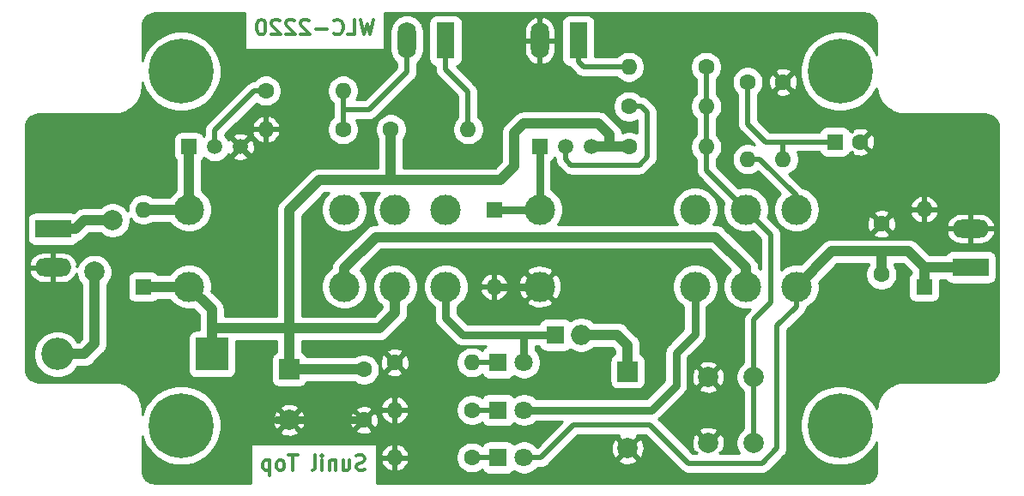
<source format=gbl>
G04 #@! TF.GenerationSoftware,KiCad,Pcbnew,(5.1.5)-3*
G04 #@! TF.CreationDate,2020-06-07T19:07:22+03:00*
G04 #@! TF.ProjectId,WaterLevelController_V1,57617465-724c-4657-9665-6c436f6e7472,rev?*
G04 #@! TF.SameCoordinates,Original*
G04 #@! TF.FileFunction,Copper,L2,Bot*
G04 #@! TF.FilePolarity,Positive*
%FSLAX46Y46*%
G04 Gerber Fmt 4.6, Leading zero omitted, Abs format (unit mm)*
G04 Created by KiCad (PCBNEW (5.1.5)-3) date 2020-06-07 19:07:22*
%MOMM*%
%LPD*%
G04 APERTURE LIST*
%ADD10C,0.300000*%
%ADD11R,3.200000X3.200000*%
%ADD12O,3.200000X3.200000*%
%ADD13C,2.010000*%
%ADD14C,0.800000*%
%ADD15C,6.400000*%
%ADD16O,1.600000X1.600000*%
%ADD17C,1.600000*%
%ADD18C,3.000000*%
%ADD19R,3.600000X1.800000*%
%ADD20O,3.600000X1.800000*%
%ADD21R,1.800000X3.600000*%
%ADD22O,1.800000X3.600000*%
%ADD23C,2.000000*%
%ADD24R,2.000000X2.000000*%
%ADD25R,1.600000X1.600000*%
%ADD26C,1.800000*%
%ADD27R,1.800000X1.800000*%
%ADD28R,1.520000X1.520000*%
%ADD29C,1.520000*%
%ADD30O,2.000000X2.000000*%
%ADD31C,1.000000*%
%ADD32C,0.750000*%
%ADD33C,0.500000*%
%ADD34C,0.254000*%
G04 APERTURE END LIST*
D10*
X136595714Y-77410571D02*
X136238571Y-78910571D01*
X135952857Y-77839142D01*
X135667142Y-78910571D01*
X135310000Y-77410571D01*
X134024285Y-78910571D02*
X134738571Y-78910571D01*
X134738571Y-77410571D01*
X132667142Y-78767714D02*
X132738571Y-78839142D01*
X132952857Y-78910571D01*
X133095714Y-78910571D01*
X133310000Y-78839142D01*
X133452857Y-78696285D01*
X133524285Y-78553428D01*
X133595714Y-78267714D01*
X133595714Y-78053428D01*
X133524285Y-77767714D01*
X133452857Y-77624857D01*
X133310000Y-77482000D01*
X133095714Y-77410571D01*
X132952857Y-77410571D01*
X132738571Y-77482000D01*
X132667142Y-77553428D01*
X132024285Y-78339142D02*
X130881428Y-78339142D01*
X130238571Y-77553428D02*
X130167142Y-77482000D01*
X130024285Y-77410571D01*
X129667142Y-77410571D01*
X129524285Y-77482000D01*
X129452857Y-77553428D01*
X129381428Y-77696285D01*
X129381428Y-77839142D01*
X129452857Y-78053428D01*
X130310000Y-78910571D01*
X129381428Y-78910571D01*
X128810000Y-77553428D02*
X128738571Y-77482000D01*
X128595714Y-77410571D01*
X128238571Y-77410571D01*
X128095714Y-77482000D01*
X128024285Y-77553428D01*
X127952857Y-77696285D01*
X127952857Y-77839142D01*
X128024285Y-78053428D01*
X128881428Y-78910571D01*
X127952857Y-78910571D01*
X127381428Y-77553428D02*
X127310000Y-77482000D01*
X127167142Y-77410571D01*
X126810000Y-77410571D01*
X126667142Y-77482000D01*
X126595714Y-77553428D01*
X126524285Y-77696285D01*
X126524285Y-77839142D01*
X126595714Y-78053428D01*
X127452857Y-78910571D01*
X126524285Y-78910571D01*
X125595714Y-77410571D02*
X125452857Y-77410571D01*
X125310000Y-77482000D01*
X125238571Y-77553428D01*
X125167142Y-77696285D01*
X125095714Y-77982000D01*
X125095714Y-78339142D01*
X125167142Y-78624857D01*
X125238571Y-78767714D01*
X125310000Y-78839142D01*
X125452857Y-78910571D01*
X125595714Y-78910571D01*
X125738571Y-78839142D01*
X125810000Y-78767714D01*
X125881428Y-78624857D01*
X125952857Y-78339142D01*
X125952857Y-77982000D01*
X125881428Y-77696285D01*
X125810000Y-77553428D01*
X125738571Y-77482000D01*
X125595714Y-77410571D01*
X135735714Y-121907142D02*
X135521428Y-121978571D01*
X135164285Y-121978571D01*
X135021428Y-121907142D01*
X134950000Y-121835714D01*
X134878571Y-121692857D01*
X134878571Y-121550000D01*
X134950000Y-121407142D01*
X135021428Y-121335714D01*
X135164285Y-121264285D01*
X135450000Y-121192857D01*
X135592857Y-121121428D01*
X135664285Y-121050000D01*
X135735714Y-120907142D01*
X135735714Y-120764285D01*
X135664285Y-120621428D01*
X135592857Y-120550000D01*
X135450000Y-120478571D01*
X135092857Y-120478571D01*
X134878571Y-120550000D01*
X133592857Y-120978571D02*
X133592857Y-121978571D01*
X134235714Y-120978571D02*
X134235714Y-121764285D01*
X134164285Y-121907142D01*
X134021428Y-121978571D01*
X133807142Y-121978571D01*
X133664285Y-121907142D01*
X133592857Y-121835714D01*
X132878571Y-120978571D02*
X132878571Y-121978571D01*
X132878571Y-121121428D02*
X132807142Y-121050000D01*
X132664285Y-120978571D01*
X132450000Y-120978571D01*
X132307142Y-121050000D01*
X132235714Y-121192857D01*
X132235714Y-121978571D01*
X131521428Y-121978571D02*
X131521428Y-120978571D01*
X131521428Y-120478571D02*
X131592857Y-120550000D01*
X131521428Y-120621428D01*
X131450000Y-120550000D01*
X131521428Y-120478571D01*
X131521428Y-120621428D01*
X130592857Y-121978571D02*
X130735714Y-121907142D01*
X130807142Y-121764285D01*
X130807142Y-120478571D01*
X129092857Y-120478571D02*
X128235714Y-120478571D01*
X128664285Y-121978571D02*
X128664285Y-120478571D01*
X127521428Y-121978571D02*
X127664285Y-121907142D01*
X127735714Y-121835714D01*
X127807142Y-121692857D01*
X127807142Y-121264285D01*
X127735714Y-121121428D01*
X127664285Y-121050000D01*
X127521428Y-120978571D01*
X127307142Y-120978571D01*
X127164285Y-121050000D01*
X127092857Y-121121428D01*
X127021428Y-121264285D01*
X127021428Y-121692857D01*
X127092857Y-121835714D01*
X127164285Y-121907142D01*
X127307142Y-121978571D01*
X127521428Y-121978571D01*
X126378571Y-120978571D02*
X126378571Y-122478571D01*
X126378571Y-121050000D02*
X126235714Y-120978571D01*
X125950000Y-120978571D01*
X125807142Y-121050000D01*
X125735714Y-121121428D01*
X125664285Y-121264285D01*
X125664285Y-121692857D01*
X125735714Y-121835714D01*
X125807142Y-121907142D01*
X125950000Y-121978571D01*
X126235714Y-121978571D01*
X126378571Y-121907142D01*
D11*
X120650000Y-110490000D03*
D12*
X105410000Y-110490000D03*
D13*
X110867600Y-97262000D03*
X109067600Y-102362000D03*
D14*
X184312056Y-115832944D03*
X182615000Y-115130000D03*
X180917944Y-115832944D03*
X180215000Y-117530000D03*
X180917944Y-119227056D03*
X182615000Y-119930000D03*
X184312056Y-119227056D03*
X185015000Y-117530000D03*
D15*
X182615000Y-117530000D03*
X117615000Y-82530000D03*
D14*
X120015000Y-82530000D03*
X119312056Y-84227056D03*
X117615000Y-84930000D03*
X115917944Y-84227056D03*
X115215000Y-82530000D03*
X115917944Y-80832944D03*
X117615000Y-80130000D03*
X119312056Y-80832944D03*
D15*
X117615000Y-117530000D03*
D14*
X120015000Y-117530000D03*
X119312056Y-119227056D03*
X117615000Y-119930000D03*
X115917944Y-119227056D03*
X115215000Y-117530000D03*
X115917944Y-115832944D03*
X117615000Y-115130000D03*
X119312056Y-115832944D03*
X184312056Y-80832944D03*
X182615000Y-80130000D03*
X180917944Y-80832944D03*
X180215000Y-82530000D03*
X180917944Y-84227056D03*
X182615000Y-84930000D03*
X184312056Y-84227056D03*
X185015000Y-82530000D03*
D15*
X182615000Y-82530000D03*
D16*
X161780000Y-82100000D03*
D17*
X169400000Y-82100000D03*
D18*
X178320000Y-96200000D03*
X173320000Y-103820000D03*
X168320000Y-96200000D03*
X168320000Y-103820000D03*
X178320000Y-103820000D03*
X173320000Y-96200000D03*
X153000000Y-103820000D03*
X153000000Y-96200000D03*
D19*
X195500000Y-101900000D03*
D20*
X195500000Y-98090000D03*
D21*
X156800000Y-79500000D03*
D22*
X152990000Y-79500000D03*
D21*
X143700000Y-79500000D03*
D22*
X139890000Y-79500000D03*
D19*
X105000000Y-98100000D03*
D20*
X105000000Y-101910000D03*
D23*
X128270000Y-117000000D03*
D24*
X128270000Y-112000000D03*
D17*
X135636000Y-117000000D03*
X135636000Y-112000000D03*
X184600000Y-89500000D03*
D25*
X182100000Y-89500000D03*
D16*
X113900000Y-96200000D03*
D25*
X113900000Y-103820000D03*
D26*
X151440000Y-111300000D03*
D27*
X148900000Y-111300000D03*
D25*
X148500000Y-96200000D03*
D16*
X148500000Y-103820000D03*
D25*
X190900000Y-103820000D03*
D16*
X190900000Y-96180000D03*
D26*
X151440000Y-120700000D03*
D27*
X148900000Y-120700000D03*
X148900000Y-116000000D03*
D26*
X151440000Y-116000000D03*
D28*
X118400000Y-90000000D03*
D29*
X123480000Y-90000000D03*
X120940000Y-90000000D03*
X155540000Y-90000000D03*
X158080000Y-90000000D03*
D28*
X153000000Y-90000000D03*
D23*
X169600000Y-112750000D03*
X174100000Y-112750000D03*
X169600000Y-119250000D03*
X174100000Y-119250000D03*
D17*
X138303000Y-88265000D03*
D16*
X145923000Y-88265000D03*
X125980000Y-88265000D03*
D17*
X133600000Y-88265000D03*
X125980000Y-84455000D03*
D16*
X133600000Y-84455000D03*
X146304000Y-111300000D03*
D17*
X138684000Y-111300000D03*
X161800000Y-90000000D03*
D16*
X169420000Y-90000000D03*
X169420000Y-86000000D03*
D17*
X161800000Y-86000000D03*
X173500000Y-83600000D03*
D16*
X173500000Y-91220000D03*
X177000000Y-91220000D03*
D17*
X177000000Y-83600000D03*
D16*
X138684000Y-120700000D03*
D17*
X146304000Y-120700000D03*
X146304000Y-116000000D03*
D16*
X138684000Y-116000000D03*
D23*
X161671000Y-119800000D03*
D24*
X161671000Y-112200000D03*
D18*
X143720000Y-96200000D03*
X138720000Y-103820000D03*
X133720000Y-96200000D03*
X133720000Y-103820000D03*
X143720000Y-103820000D03*
X138720000Y-96200000D03*
X118400000Y-103820000D03*
X118400000Y-96200000D03*
D17*
X186690000Y-102600000D03*
X186690000Y-97600000D03*
D27*
X154559000Y-108585000D03*
D30*
X157099000Y-108585000D03*
D31*
X157099000Y-108585000D02*
X160655000Y-108585000D01*
X161671000Y-109601000D02*
X161671000Y-112200000D01*
X160655000Y-108585000D02*
X161671000Y-109601000D01*
D32*
X152980000Y-104400000D02*
X153000000Y-104420000D01*
X148500000Y-103820000D02*
X153000000Y-103820000D01*
X127000000Y-117000000D02*
X135000000Y-117000000D01*
D31*
X158080000Y-90000000D02*
X159800000Y-90000000D01*
X159800000Y-90000000D02*
X161800000Y-90000000D01*
X113900000Y-103820000D02*
X118400000Y-103820000D01*
X148200000Y-93300000D02*
X145800000Y-93300000D01*
X150450000Y-91950000D02*
X149100000Y-93300000D01*
X159900000Y-88800000D02*
X158800000Y-87700000D01*
X158800000Y-87700000D02*
X151400000Y-87700000D01*
X151400000Y-87700000D02*
X150450000Y-88650000D01*
X149100000Y-93300000D02*
X148200000Y-93300000D01*
X159900000Y-90000000D02*
X159900000Y-88800000D01*
X150450000Y-88650000D02*
X150450000Y-91950000D01*
X138720000Y-106390000D02*
X138720000Y-103820000D01*
X137160000Y-107950000D02*
X138720000Y-106390000D01*
X138303000Y-93255000D02*
X138303000Y-88265000D01*
X138258000Y-93300000D02*
X148200000Y-93300000D01*
D33*
X138258000Y-93300000D02*
X138303000Y-93255000D01*
D31*
X120650000Y-108390000D02*
X120650000Y-107950000D01*
X127000000Y-107950000D02*
X120650000Y-107950000D01*
X120650000Y-110490000D02*
X120650000Y-108390000D01*
X120650000Y-106070000D02*
X118400000Y-103820000D01*
X120650000Y-107950000D02*
X120650000Y-106070000D01*
X128270000Y-110500000D02*
X128270000Y-107950000D01*
X127000000Y-107950000D02*
X128270000Y-107950000D01*
X128270000Y-112000000D02*
X128270000Y-110500000D01*
X128270000Y-107950000D02*
X137160000Y-107950000D01*
X135636000Y-112000000D02*
X128270000Y-112000000D01*
X128270000Y-107950000D02*
X128270000Y-96266000D01*
X131236000Y-93300000D02*
X138258000Y-93300000D01*
X128270000Y-96266000D02*
X131236000Y-93300000D01*
D33*
X173500000Y-87720000D02*
X175280000Y-89500000D01*
X173500000Y-83600000D02*
X173500000Y-87720000D01*
X177000000Y-91220000D02*
X177000000Y-89500000D01*
X175280000Y-89500000D02*
X177000000Y-89500000D01*
X177000000Y-89500000D02*
X182100000Y-89500000D01*
D31*
X108051600Y-110490000D02*
X105410000Y-110490000D01*
X109067600Y-102362000D02*
X109067600Y-109474000D01*
X109067600Y-109474000D02*
X108051600Y-110490000D01*
X113900000Y-96200000D02*
X118400000Y-96200000D01*
X118400000Y-96200000D02*
X118400000Y-90000000D01*
D33*
X145900000Y-111300000D02*
X148900000Y-111300000D01*
D32*
X148500000Y-96200000D02*
X153000000Y-96200000D01*
X153000000Y-90000000D02*
X153000000Y-96200000D01*
D33*
X145900000Y-120700000D02*
X148900000Y-120700000D01*
X145900000Y-116000000D02*
X148900000Y-116000000D01*
D32*
X168320000Y-108480000D02*
X168320000Y-103820000D01*
X166450000Y-110350000D02*
X168320000Y-108480000D01*
X166450000Y-113550000D02*
X166450000Y-110350000D01*
X152140000Y-116000000D02*
X164000000Y-116000000D01*
X164000000Y-116000000D02*
X166450000Y-113550000D01*
D33*
X133600000Y-84455000D02*
X133600000Y-86364000D01*
X133600000Y-86364000D02*
X133600000Y-88265000D01*
X134747000Y-86364000D02*
X133600000Y-86364000D01*
X136144000Y-86360000D02*
X134747000Y-86360000D01*
X139890000Y-79500000D02*
X139890000Y-82614000D01*
X139890000Y-82614000D02*
X136144000Y-86360000D01*
X145923000Y-84582000D02*
X145923000Y-88265000D01*
X143700000Y-82359000D02*
X145923000Y-84582000D01*
X143700000Y-82359000D02*
X143700000Y-79500000D01*
X156800000Y-79500000D02*
X156800000Y-81581000D01*
X157319000Y-82100000D02*
X161780000Y-82100000D01*
X156800000Y-81581000D02*
X157319000Y-82100000D01*
X169420000Y-86000000D02*
X169420000Y-92300000D01*
X169400000Y-82100000D02*
X169400000Y-85980000D01*
X169420000Y-92300000D02*
X173320000Y-96200000D01*
X174100000Y-112750000D02*
X174100000Y-119250000D01*
X174100000Y-107100000D02*
X174100000Y-112750000D01*
X175800000Y-105400000D02*
X174100000Y-107100000D01*
X173320000Y-96200000D02*
X175800000Y-98680000D01*
X175800000Y-98680000D02*
X175800000Y-105400000D01*
X120940000Y-90000000D02*
X120940000Y-88356000D01*
X124841000Y-84455000D02*
X125980000Y-84455000D01*
X120940000Y-88356000D02*
X124841000Y-84455000D01*
X155540000Y-91240000D02*
X155540000Y-90000000D01*
X163600000Y-91000000D02*
X162800000Y-91800000D01*
X156100000Y-91800000D02*
X155540000Y-91240000D01*
X163000000Y-86000000D02*
X163600000Y-86600000D01*
X161800000Y-86000000D02*
X163000000Y-86000000D01*
X163600000Y-86600000D02*
X163600000Y-91000000D01*
X162800000Y-91800000D02*
X156100000Y-91800000D01*
D31*
X170300000Y-98900000D02*
X173320000Y-101920000D01*
X136800000Y-98900000D02*
X170300000Y-98900000D01*
X173320000Y-101920000D02*
X173320000Y-103820000D01*
X133720000Y-103820000D02*
X133720000Y-101980000D01*
X133720000Y-101980000D02*
X136800000Y-98900000D01*
D33*
X173500000Y-91220000D02*
X174720000Y-91220000D01*
X178320000Y-94820000D02*
X178320000Y-96200000D01*
X174720000Y-91220000D02*
X178320000Y-94820000D01*
D31*
X190900000Y-103820000D02*
X190900000Y-101900000D01*
X190900000Y-101900000D02*
X195500000Y-101900000D01*
X181810000Y-100330000D02*
X178320000Y-103820000D01*
X190900000Y-101900000D02*
X189330000Y-100330000D01*
X186690000Y-102600000D02*
X186690000Y-100330000D01*
X189330000Y-100330000D02*
X186690000Y-100330000D01*
X186690000Y-100330000D02*
X181810000Y-100330000D01*
D33*
X178320000Y-105780000D02*
X178320000Y-103820000D01*
X176400000Y-107700000D02*
X178320000Y-105780000D01*
X176400000Y-119800000D02*
X176400000Y-107700000D01*
X174915000Y-121285000D02*
X176400000Y-119800000D01*
X153112792Y-120700000D02*
X156337792Y-117475000D01*
X151440000Y-120700000D02*
X153112792Y-120700000D01*
X167685000Y-121285000D02*
X174915000Y-121285000D01*
X156337792Y-117475000D02*
X163875000Y-117475000D01*
X163875000Y-117475000D02*
X167685000Y-121285000D01*
D32*
X150749000Y-108585000D02*
X154305000Y-108585000D01*
X151440000Y-111300000D02*
X151440000Y-108712000D01*
X145385000Y-108585000D02*
X151384000Y-108585000D01*
X143720000Y-103820000D02*
X143720000Y-106920000D01*
X143720000Y-106920000D02*
X145385000Y-108585000D01*
D31*
X108026000Y-97262000D02*
X107188000Y-98100000D01*
X110639000Y-97262000D02*
X108026000Y-97262000D01*
X104700000Y-98100000D02*
X107188000Y-98100000D01*
D34*
G36*
X123898000Y-80389000D02*
G01*
X137722000Y-80389000D01*
X137722000Y-76787000D01*
X184961508Y-76787000D01*
X185234872Y-76813804D01*
X185460800Y-76882015D01*
X185669174Y-76992810D01*
X185852063Y-77141970D01*
X186002492Y-77323806D01*
X186114741Y-77531408D01*
X186184527Y-77756849D01*
X186213001Y-78027760D01*
X186213001Y-80863138D01*
X186126078Y-80653289D01*
X185692486Y-80004372D01*
X185140628Y-79452514D01*
X184491711Y-79018922D01*
X183770673Y-78720258D01*
X183005223Y-78568000D01*
X182224777Y-78568000D01*
X181459327Y-78720258D01*
X180738289Y-79018922D01*
X180089372Y-79452514D01*
X179537514Y-80004372D01*
X179103922Y-80653289D01*
X178805258Y-81374327D01*
X178653000Y-82139777D01*
X178653000Y-82920223D01*
X178805258Y-83685673D01*
X179103922Y-84406711D01*
X179537514Y-85055628D01*
X180089372Y-85607486D01*
X180738289Y-86041078D01*
X181459327Y-86339742D01*
X182224777Y-86492000D01*
X183005223Y-86492000D01*
X183770673Y-86339742D01*
X184491711Y-86041078D01*
X185140628Y-85607486D01*
X185692486Y-85055628D01*
X186126078Y-84406711D01*
X186224914Y-84168100D01*
X186258161Y-84484420D01*
X186272507Y-84554307D01*
X186285870Y-84624359D01*
X186289046Y-84634878D01*
X186404470Y-85007753D01*
X186432127Y-85073548D01*
X186458832Y-85139644D01*
X186463990Y-85149347D01*
X186649641Y-85492702D01*
X186689546Y-85551864D01*
X186728587Y-85611524D01*
X186735532Y-85620040D01*
X186984339Y-85920794D01*
X187034950Y-85971053D01*
X187084858Y-86022018D01*
X187093319Y-86029017D01*
X187093325Y-86029023D01*
X187093332Y-86029027D01*
X187395809Y-86275723D01*
X187455224Y-86315198D01*
X187514076Y-86355495D01*
X187523742Y-86360721D01*
X187868384Y-86543971D01*
X187934359Y-86571164D01*
X187999895Y-86599253D01*
X188010391Y-86602503D01*
X188384063Y-86715320D01*
X188454029Y-86729174D01*
X188523805Y-86744005D01*
X188534733Y-86745154D01*
X188923202Y-86783244D01*
X188923210Y-86783244D01*
X188961346Y-86787000D01*
X196961508Y-86787000D01*
X197234872Y-86813804D01*
X197460800Y-86882015D01*
X197669174Y-86992810D01*
X197852063Y-87141970D01*
X198002492Y-87323806D01*
X198114741Y-87531408D01*
X198184527Y-87756849D01*
X198213001Y-88027761D01*
X198213000Y-111961508D01*
X198186196Y-112234872D01*
X198117984Y-112460803D01*
X198007190Y-112669175D01*
X197858032Y-112852060D01*
X197676191Y-113002493D01*
X197468592Y-113114741D01*
X197243151Y-113184527D01*
X196972249Y-113213000D01*
X188961346Y-113213000D01*
X188927085Y-113216374D01*
X188914708Y-113216288D01*
X188903772Y-113217360D01*
X188515580Y-113258161D01*
X188445693Y-113272507D01*
X188375641Y-113285870D01*
X188365122Y-113289046D01*
X187992247Y-113404470D01*
X187926440Y-113432132D01*
X187860356Y-113458832D01*
X187850653Y-113463990D01*
X187507298Y-113649641D01*
X187448136Y-113689546D01*
X187388476Y-113728587D01*
X187379960Y-113735532D01*
X187079205Y-113984339D01*
X187028927Y-114034969D01*
X186977982Y-114084858D01*
X186970983Y-114093319D01*
X186970977Y-114093325D01*
X186970973Y-114093332D01*
X186724277Y-114395810D01*
X186684786Y-114455248D01*
X186644505Y-114514077D01*
X186639283Y-114523734D01*
X186639278Y-114523742D01*
X186639275Y-114523750D01*
X186456029Y-114868384D01*
X186428836Y-114934359D01*
X186400747Y-114999895D01*
X186397497Y-115010392D01*
X186284679Y-115384063D01*
X186270818Y-115454066D01*
X186255995Y-115523805D01*
X186254846Y-115534733D01*
X186220799Y-115881966D01*
X186126078Y-115653289D01*
X185692486Y-115004372D01*
X185140628Y-114452514D01*
X184491711Y-114018922D01*
X183770673Y-113720258D01*
X183005223Y-113568000D01*
X182224777Y-113568000D01*
X181459327Y-113720258D01*
X180738289Y-114018922D01*
X180089372Y-114452514D01*
X179537514Y-115004372D01*
X179103922Y-115653289D01*
X178805258Y-116374327D01*
X178653000Y-117139777D01*
X178653000Y-117920223D01*
X178805258Y-118685673D01*
X179103922Y-119406711D01*
X179537514Y-120055628D01*
X180089372Y-120607486D01*
X180738289Y-121041078D01*
X181459327Y-121339742D01*
X182224777Y-121492000D01*
X183005223Y-121492000D01*
X183770673Y-121339742D01*
X184491711Y-121041078D01*
X185140628Y-120607486D01*
X185692486Y-120055628D01*
X186126078Y-119406711D01*
X186213000Y-119196862D01*
X186213000Y-121961508D01*
X186186196Y-122234872D01*
X186117984Y-122460803D01*
X186007190Y-122669175D01*
X185858032Y-122852060D01*
X185676191Y-123002493D01*
X185468592Y-123114741D01*
X185243151Y-123184527D01*
X184972249Y-123213000D01*
X136933429Y-123213000D01*
X136933429Y-121049039D01*
X137292096Y-121049039D01*
X137332754Y-121183087D01*
X137452963Y-121437420D01*
X137620481Y-121663414D01*
X137828869Y-121852385D01*
X138070119Y-121997070D01*
X138334960Y-122091909D01*
X138557000Y-121970624D01*
X138557000Y-120827000D01*
X138811000Y-120827000D01*
X138811000Y-121970624D01*
X139033040Y-122091909D01*
X139297881Y-121997070D01*
X139539131Y-121852385D01*
X139747519Y-121663414D01*
X139915037Y-121437420D01*
X140035246Y-121183087D01*
X140075904Y-121049039D01*
X139953915Y-120827000D01*
X138811000Y-120827000D01*
X138557000Y-120827000D01*
X137414085Y-120827000D01*
X137292096Y-121049039D01*
X136933429Y-121049039D01*
X136933429Y-120350961D01*
X137292096Y-120350961D01*
X137414085Y-120573000D01*
X138557000Y-120573000D01*
X138557000Y-119429376D01*
X138811000Y-119429376D01*
X138811000Y-120573000D01*
X139953915Y-120573000D01*
X140075904Y-120350961D01*
X140035246Y-120216913D01*
X139915037Y-119962580D01*
X139747519Y-119736586D01*
X139539131Y-119547615D01*
X139297881Y-119402930D01*
X139033040Y-119308091D01*
X138811000Y-119429376D01*
X138557000Y-119429376D01*
X138334960Y-119308091D01*
X138070119Y-119402930D01*
X137828869Y-119547615D01*
X137620481Y-119736586D01*
X137452963Y-119962580D01*
X137332754Y-120216913D01*
X137292096Y-120350961D01*
X136933429Y-120350961D01*
X136933429Y-119383000D01*
X124466572Y-119383000D01*
X124466572Y-123213000D01*
X115038492Y-123213000D01*
X114765128Y-123186196D01*
X114539197Y-123117984D01*
X114330825Y-123007190D01*
X114147940Y-122858032D01*
X113997507Y-122676191D01*
X113885259Y-122468592D01*
X113815473Y-122243151D01*
X113787000Y-121972249D01*
X113787000Y-118593884D01*
X113805258Y-118685673D01*
X114103922Y-119406711D01*
X114537514Y-120055628D01*
X115089372Y-120607486D01*
X115738289Y-121041078D01*
X116459327Y-121339742D01*
X117224777Y-121492000D01*
X118005223Y-121492000D01*
X118770673Y-121339742D01*
X119491711Y-121041078D01*
X120140628Y-120607486D01*
X120692486Y-120055628D01*
X121126078Y-119406711D01*
X121424742Y-118685673D01*
X121534195Y-118135413D01*
X127314192Y-118135413D01*
X127409956Y-118399814D01*
X127699571Y-118540704D01*
X128011108Y-118622384D01*
X128332595Y-118641718D01*
X128651675Y-118597961D01*
X128956088Y-118492795D01*
X129130044Y-118399814D01*
X129225808Y-118135413D01*
X129083097Y-117992702D01*
X134822903Y-117992702D01*
X134894486Y-118236671D01*
X135149996Y-118357571D01*
X135424184Y-118426300D01*
X135706512Y-118440217D01*
X135986130Y-118398787D01*
X136252292Y-118303603D01*
X136377514Y-118236671D01*
X136449097Y-117992702D01*
X135636000Y-117179605D01*
X134822903Y-117992702D01*
X129083097Y-117992702D01*
X128270000Y-117179605D01*
X127314192Y-118135413D01*
X121534195Y-118135413D01*
X121577000Y-117920223D01*
X121577000Y-117139777D01*
X121561648Y-117062595D01*
X126628282Y-117062595D01*
X126672039Y-117381675D01*
X126777205Y-117686088D01*
X126870186Y-117860044D01*
X127134587Y-117955808D01*
X128090395Y-117000000D01*
X128449605Y-117000000D01*
X129405413Y-117955808D01*
X129669814Y-117860044D01*
X129810704Y-117570429D01*
X129892384Y-117258892D01*
X129903713Y-117070512D01*
X134195783Y-117070512D01*
X134237213Y-117350130D01*
X134332397Y-117616292D01*
X134399329Y-117741514D01*
X134643298Y-117813097D01*
X135456395Y-117000000D01*
X135815605Y-117000000D01*
X136628702Y-117813097D01*
X136872671Y-117741514D01*
X136993571Y-117486004D01*
X137062300Y-117211816D01*
X137076217Y-116929488D01*
X137034787Y-116649870D01*
X136939603Y-116383708D01*
X136921073Y-116349039D01*
X137292096Y-116349039D01*
X137332754Y-116483087D01*
X137452963Y-116737420D01*
X137620481Y-116963414D01*
X137828869Y-117152385D01*
X138070119Y-117297070D01*
X138334960Y-117391909D01*
X138557000Y-117270624D01*
X138557000Y-116127000D01*
X138811000Y-116127000D01*
X138811000Y-117270624D01*
X139033040Y-117391909D01*
X139297881Y-117297070D01*
X139539131Y-117152385D01*
X139747519Y-116963414D01*
X139915037Y-116737420D01*
X140035246Y-116483087D01*
X140075904Y-116349039D01*
X139953915Y-116127000D01*
X138811000Y-116127000D01*
X138557000Y-116127000D01*
X137414085Y-116127000D01*
X137292096Y-116349039D01*
X136921073Y-116349039D01*
X136872671Y-116258486D01*
X136628702Y-116186903D01*
X135815605Y-117000000D01*
X135456395Y-117000000D01*
X134643298Y-116186903D01*
X134399329Y-116258486D01*
X134278429Y-116513996D01*
X134209700Y-116788184D01*
X134195783Y-117070512D01*
X129903713Y-117070512D01*
X129911718Y-116937405D01*
X129867961Y-116618325D01*
X129762795Y-116313912D01*
X129669814Y-116139956D01*
X129405413Y-116044192D01*
X128449605Y-117000000D01*
X128090395Y-117000000D01*
X127134587Y-116044192D01*
X126870186Y-116139956D01*
X126729296Y-116429571D01*
X126647616Y-116741108D01*
X126628282Y-117062595D01*
X121561648Y-117062595D01*
X121424742Y-116374327D01*
X121213601Y-115864587D01*
X127314192Y-115864587D01*
X128270000Y-116820395D01*
X129083097Y-116007298D01*
X134822903Y-116007298D01*
X135636000Y-116820395D01*
X136449097Y-116007298D01*
X136377514Y-115763329D01*
X136140036Y-115650961D01*
X137292096Y-115650961D01*
X137414085Y-115873000D01*
X138557000Y-115873000D01*
X138557000Y-114729376D01*
X138811000Y-114729376D01*
X138811000Y-115873000D01*
X139953915Y-115873000D01*
X140075904Y-115650961D01*
X140035246Y-115516913D01*
X139915037Y-115262580D01*
X139747519Y-115036586D01*
X139539131Y-114847615D01*
X139297881Y-114702930D01*
X139033040Y-114608091D01*
X138811000Y-114729376D01*
X138557000Y-114729376D01*
X138334960Y-114608091D01*
X138070119Y-114702930D01*
X137828869Y-114847615D01*
X137620481Y-115036586D01*
X137452963Y-115262580D01*
X137332754Y-115516913D01*
X137292096Y-115650961D01*
X136140036Y-115650961D01*
X136122004Y-115642429D01*
X135847816Y-115573700D01*
X135565488Y-115559783D01*
X135285870Y-115601213D01*
X135019708Y-115696397D01*
X134894486Y-115763329D01*
X134822903Y-116007298D01*
X129083097Y-116007298D01*
X129225808Y-115864587D01*
X129130044Y-115600186D01*
X128840429Y-115459296D01*
X128528892Y-115377616D01*
X128207405Y-115358282D01*
X127888325Y-115402039D01*
X127583912Y-115507205D01*
X127409956Y-115600186D01*
X127314192Y-115864587D01*
X121213601Y-115864587D01*
X121126078Y-115653289D01*
X120692486Y-115004372D01*
X120140628Y-114452514D01*
X119491711Y-114018922D01*
X118770673Y-113720258D01*
X118005223Y-113568000D01*
X117224777Y-113568000D01*
X116459327Y-113720258D01*
X115738289Y-114018922D01*
X115089372Y-114452514D01*
X114537514Y-115004372D01*
X114103922Y-115653289D01*
X113805258Y-116374327D01*
X113787000Y-116466116D01*
X113787000Y-115961346D01*
X113783626Y-115927085D01*
X113783712Y-115914708D01*
X113782640Y-115903772D01*
X113741839Y-115515580D01*
X113727493Y-115445693D01*
X113714130Y-115375641D01*
X113710954Y-115365122D01*
X113595530Y-114992247D01*
X113567868Y-114926440D01*
X113541168Y-114860356D01*
X113536010Y-114850653D01*
X113350359Y-114507298D01*
X113310454Y-114448136D01*
X113271413Y-114388476D01*
X113264468Y-114379960D01*
X113015661Y-114079205D01*
X112965031Y-114028927D01*
X112915142Y-113977982D01*
X112906681Y-113970983D01*
X112906675Y-113970977D01*
X112906668Y-113970973D01*
X112604190Y-113724277D01*
X112544752Y-113684786D01*
X112485923Y-113644505D01*
X112476266Y-113639283D01*
X112476258Y-113639278D01*
X112476250Y-113639275D01*
X112131616Y-113456029D01*
X112065641Y-113428836D01*
X112000105Y-113400747D01*
X111989608Y-113397497D01*
X111615937Y-113284679D01*
X111545934Y-113270818D01*
X111476195Y-113255995D01*
X111465267Y-113254846D01*
X111076798Y-113216756D01*
X111076790Y-113216756D01*
X111038654Y-113213000D01*
X103538492Y-113213000D01*
X103265128Y-113186196D01*
X103039197Y-113117984D01*
X102830825Y-113007190D01*
X102647940Y-112858032D01*
X102497507Y-112676191D01*
X102385259Y-112468592D01*
X102315473Y-112243151D01*
X102287000Y-111972249D01*
X102287000Y-110257363D01*
X103048000Y-110257363D01*
X103048000Y-110722637D01*
X103138770Y-111178970D01*
X103316822Y-111608827D01*
X103575315Y-111995687D01*
X103904313Y-112324685D01*
X104291173Y-112583178D01*
X104721030Y-112761230D01*
X105177363Y-112852000D01*
X105642637Y-112852000D01*
X106098970Y-112761230D01*
X106528827Y-112583178D01*
X106915687Y-112324685D01*
X107244685Y-111995687D01*
X107407512Y-111752000D01*
X107989612Y-111752000D01*
X108051600Y-111758105D01*
X108113588Y-111752000D01*
X108113596Y-111752000D01*
X108298995Y-111733740D01*
X108536883Y-111661577D01*
X108756122Y-111544392D01*
X108948286Y-111386686D01*
X108987811Y-111338526D01*
X109916130Y-110410207D01*
X109964286Y-110370686D01*
X110121992Y-110178522D01*
X110239177Y-109959283D01*
X110294164Y-109778015D01*
X110311340Y-109721396D01*
X110317573Y-109658106D01*
X110329600Y-109535996D01*
X110329600Y-109535989D01*
X110335705Y-109474000D01*
X110329600Y-109412012D01*
X110329600Y-103598916D01*
X110440119Y-103488397D01*
X110633495Y-103198988D01*
X110707634Y-103020000D01*
X112334314Y-103020000D01*
X112334314Y-104620000D01*
X112349026Y-104769378D01*
X112392598Y-104913015D01*
X112463355Y-105045392D01*
X112558578Y-105161422D01*
X112674608Y-105256645D01*
X112806985Y-105327402D01*
X112950622Y-105370974D01*
X113100000Y-105385686D01*
X114700000Y-105385686D01*
X114849378Y-105370974D01*
X114993015Y-105327402D01*
X115125392Y-105256645D01*
X115241422Y-105161422D01*
X115306602Y-105082000D01*
X116522757Y-105082000D01*
X116642990Y-105261941D01*
X116958059Y-105577010D01*
X117328541Y-105824559D01*
X117740199Y-105995073D01*
X118177212Y-106082000D01*
X118622788Y-106082000D01*
X118835043Y-106039780D01*
X119388001Y-106592738D01*
X119388000Y-107888003D01*
X119381894Y-107950000D01*
X119388000Y-108011995D01*
X119388000Y-108124314D01*
X119050000Y-108124314D01*
X118900622Y-108139026D01*
X118756985Y-108182598D01*
X118624608Y-108253355D01*
X118508578Y-108348578D01*
X118413355Y-108464608D01*
X118342598Y-108596985D01*
X118299026Y-108740622D01*
X118284314Y-108890000D01*
X118284314Y-112090000D01*
X118299026Y-112239378D01*
X118342598Y-112383015D01*
X118413355Y-112515392D01*
X118508578Y-112631422D01*
X118624608Y-112726645D01*
X118756985Y-112797402D01*
X118900622Y-112840974D01*
X119050000Y-112855686D01*
X122250000Y-112855686D01*
X122399378Y-112840974D01*
X122543015Y-112797402D01*
X122675392Y-112726645D01*
X122791422Y-112631422D01*
X122886645Y-112515392D01*
X122957402Y-112383015D01*
X123000974Y-112239378D01*
X123015686Y-112090000D01*
X123015686Y-109212000D01*
X127008001Y-109212000D01*
X127008000Y-110283190D01*
X126976985Y-110292598D01*
X126844608Y-110363355D01*
X126728578Y-110458578D01*
X126633355Y-110574608D01*
X126562598Y-110706985D01*
X126519026Y-110850622D01*
X126504314Y-111000000D01*
X126504314Y-113000000D01*
X126519026Y-113149378D01*
X126562598Y-113293015D01*
X126633355Y-113425392D01*
X126728578Y-113541422D01*
X126844608Y-113636645D01*
X126976985Y-113707402D01*
X127120622Y-113750974D01*
X127270000Y-113765686D01*
X129270000Y-113765686D01*
X129419378Y-113750974D01*
X129563015Y-113707402D01*
X129695392Y-113636645D01*
X129811422Y-113541422D01*
X129906645Y-113425392D01*
X129977402Y-113293015D01*
X129986810Y-113262000D01*
X134713190Y-113262000D01*
X134896115Y-113384227D01*
X135180381Y-113501973D01*
X135482156Y-113562000D01*
X135789844Y-113562000D01*
X136091619Y-113501973D01*
X136375885Y-113384227D01*
X136631717Y-113213285D01*
X136849285Y-112995717D01*
X137020227Y-112739885D01*
X137137973Y-112455619D01*
X137170379Y-112292702D01*
X137870903Y-112292702D01*
X137942486Y-112536671D01*
X138197996Y-112657571D01*
X138472184Y-112726300D01*
X138754512Y-112740217D01*
X139034130Y-112698787D01*
X139300292Y-112603603D01*
X139425514Y-112536671D01*
X139497097Y-112292702D01*
X138684000Y-111479605D01*
X137870903Y-112292702D01*
X137170379Y-112292702D01*
X137198000Y-112153844D01*
X137198000Y-111846156D01*
X137137973Y-111544381D01*
X137065955Y-111370512D01*
X137243783Y-111370512D01*
X137285213Y-111650130D01*
X137380397Y-111916292D01*
X137447329Y-112041514D01*
X137691298Y-112113097D01*
X138504395Y-111300000D01*
X138863605Y-111300000D01*
X139676702Y-112113097D01*
X139920671Y-112041514D01*
X140041571Y-111786004D01*
X140110300Y-111511816D01*
X140124217Y-111229488D01*
X140082787Y-110949870D01*
X139987603Y-110683708D01*
X139920671Y-110558486D01*
X139676702Y-110486903D01*
X138863605Y-111300000D01*
X138504395Y-111300000D01*
X137691298Y-110486903D01*
X137447329Y-110558486D01*
X137326429Y-110813996D01*
X137257700Y-111088184D01*
X137243783Y-111370512D01*
X137065955Y-111370512D01*
X137020227Y-111260115D01*
X136849285Y-111004283D01*
X136631717Y-110786715D01*
X136375885Y-110615773D01*
X136091619Y-110498027D01*
X135789844Y-110438000D01*
X135482156Y-110438000D01*
X135180381Y-110498027D01*
X134896115Y-110615773D01*
X134713190Y-110738000D01*
X129986810Y-110738000D01*
X129977402Y-110706985D01*
X129906645Y-110574608D01*
X129811422Y-110458578D01*
X129695392Y-110363355D01*
X129590517Y-110307298D01*
X137870903Y-110307298D01*
X138684000Y-111120395D01*
X139497097Y-110307298D01*
X139425514Y-110063329D01*
X139170004Y-109942429D01*
X138895816Y-109873700D01*
X138613488Y-109859783D01*
X138333870Y-109901213D01*
X138067708Y-109996397D01*
X137942486Y-110063329D01*
X137870903Y-110307298D01*
X129590517Y-110307298D01*
X129563015Y-110292598D01*
X129532000Y-110283190D01*
X129532000Y-109212000D01*
X137098012Y-109212000D01*
X137160000Y-109218105D01*
X137221988Y-109212000D01*
X137221996Y-109212000D01*
X137407395Y-109193740D01*
X137645283Y-109121577D01*
X137864522Y-109004392D01*
X138056686Y-108846686D01*
X138096210Y-108798526D01*
X139568537Y-107326201D01*
X139616686Y-107286686D01*
X139656202Y-107238536D01*
X139656206Y-107238532D01*
X139774391Y-107094523D01*
X139774392Y-107094522D01*
X139891577Y-106875283D01*
X139963740Y-106637395D01*
X139982000Y-106451996D01*
X139982000Y-106451987D01*
X139988105Y-106390001D01*
X139982000Y-106328015D01*
X139982000Y-105697243D01*
X140161941Y-105577010D01*
X140477010Y-105261941D01*
X140724559Y-104891459D01*
X140895073Y-104479801D01*
X140982000Y-104042788D01*
X140982000Y-103597212D01*
X141458000Y-103597212D01*
X141458000Y-104042788D01*
X141544927Y-104479801D01*
X141715441Y-104891459D01*
X141962990Y-105261941D01*
X142278059Y-105577010D01*
X142583001Y-105780766D01*
X142583001Y-106864146D01*
X142577500Y-106920000D01*
X142599452Y-107142890D01*
X142634859Y-107259608D01*
X142664468Y-107357216D01*
X142770046Y-107554740D01*
X142912131Y-107727870D01*
X142955512Y-107763472D01*
X144541527Y-109349488D01*
X144577130Y-109392870D01*
X144620511Y-109428472D01*
X144620513Y-109428474D01*
X144750260Y-109534955D01*
X144947784Y-109640533D01*
X145162109Y-109705548D01*
X145385000Y-109727501D01*
X145440852Y-109722000D01*
X147651978Y-109722000D01*
X147574608Y-109763355D01*
X147458578Y-109858578D01*
X147363355Y-109974608D01*
X147302138Y-110089136D01*
X147299717Y-110086715D01*
X147043885Y-109915773D01*
X146759619Y-109798027D01*
X146457844Y-109738000D01*
X146150156Y-109738000D01*
X145848381Y-109798027D01*
X145564115Y-109915773D01*
X145308283Y-110086715D01*
X145090715Y-110304283D01*
X144919773Y-110560115D01*
X144802027Y-110844381D01*
X144742000Y-111146156D01*
X144742000Y-111453844D01*
X144802027Y-111755619D01*
X144919773Y-112039885D01*
X145090715Y-112295717D01*
X145308283Y-112513285D01*
X145564115Y-112684227D01*
X145848381Y-112801973D01*
X146150156Y-112862000D01*
X146457844Y-112862000D01*
X146759619Y-112801973D01*
X147043885Y-112684227D01*
X147299717Y-112513285D01*
X147302138Y-112510864D01*
X147363355Y-112625392D01*
X147458578Y-112741422D01*
X147574608Y-112836645D01*
X147706985Y-112907402D01*
X147850622Y-112950974D01*
X148000000Y-112965686D01*
X149800000Y-112965686D01*
X149949378Y-112950974D01*
X150093015Y-112907402D01*
X150225392Y-112836645D01*
X150341422Y-112741422D01*
X150435024Y-112627367D01*
X150652748Y-112772846D01*
X150955212Y-112898131D01*
X151276307Y-112962000D01*
X151603693Y-112962000D01*
X151924788Y-112898131D01*
X152227252Y-112772846D01*
X152499463Y-112590960D01*
X152730960Y-112359463D01*
X152912846Y-112087252D01*
X153038131Y-111784788D01*
X153102000Y-111463693D01*
X153102000Y-111136307D01*
X153038131Y-110815212D01*
X152912846Y-110512748D01*
X152730960Y-110240537D01*
X152577000Y-110086577D01*
X152577000Y-109722000D01*
X152934606Y-109722000D01*
X152951598Y-109778015D01*
X153022355Y-109910392D01*
X153117578Y-110026422D01*
X153233608Y-110121645D01*
X153365985Y-110192402D01*
X153509622Y-110235974D01*
X153659000Y-110250686D01*
X155459000Y-110250686D01*
X155608378Y-110235974D01*
X155752015Y-110192402D01*
X155884392Y-110121645D01*
X156000422Y-110026422D01*
X156030278Y-109990043D01*
X156264380Y-110146465D01*
X156585043Y-110279288D01*
X156925458Y-110347000D01*
X157272542Y-110347000D01*
X157612957Y-110279288D01*
X157933620Y-110146465D01*
X158222210Y-109953635D01*
X158328845Y-109847000D01*
X160132264Y-109847000D01*
X160409000Y-110123737D01*
X160409000Y-110483190D01*
X160377985Y-110492598D01*
X160245608Y-110563355D01*
X160129578Y-110658578D01*
X160034355Y-110774608D01*
X159963598Y-110906985D01*
X159920026Y-111050622D01*
X159905314Y-111200000D01*
X159905314Y-113200000D01*
X159920026Y-113349378D01*
X159963598Y-113493015D01*
X160034355Y-113625392D01*
X160129578Y-113741422D01*
X160245608Y-113836645D01*
X160377985Y-113907402D01*
X160521622Y-113950974D01*
X160671000Y-113965686D01*
X162671000Y-113965686D01*
X162820378Y-113950974D01*
X162964015Y-113907402D01*
X163096392Y-113836645D01*
X163212422Y-113741422D01*
X163307645Y-113625392D01*
X163378402Y-113493015D01*
X163421974Y-113349378D01*
X163436686Y-113200000D01*
X163436686Y-111200000D01*
X163421974Y-111050622D01*
X163378402Y-110906985D01*
X163307645Y-110774608D01*
X163212422Y-110658578D01*
X163096392Y-110563355D01*
X162964015Y-110492598D01*
X162933000Y-110483190D01*
X162933000Y-109662988D01*
X162939105Y-109601000D01*
X162933000Y-109539011D01*
X162933000Y-109539004D01*
X162914740Y-109353605D01*
X162842577Y-109115717D01*
X162725392Y-108896478D01*
X162567686Y-108704314D01*
X162519531Y-108664794D01*
X161591211Y-107736474D01*
X161551686Y-107688314D01*
X161359522Y-107530608D01*
X161140283Y-107413423D01*
X160902395Y-107341260D01*
X160716996Y-107323000D01*
X160716988Y-107323000D01*
X160655000Y-107316895D01*
X160593012Y-107323000D01*
X158328845Y-107323000D01*
X158222210Y-107216365D01*
X157933620Y-107023535D01*
X157612957Y-106890712D01*
X157272542Y-106823000D01*
X156925458Y-106823000D01*
X156585043Y-106890712D01*
X156264380Y-107023535D01*
X156030278Y-107179957D01*
X156000422Y-107143578D01*
X155884392Y-107048355D01*
X155752015Y-106977598D01*
X155608378Y-106934026D01*
X155459000Y-106919314D01*
X153659000Y-106919314D01*
X153509622Y-106934026D01*
X153365985Y-106977598D01*
X153233608Y-107048355D01*
X153117578Y-107143578D01*
X153022355Y-107259608D01*
X152951598Y-107391985D01*
X152934606Y-107448000D01*
X145855961Y-107448000D01*
X144857000Y-106449040D01*
X144857000Y-105780766D01*
X145161941Y-105577010D01*
X145427298Y-105311653D01*
X151687952Y-105311653D01*
X151843962Y-105627214D01*
X152218745Y-105818020D01*
X152623551Y-105932044D01*
X153042824Y-105964902D01*
X153460451Y-105915334D01*
X153860383Y-105785243D01*
X154156038Y-105627214D01*
X154312048Y-105311653D01*
X153000000Y-103999605D01*
X151687952Y-105311653D01*
X145427298Y-105311653D01*
X145477010Y-105261941D01*
X145724559Y-104891459D01*
X145895073Y-104479801D01*
X145956886Y-104169040D01*
X147108091Y-104169040D01*
X147202930Y-104433881D01*
X147347615Y-104675131D01*
X147536586Y-104883519D01*
X147762580Y-105051037D01*
X148016913Y-105171246D01*
X148150961Y-105211904D01*
X148373000Y-105089915D01*
X148373000Y-103947000D01*
X148627000Y-103947000D01*
X148627000Y-105089915D01*
X148849039Y-105211904D01*
X148983087Y-105171246D01*
X149237420Y-105051037D01*
X149463414Y-104883519D01*
X149652385Y-104675131D01*
X149797070Y-104433881D01*
X149891909Y-104169040D01*
X149770624Y-103947000D01*
X148627000Y-103947000D01*
X148373000Y-103947000D01*
X147229376Y-103947000D01*
X147108091Y-104169040D01*
X145956886Y-104169040D01*
X145982000Y-104042788D01*
X145982000Y-103862824D01*
X150855098Y-103862824D01*
X150904666Y-104280451D01*
X151034757Y-104680383D01*
X151192786Y-104976038D01*
X151508347Y-105132048D01*
X152820395Y-103820000D01*
X153179605Y-103820000D01*
X154491653Y-105132048D01*
X154807214Y-104976038D01*
X154998020Y-104601255D01*
X155112044Y-104196449D01*
X155144902Y-103777176D01*
X155095334Y-103359549D01*
X154965243Y-102959617D01*
X154807214Y-102663962D01*
X154491653Y-102507952D01*
X153179605Y-103820000D01*
X152820395Y-103820000D01*
X151508347Y-102507952D01*
X151192786Y-102663962D01*
X151001980Y-103038745D01*
X150887956Y-103443551D01*
X150855098Y-103862824D01*
X145982000Y-103862824D01*
X145982000Y-103597212D01*
X145956887Y-103470960D01*
X147108091Y-103470960D01*
X147229376Y-103693000D01*
X148373000Y-103693000D01*
X148373000Y-102550085D01*
X148627000Y-102550085D01*
X148627000Y-103693000D01*
X149770624Y-103693000D01*
X149891909Y-103470960D01*
X149797070Y-103206119D01*
X149652385Y-102964869D01*
X149463414Y-102756481D01*
X149237420Y-102588963D01*
X148983087Y-102468754D01*
X148849039Y-102428096D01*
X148627000Y-102550085D01*
X148373000Y-102550085D01*
X148150961Y-102428096D01*
X148016913Y-102468754D01*
X147762580Y-102588963D01*
X147536586Y-102756481D01*
X147347615Y-102964869D01*
X147202930Y-103206119D01*
X147108091Y-103470960D01*
X145956887Y-103470960D01*
X145895073Y-103160199D01*
X145724559Y-102748541D01*
X145477010Y-102378059D01*
X145427298Y-102328347D01*
X151687952Y-102328347D01*
X153000000Y-103640395D01*
X154312048Y-102328347D01*
X154156038Y-102012786D01*
X153781255Y-101821980D01*
X153376449Y-101707956D01*
X152957176Y-101675098D01*
X152539549Y-101724666D01*
X152139617Y-101854757D01*
X151843962Y-102012786D01*
X151687952Y-102328347D01*
X145427298Y-102328347D01*
X145161941Y-102062990D01*
X144791459Y-101815441D01*
X144379801Y-101644927D01*
X143942788Y-101558000D01*
X143497212Y-101558000D01*
X143060199Y-101644927D01*
X142648541Y-101815441D01*
X142278059Y-102062990D01*
X141962990Y-102378059D01*
X141715441Y-102748541D01*
X141544927Y-103160199D01*
X141458000Y-103597212D01*
X140982000Y-103597212D01*
X140895073Y-103160199D01*
X140724559Y-102748541D01*
X140477010Y-102378059D01*
X140161941Y-102062990D01*
X139791459Y-101815441D01*
X139379801Y-101644927D01*
X138942788Y-101558000D01*
X138497212Y-101558000D01*
X138060199Y-101644927D01*
X137648541Y-101815441D01*
X137278059Y-102062990D01*
X136962990Y-102378059D01*
X136715441Y-102748541D01*
X136544927Y-103160199D01*
X136458000Y-103597212D01*
X136458000Y-104042788D01*
X136544927Y-104479801D01*
X136715441Y-104891459D01*
X136962990Y-105261941D01*
X137278059Y-105577010D01*
X137458000Y-105697243D01*
X137458000Y-105867262D01*
X136637263Y-106688000D01*
X129532000Y-106688000D01*
X129532000Y-96788736D01*
X131758738Y-94562000D01*
X132159049Y-94562000D01*
X131962990Y-94758059D01*
X131715441Y-95128541D01*
X131544927Y-95540199D01*
X131458000Y-95977212D01*
X131458000Y-96422788D01*
X131544927Y-96859801D01*
X131715441Y-97271459D01*
X131962990Y-97641941D01*
X132278059Y-97957010D01*
X132648541Y-98204559D01*
X133060199Y-98375073D01*
X133497212Y-98462000D01*
X133942788Y-98462000D01*
X134379801Y-98375073D01*
X134791459Y-98204559D01*
X135161941Y-97957010D01*
X135477010Y-97641941D01*
X135724559Y-97271459D01*
X135895073Y-96859801D01*
X135982000Y-96422788D01*
X135982000Y-95977212D01*
X135895073Y-95540199D01*
X135724559Y-95128541D01*
X135477010Y-94758059D01*
X135280951Y-94562000D01*
X137159049Y-94562000D01*
X136962990Y-94758059D01*
X136715441Y-95128541D01*
X136544927Y-95540199D01*
X136458000Y-95977212D01*
X136458000Y-96422788D01*
X136544927Y-96859801D01*
X136715441Y-97271459D01*
X136960357Y-97638000D01*
X136861988Y-97638000D01*
X136800000Y-97631895D01*
X136738011Y-97638000D01*
X136738004Y-97638000D01*
X136574713Y-97654083D01*
X136552604Y-97656260D01*
X136325144Y-97725260D01*
X136314717Y-97728423D01*
X136095478Y-97845608D01*
X135903314Y-98003314D01*
X135863794Y-98051469D01*
X132871470Y-101043794D01*
X132823315Y-101083314D01*
X132783795Y-101131469D01*
X132783794Y-101131470D01*
X132665609Y-101275478D01*
X132548424Y-101494717D01*
X132476260Y-101732605D01*
X132455391Y-101944500D01*
X132278059Y-102062990D01*
X131962990Y-102378059D01*
X131715441Y-102748541D01*
X131544927Y-103160199D01*
X131458000Y-103597212D01*
X131458000Y-104042788D01*
X131544927Y-104479801D01*
X131715441Y-104891459D01*
X131962990Y-105261941D01*
X132278059Y-105577010D01*
X132648541Y-105824559D01*
X133060199Y-105995073D01*
X133497212Y-106082000D01*
X133942788Y-106082000D01*
X134379801Y-105995073D01*
X134791459Y-105824559D01*
X135161941Y-105577010D01*
X135477010Y-105261941D01*
X135724559Y-104891459D01*
X135895073Y-104479801D01*
X135982000Y-104042788D01*
X135982000Y-103597212D01*
X135895073Y-103160199D01*
X135724559Y-102748541D01*
X135477010Y-102378059D01*
X135291844Y-102192893D01*
X137322737Y-100162000D01*
X169777264Y-100162000D01*
X171778156Y-102162893D01*
X171562990Y-102378059D01*
X171315441Y-102748541D01*
X171144927Y-103160199D01*
X171058000Y-103597212D01*
X171058000Y-104042788D01*
X171144927Y-104479801D01*
X171315441Y-104891459D01*
X171562990Y-105261941D01*
X171878059Y-105577010D01*
X172248541Y-105824559D01*
X172660199Y-105995073D01*
X173097212Y-106082000D01*
X173542788Y-106082000D01*
X173722578Y-106046238D01*
X173419558Y-106349258D01*
X173380946Y-106380946D01*
X173254482Y-106535043D01*
X173160511Y-106710852D01*
X173102643Y-106901614D01*
X173088000Y-107050290D01*
X173088000Y-107050299D01*
X173083105Y-107100000D01*
X173088000Y-107149701D01*
X173088001Y-111307056D01*
X172976790Y-111381365D01*
X172731365Y-111626790D01*
X172538535Y-111915380D01*
X172405712Y-112236043D01*
X172338000Y-112576458D01*
X172338000Y-112923542D01*
X172405712Y-113263957D01*
X172538535Y-113584620D01*
X172731365Y-113873210D01*
X172976790Y-114118635D01*
X173088000Y-114192943D01*
X173088001Y-117807056D01*
X172976790Y-117881365D01*
X172731365Y-118126790D01*
X172538535Y-118415380D01*
X172405712Y-118736043D01*
X172338000Y-119076458D01*
X172338000Y-119423542D01*
X172405712Y-119763957D01*
X172538535Y-120084620D01*
X172664407Y-120273000D01*
X170802608Y-120273000D01*
X170735415Y-120205807D01*
X170999814Y-120110044D01*
X171140704Y-119820429D01*
X171222384Y-119508892D01*
X171241718Y-119187405D01*
X171197961Y-118868325D01*
X171092795Y-118563912D01*
X170999814Y-118389956D01*
X170735413Y-118294192D01*
X169779605Y-119250000D01*
X169793748Y-119264143D01*
X169614143Y-119443748D01*
X169600000Y-119429605D01*
X169585858Y-119443748D01*
X169406253Y-119264143D01*
X169420395Y-119250000D01*
X168464587Y-118294192D01*
X168200186Y-118389956D01*
X168059296Y-118679571D01*
X167977616Y-118991108D01*
X167958282Y-119312595D01*
X168002039Y-119631675D01*
X168107205Y-119936088D01*
X168200186Y-120110044D01*
X168464585Y-120205807D01*
X168397392Y-120273000D01*
X168104184Y-120273000D01*
X165945771Y-118114587D01*
X168644192Y-118114587D01*
X169600000Y-119070395D01*
X170555808Y-118114587D01*
X170460044Y-117850186D01*
X170170429Y-117709296D01*
X169858892Y-117627616D01*
X169537405Y-117608282D01*
X169218325Y-117652039D01*
X168913912Y-117757205D01*
X168739956Y-117850186D01*
X168644192Y-118114587D01*
X165945771Y-118114587D01*
X164715149Y-116883965D01*
X164807870Y-116807870D01*
X164843477Y-116764483D01*
X167214488Y-114393473D01*
X167257870Y-114357870D01*
X167399955Y-114184740D01*
X167505533Y-113987216D01*
X167536414Y-113885413D01*
X168644192Y-113885413D01*
X168739956Y-114149814D01*
X169029571Y-114290704D01*
X169341108Y-114372384D01*
X169662595Y-114391718D01*
X169981675Y-114347961D01*
X170286088Y-114242795D01*
X170460044Y-114149814D01*
X170555808Y-113885413D01*
X169600000Y-112929605D01*
X168644192Y-113885413D01*
X167536414Y-113885413D01*
X167570548Y-113772891D01*
X167587000Y-113605852D01*
X167587000Y-113605845D01*
X167592500Y-113550001D01*
X167587000Y-113494156D01*
X167587000Y-112812595D01*
X167958282Y-112812595D01*
X168002039Y-113131675D01*
X168107205Y-113436088D01*
X168200186Y-113610044D01*
X168464587Y-113705808D01*
X169420395Y-112750000D01*
X169779605Y-112750000D01*
X170735413Y-113705808D01*
X170999814Y-113610044D01*
X171140704Y-113320429D01*
X171222384Y-113008892D01*
X171241718Y-112687405D01*
X171197961Y-112368325D01*
X171092795Y-112063912D01*
X170999814Y-111889956D01*
X170735413Y-111794192D01*
X169779605Y-112750000D01*
X169420395Y-112750000D01*
X168464587Y-111794192D01*
X168200186Y-111889956D01*
X168059296Y-112179571D01*
X167977616Y-112491108D01*
X167958282Y-112812595D01*
X167587000Y-112812595D01*
X167587000Y-111614587D01*
X168644192Y-111614587D01*
X169600000Y-112570395D01*
X170555808Y-111614587D01*
X170460044Y-111350186D01*
X170170429Y-111209296D01*
X169858892Y-111127616D01*
X169537405Y-111108282D01*
X169218325Y-111152039D01*
X168913912Y-111257205D01*
X168739956Y-111350186D01*
X168644192Y-111614587D01*
X167587000Y-111614587D01*
X167587000Y-110820960D01*
X169084488Y-109323473D01*
X169127870Y-109287870D01*
X169269955Y-109114740D01*
X169375533Y-108917216D01*
X169440548Y-108702891D01*
X169457000Y-108535852D01*
X169457000Y-108535845D01*
X169462500Y-108480001D01*
X169457000Y-108424156D01*
X169457000Y-105780766D01*
X169761941Y-105577010D01*
X170077010Y-105261941D01*
X170324559Y-104891459D01*
X170495073Y-104479801D01*
X170582000Y-104042788D01*
X170582000Y-103597212D01*
X170495073Y-103160199D01*
X170324559Y-102748541D01*
X170077010Y-102378059D01*
X169761941Y-102062990D01*
X169391459Y-101815441D01*
X168979801Y-101644927D01*
X168542788Y-101558000D01*
X168097212Y-101558000D01*
X167660199Y-101644927D01*
X167248541Y-101815441D01*
X166878059Y-102062990D01*
X166562990Y-102378059D01*
X166315441Y-102748541D01*
X166144927Y-103160199D01*
X166058000Y-103597212D01*
X166058000Y-104042788D01*
X166144927Y-104479801D01*
X166315441Y-104891459D01*
X166562990Y-105261941D01*
X166878059Y-105577010D01*
X167183001Y-105780766D01*
X167183000Y-108009039D01*
X165685512Y-109506528D01*
X165642131Y-109542130D01*
X165500046Y-109715260D01*
X165415359Y-109873700D01*
X165394468Y-109912784D01*
X165329452Y-110127110D01*
X165307500Y-110350000D01*
X165313001Y-110405854D01*
X165313000Y-113079039D01*
X163529040Y-114863000D01*
X152653423Y-114863000D01*
X152499463Y-114709040D01*
X152227252Y-114527154D01*
X151924788Y-114401869D01*
X151603693Y-114338000D01*
X151276307Y-114338000D01*
X150955212Y-114401869D01*
X150652748Y-114527154D01*
X150435024Y-114672633D01*
X150341422Y-114558578D01*
X150225392Y-114463355D01*
X150093015Y-114392598D01*
X149949378Y-114349026D01*
X149800000Y-114334314D01*
X148000000Y-114334314D01*
X147850622Y-114349026D01*
X147706985Y-114392598D01*
X147574608Y-114463355D01*
X147458578Y-114558578D01*
X147363355Y-114674608D01*
X147302138Y-114789136D01*
X147299717Y-114786715D01*
X147043885Y-114615773D01*
X146759619Y-114498027D01*
X146457844Y-114438000D01*
X146150156Y-114438000D01*
X145848381Y-114498027D01*
X145564115Y-114615773D01*
X145308283Y-114786715D01*
X145090715Y-115004283D01*
X144919773Y-115260115D01*
X144802027Y-115544381D01*
X144742000Y-115846156D01*
X144742000Y-116153844D01*
X144802027Y-116455619D01*
X144919773Y-116739885D01*
X145090715Y-116995717D01*
X145308283Y-117213285D01*
X145564115Y-117384227D01*
X145848381Y-117501973D01*
X146150156Y-117562000D01*
X146457844Y-117562000D01*
X146759619Y-117501973D01*
X147043885Y-117384227D01*
X147299717Y-117213285D01*
X147302138Y-117210864D01*
X147363355Y-117325392D01*
X147458578Y-117441422D01*
X147574608Y-117536645D01*
X147706985Y-117607402D01*
X147850622Y-117650974D01*
X148000000Y-117665686D01*
X149800000Y-117665686D01*
X149949378Y-117650974D01*
X150093015Y-117607402D01*
X150225392Y-117536645D01*
X150341422Y-117441422D01*
X150435024Y-117327367D01*
X150652748Y-117472846D01*
X150955212Y-117598131D01*
X151276307Y-117662000D01*
X151603693Y-117662000D01*
X151924788Y-117598131D01*
X152227252Y-117472846D01*
X152499463Y-117290960D01*
X152653423Y-117137000D01*
X155244608Y-117137000D01*
X152735010Y-119646598D01*
X152730960Y-119640537D01*
X152499463Y-119409040D01*
X152227252Y-119227154D01*
X151924788Y-119101869D01*
X151603693Y-119038000D01*
X151276307Y-119038000D01*
X150955212Y-119101869D01*
X150652748Y-119227154D01*
X150435024Y-119372633D01*
X150341422Y-119258578D01*
X150225392Y-119163355D01*
X150093015Y-119092598D01*
X149949378Y-119049026D01*
X149800000Y-119034314D01*
X148000000Y-119034314D01*
X147850622Y-119049026D01*
X147706985Y-119092598D01*
X147574608Y-119163355D01*
X147458578Y-119258578D01*
X147363355Y-119374608D01*
X147302138Y-119489136D01*
X147299717Y-119486715D01*
X147043885Y-119315773D01*
X146759619Y-119198027D01*
X146457844Y-119138000D01*
X146150156Y-119138000D01*
X145848381Y-119198027D01*
X145564115Y-119315773D01*
X145308283Y-119486715D01*
X145090715Y-119704283D01*
X144919773Y-119960115D01*
X144802027Y-120244381D01*
X144742000Y-120546156D01*
X144742000Y-120853844D01*
X144802027Y-121155619D01*
X144919773Y-121439885D01*
X145090715Y-121695717D01*
X145308283Y-121913285D01*
X145564115Y-122084227D01*
X145848381Y-122201973D01*
X146150156Y-122262000D01*
X146457844Y-122262000D01*
X146759619Y-122201973D01*
X147043885Y-122084227D01*
X147299717Y-121913285D01*
X147302138Y-121910864D01*
X147363355Y-122025392D01*
X147458578Y-122141422D01*
X147574608Y-122236645D01*
X147706985Y-122307402D01*
X147850622Y-122350974D01*
X148000000Y-122365686D01*
X149800000Y-122365686D01*
X149949378Y-122350974D01*
X150093015Y-122307402D01*
X150225392Y-122236645D01*
X150341422Y-122141422D01*
X150435024Y-122027367D01*
X150652748Y-122172846D01*
X150955212Y-122298131D01*
X151276307Y-122362000D01*
X151603693Y-122362000D01*
X151924788Y-122298131D01*
X152227252Y-122172846D01*
X152499463Y-121990960D01*
X152730960Y-121759463D01*
X152762674Y-121712000D01*
X153063091Y-121712000D01*
X153112792Y-121716895D01*
X153162493Y-121712000D01*
X153162503Y-121712000D01*
X153311179Y-121697357D01*
X153501941Y-121639489D01*
X153677749Y-121545518D01*
X153730053Y-121502593D01*
X153793233Y-121450743D01*
X153793234Y-121450742D01*
X153831846Y-121419054D01*
X153863534Y-121380442D01*
X154308563Y-120935413D01*
X160715192Y-120935413D01*
X160810956Y-121199814D01*
X161100571Y-121340704D01*
X161412108Y-121422384D01*
X161733595Y-121441718D01*
X162052675Y-121397961D01*
X162357088Y-121292795D01*
X162531044Y-121199814D01*
X162626808Y-120935413D01*
X161671000Y-119979605D01*
X160715192Y-120935413D01*
X154308563Y-120935413D01*
X155381381Y-119862595D01*
X160029282Y-119862595D01*
X160073039Y-120181675D01*
X160178205Y-120486088D01*
X160271186Y-120660044D01*
X160535587Y-120755808D01*
X161491395Y-119800000D01*
X161850605Y-119800000D01*
X162806413Y-120755808D01*
X163070814Y-120660044D01*
X163211704Y-120370429D01*
X163293384Y-120058892D01*
X163312718Y-119737405D01*
X163268961Y-119418325D01*
X163163795Y-119113912D01*
X163070814Y-118939956D01*
X162806413Y-118844192D01*
X161850605Y-119800000D01*
X161491395Y-119800000D01*
X160535587Y-118844192D01*
X160271186Y-118939956D01*
X160130296Y-119229571D01*
X160048616Y-119541108D01*
X160029282Y-119862595D01*
X155381381Y-119862595D01*
X156756976Y-118487000D01*
X160779513Y-118487000D01*
X160715192Y-118664587D01*
X161671000Y-119620395D01*
X162626808Y-118664587D01*
X162562487Y-118487000D01*
X163455816Y-118487000D01*
X166934258Y-121965442D01*
X166965946Y-122004054D01*
X167004558Y-122035742D01*
X167004559Y-122035743D01*
X167058672Y-122080152D01*
X167120043Y-122130518D01*
X167295851Y-122224489D01*
X167486613Y-122282357D01*
X167635289Y-122297000D01*
X167635292Y-122297000D01*
X167685000Y-122301896D01*
X167734708Y-122297000D01*
X174865299Y-122297000D01*
X174915000Y-122301895D01*
X174964701Y-122297000D01*
X174964711Y-122297000D01*
X175113387Y-122282357D01*
X175304149Y-122224489D01*
X175479957Y-122130518D01*
X175541328Y-122080152D01*
X175595441Y-122035743D01*
X175595442Y-122035742D01*
X175634054Y-122004054D01*
X175665742Y-121965442D01*
X177080442Y-120550742D01*
X177119054Y-120519054D01*
X177184357Y-120439482D01*
X177245518Y-120364958D01*
X177296838Y-120268943D01*
X177339489Y-120189149D01*
X177397357Y-119998387D01*
X177412000Y-119849711D01*
X177412000Y-119849702D01*
X177416895Y-119800001D01*
X177412000Y-119750300D01*
X177412000Y-108119184D01*
X179000447Y-106530738D01*
X179039054Y-106499054D01*
X179070738Y-106460447D01*
X179070743Y-106460442D01*
X179165518Y-106344958D01*
X179259488Y-106169150D01*
X179259489Y-106169149D01*
X179317357Y-105978387D01*
X179330000Y-105850016D01*
X179391459Y-105824559D01*
X179761941Y-105577010D01*
X180077010Y-105261941D01*
X180324559Y-104891459D01*
X180495073Y-104479801D01*
X180582000Y-104042788D01*
X180582000Y-103597212D01*
X180539780Y-103384957D01*
X182332738Y-101592000D01*
X185428000Y-101592000D01*
X185428000Y-101677189D01*
X185305773Y-101860115D01*
X185188027Y-102144381D01*
X185128000Y-102446156D01*
X185128000Y-102753844D01*
X185188027Y-103055619D01*
X185305773Y-103339885D01*
X185476715Y-103595717D01*
X185694283Y-103813285D01*
X185950115Y-103984227D01*
X186234381Y-104101973D01*
X186536156Y-104162000D01*
X186843844Y-104162000D01*
X187145619Y-104101973D01*
X187429885Y-103984227D01*
X187685717Y-103813285D01*
X187903285Y-103595717D01*
X188074227Y-103339885D01*
X188191973Y-103055619D01*
X188252000Y-102753844D01*
X188252000Y-102446156D01*
X188191973Y-102144381D01*
X188074227Y-101860115D01*
X187952000Y-101677190D01*
X187952000Y-101592000D01*
X188807264Y-101592000D01*
X189632870Y-102417608D01*
X189558578Y-102478578D01*
X189463355Y-102594608D01*
X189392598Y-102726985D01*
X189349026Y-102870622D01*
X189334314Y-103020000D01*
X189334314Y-104620000D01*
X189349026Y-104769378D01*
X189392598Y-104913015D01*
X189463355Y-105045392D01*
X189558578Y-105161422D01*
X189674608Y-105256645D01*
X189806985Y-105327402D01*
X189950622Y-105370974D01*
X190100000Y-105385686D01*
X191700000Y-105385686D01*
X191849378Y-105370974D01*
X191993015Y-105327402D01*
X192125392Y-105256645D01*
X192241422Y-105161422D01*
X192336645Y-105045392D01*
X192407402Y-104913015D01*
X192450974Y-104769378D01*
X192465686Y-104620000D01*
X192465686Y-103162000D01*
X193029471Y-103162000D01*
X193063355Y-103225392D01*
X193158578Y-103341422D01*
X193274608Y-103436645D01*
X193406985Y-103507402D01*
X193550622Y-103550974D01*
X193700000Y-103565686D01*
X197300000Y-103565686D01*
X197449378Y-103550974D01*
X197593015Y-103507402D01*
X197725392Y-103436645D01*
X197841422Y-103341422D01*
X197936645Y-103225392D01*
X198007402Y-103093015D01*
X198050974Y-102949378D01*
X198065686Y-102800000D01*
X198065686Y-101000000D01*
X198050974Y-100850622D01*
X198007402Y-100706985D01*
X197936645Y-100574608D01*
X197841422Y-100458578D01*
X197725392Y-100363355D01*
X197593015Y-100292598D01*
X197449378Y-100249026D01*
X197300000Y-100234314D01*
X193700000Y-100234314D01*
X193550622Y-100249026D01*
X193406985Y-100292598D01*
X193274608Y-100363355D01*
X193158578Y-100458578D01*
X193063355Y-100574608D01*
X193029471Y-100638000D01*
X191422738Y-100638000D01*
X190266210Y-99481474D01*
X190226686Y-99433314D01*
X190034522Y-99275608D01*
X189815283Y-99158423D01*
X189577395Y-99086260D01*
X189391996Y-99068000D01*
X189391988Y-99068000D01*
X189330000Y-99061895D01*
X189268012Y-99068000D01*
X186751996Y-99068000D01*
X186690000Y-99061894D01*
X186628004Y-99068000D01*
X181871985Y-99068000D01*
X181809999Y-99061895D01*
X181748013Y-99068000D01*
X181748004Y-99068000D01*
X181562605Y-99086260D01*
X181324717Y-99158423D01*
X181105478Y-99275608D01*
X181105476Y-99275609D01*
X181105477Y-99275609D01*
X180961468Y-99393794D01*
X180961464Y-99393798D01*
X180913314Y-99433314D01*
X180873798Y-99481464D01*
X178755043Y-101600220D01*
X178542788Y-101558000D01*
X178097212Y-101558000D01*
X177660199Y-101644927D01*
X177248541Y-101815441D01*
X176878059Y-102062990D01*
X176812000Y-102129049D01*
X176812000Y-98729708D01*
X176816896Y-98680000D01*
X176808298Y-98592702D01*
X185876903Y-98592702D01*
X185948486Y-98836671D01*
X186203996Y-98957571D01*
X186478184Y-99026300D01*
X186760512Y-99040217D01*
X187040130Y-98998787D01*
X187306292Y-98903603D01*
X187431514Y-98836671D01*
X187503097Y-98592702D01*
X187365135Y-98454740D01*
X193108964Y-98454740D01*
X193133245Y-98560087D01*
X193253138Y-98837204D01*
X193424790Y-99085606D01*
X193641604Y-99295748D01*
X193895249Y-99459554D01*
X194175977Y-99570729D01*
X194473000Y-99625000D01*
X195373000Y-99625000D01*
X195373000Y-98217000D01*
X195627000Y-98217000D01*
X195627000Y-99625000D01*
X196527000Y-99625000D01*
X196824023Y-99570729D01*
X197104751Y-99459554D01*
X197358396Y-99295748D01*
X197575210Y-99085606D01*
X197746862Y-98837204D01*
X197866755Y-98560087D01*
X197891036Y-98454740D01*
X197770378Y-98217000D01*
X195627000Y-98217000D01*
X195373000Y-98217000D01*
X193229622Y-98217000D01*
X193108964Y-98454740D01*
X187365135Y-98454740D01*
X186690000Y-97779605D01*
X185876903Y-98592702D01*
X176808298Y-98592702D01*
X176807567Y-98585283D01*
X176797357Y-98481613D01*
X176739489Y-98290851D01*
X176645518Y-98115043D01*
X176621686Y-98086004D01*
X176550743Y-97999559D01*
X176550742Y-97999558D01*
X176519054Y-97960946D01*
X176480442Y-97929258D01*
X175470444Y-96919260D01*
X175495073Y-96859801D01*
X175582000Y-96422788D01*
X175582000Y-95977212D01*
X175495073Y-95540199D01*
X175324559Y-95128541D01*
X175077010Y-94758059D01*
X174761941Y-94442990D01*
X174391459Y-94195441D01*
X173979801Y-94024927D01*
X173542788Y-93938000D01*
X173097212Y-93938000D01*
X172660199Y-94024927D01*
X172600740Y-94049556D01*
X170432000Y-91880816D01*
X170432000Y-91197002D01*
X170633285Y-90995717D01*
X170804227Y-90739885D01*
X170921973Y-90455619D01*
X170982000Y-90153844D01*
X170982000Y-89846156D01*
X170921973Y-89544381D01*
X170804227Y-89260115D01*
X170633285Y-89004283D01*
X170432000Y-88802998D01*
X170432000Y-87197002D01*
X170633285Y-86995717D01*
X170804227Y-86739885D01*
X170921973Y-86455619D01*
X170982000Y-86153844D01*
X170982000Y-85846156D01*
X170921973Y-85544381D01*
X170804227Y-85260115D01*
X170633285Y-85004283D01*
X170415717Y-84786715D01*
X170412000Y-84784231D01*
X170412000Y-83446156D01*
X171938000Y-83446156D01*
X171938000Y-83753844D01*
X171998027Y-84055619D01*
X172115773Y-84339885D01*
X172286715Y-84595717D01*
X172488000Y-84797002D01*
X172488001Y-87670290D01*
X172483105Y-87720000D01*
X172488001Y-87769711D01*
X172502644Y-87918387D01*
X172550698Y-88076797D01*
X172560512Y-88109149D01*
X172654482Y-88284957D01*
X172749257Y-88400441D01*
X172749263Y-88400447D01*
X172780947Y-88439054D01*
X172819554Y-88470738D01*
X174145489Y-89796673D01*
X173955619Y-89718027D01*
X173653844Y-89658000D01*
X173346156Y-89658000D01*
X173044381Y-89718027D01*
X172760115Y-89835773D01*
X172504283Y-90006715D01*
X172286715Y-90224283D01*
X172115773Y-90480115D01*
X171998027Y-90764381D01*
X171938000Y-91066156D01*
X171938000Y-91373844D01*
X171998027Y-91675619D01*
X172115773Y-91959885D01*
X172286715Y-92215717D01*
X172504283Y-92433285D01*
X172760115Y-92604227D01*
X173044381Y-92721973D01*
X173346156Y-92782000D01*
X173653844Y-92782000D01*
X173955619Y-92721973D01*
X174239885Y-92604227D01*
X174495717Y-92433285D01*
X174498909Y-92430093D01*
X176694933Y-94626117D01*
X176562990Y-94758059D01*
X176315441Y-95128541D01*
X176144927Y-95540199D01*
X176058000Y-95977212D01*
X176058000Y-96422788D01*
X176144927Y-96859801D01*
X176315441Y-97271459D01*
X176562990Y-97641941D01*
X176878059Y-97957010D01*
X177248541Y-98204559D01*
X177660199Y-98375073D01*
X178097212Y-98462000D01*
X178542788Y-98462000D01*
X178979801Y-98375073D01*
X179391459Y-98204559D01*
X179761941Y-97957010D01*
X180048439Y-97670512D01*
X185249783Y-97670512D01*
X185291213Y-97950130D01*
X185386397Y-98216292D01*
X185453329Y-98341514D01*
X185697298Y-98413097D01*
X186510395Y-97600000D01*
X186869605Y-97600000D01*
X187682702Y-98413097D01*
X187926671Y-98341514D01*
X188047571Y-98086004D01*
X188116300Y-97811816D01*
X188120566Y-97725260D01*
X193108964Y-97725260D01*
X193229622Y-97963000D01*
X195373000Y-97963000D01*
X195373000Y-96555000D01*
X195627000Y-96555000D01*
X195627000Y-97963000D01*
X197770378Y-97963000D01*
X197891036Y-97725260D01*
X197866755Y-97619913D01*
X197746862Y-97342796D01*
X197575210Y-97094394D01*
X197358396Y-96884252D01*
X197104751Y-96720446D01*
X196824023Y-96609271D01*
X196527000Y-96555000D01*
X195627000Y-96555000D01*
X195373000Y-96555000D01*
X194473000Y-96555000D01*
X194175977Y-96609271D01*
X193895249Y-96720446D01*
X193641604Y-96884252D01*
X193424790Y-97094394D01*
X193253138Y-97342796D01*
X193133245Y-97619913D01*
X193108964Y-97725260D01*
X188120566Y-97725260D01*
X188130217Y-97529488D01*
X188088787Y-97249870D01*
X187993603Y-96983708D01*
X187926671Y-96858486D01*
X187682702Y-96786903D01*
X186869605Y-97600000D01*
X186510395Y-97600000D01*
X185697298Y-96786903D01*
X185453329Y-96858486D01*
X185332429Y-97113996D01*
X185263700Y-97388184D01*
X185249783Y-97670512D01*
X180048439Y-97670512D01*
X180077010Y-97641941D01*
X180324559Y-97271459D01*
X180495073Y-96859801D01*
X180545298Y-96607298D01*
X185876903Y-96607298D01*
X186690000Y-97420395D01*
X187503097Y-96607298D01*
X187480136Y-96529040D01*
X189508091Y-96529040D01*
X189602930Y-96793881D01*
X189747615Y-97035131D01*
X189936586Y-97243519D01*
X190162580Y-97411037D01*
X190416913Y-97531246D01*
X190550961Y-97571904D01*
X190773000Y-97449915D01*
X190773000Y-96307000D01*
X191027000Y-96307000D01*
X191027000Y-97449915D01*
X191249039Y-97571904D01*
X191383087Y-97531246D01*
X191637420Y-97411037D01*
X191863414Y-97243519D01*
X192052385Y-97035131D01*
X192197070Y-96793881D01*
X192291909Y-96529040D01*
X192170624Y-96307000D01*
X191027000Y-96307000D01*
X190773000Y-96307000D01*
X189629376Y-96307000D01*
X189508091Y-96529040D01*
X187480136Y-96529040D01*
X187431514Y-96363329D01*
X187176004Y-96242429D01*
X186901816Y-96173700D01*
X186619488Y-96159783D01*
X186339870Y-96201213D01*
X186073708Y-96296397D01*
X185948486Y-96363329D01*
X185876903Y-96607298D01*
X180545298Y-96607298D01*
X180582000Y-96422788D01*
X180582000Y-95977212D01*
X180552909Y-95830960D01*
X189508091Y-95830960D01*
X189629376Y-96053000D01*
X190773000Y-96053000D01*
X190773000Y-94910085D01*
X191027000Y-94910085D01*
X191027000Y-96053000D01*
X192170624Y-96053000D01*
X192291909Y-95830960D01*
X192197070Y-95566119D01*
X192052385Y-95324869D01*
X191863414Y-95116481D01*
X191637420Y-94948963D01*
X191383087Y-94828754D01*
X191249039Y-94788096D01*
X191027000Y-94910085D01*
X190773000Y-94910085D01*
X190550961Y-94788096D01*
X190416913Y-94828754D01*
X190162580Y-94948963D01*
X189936586Y-95116481D01*
X189747615Y-95324869D01*
X189602930Y-95566119D01*
X189508091Y-95830960D01*
X180552909Y-95830960D01*
X180495073Y-95540199D01*
X180324559Y-95128541D01*
X180077010Y-94758059D01*
X179761941Y-94442990D01*
X179391459Y-94195441D01*
X178979801Y-94024927D01*
X178950229Y-94019045D01*
X177595300Y-92664116D01*
X177739885Y-92604227D01*
X177995717Y-92433285D01*
X178213285Y-92215717D01*
X178384227Y-91959885D01*
X178501973Y-91675619D01*
X178562000Y-91373844D01*
X178562000Y-91066156D01*
X178501973Y-90764381D01*
X178397434Y-90512000D01*
X180568022Y-90512000D01*
X180592598Y-90593015D01*
X180663355Y-90725392D01*
X180758578Y-90841422D01*
X180874608Y-90936645D01*
X181006985Y-91007402D01*
X181150622Y-91050974D01*
X181300000Y-91065686D01*
X182900000Y-91065686D01*
X183049378Y-91050974D01*
X183193015Y-91007402D01*
X183325392Y-90936645D01*
X183441422Y-90841422D01*
X183536645Y-90725392D01*
X183607402Y-90593015D01*
X183618403Y-90556750D01*
X183670630Y-90608977D01*
X183786903Y-90492704D01*
X183858486Y-90736671D01*
X184113996Y-90857571D01*
X184388184Y-90926300D01*
X184670512Y-90940217D01*
X184950130Y-90898787D01*
X185216292Y-90803603D01*
X185341514Y-90736671D01*
X185413097Y-90492702D01*
X184600000Y-89679605D01*
X184585858Y-89693748D01*
X184406253Y-89514143D01*
X184420395Y-89500000D01*
X184779605Y-89500000D01*
X185592702Y-90313097D01*
X185836671Y-90241514D01*
X185957571Y-89986004D01*
X186026300Y-89711816D01*
X186040217Y-89429488D01*
X185998787Y-89149870D01*
X185903603Y-88883708D01*
X185836671Y-88758486D01*
X185592702Y-88686903D01*
X184779605Y-89500000D01*
X184420395Y-89500000D01*
X184406253Y-89485858D01*
X184585858Y-89306253D01*
X184600000Y-89320395D01*
X185413097Y-88507298D01*
X185341514Y-88263329D01*
X185086004Y-88142429D01*
X184811816Y-88073700D01*
X184529488Y-88059783D01*
X184249870Y-88101213D01*
X183983708Y-88196397D01*
X183858486Y-88263329D01*
X183786903Y-88507296D01*
X183670630Y-88391023D01*
X183618403Y-88443250D01*
X183607402Y-88406985D01*
X183536645Y-88274608D01*
X183441422Y-88158578D01*
X183325392Y-88063355D01*
X183193015Y-87992598D01*
X183049378Y-87949026D01*
X182900000Y-87934314D01*
X181300000Y-87934314D01*
X181150622Y-87949026D01*
X181006985Y-87992598D01*
X180874608Y-88063355D01*
X180758578Y-88158578D01*
X180663355Y-88274608D01*
X180592598Y-88406985D01*
X180568022Y-88488000D01*
X177049711Y-88488000D01*
X177000000Y-88483104D01*
X176950289Y-88488000D01*
X175699184Y-88488000D01*
X174512000Y-87300816D01*
X174512000Y-84797002D01*
X174713285Y-84595717D01*
X174715299Y-84592702D01*
X176186903Y-84592702D01*
X176258486Y-84836671D01*
X176513996Y-84957571D01*
X176788184Y-85026300D01*
X177070512Y-85040217D01*
X177350130Y-84998787D01*
X177616292Y-84903603D01*
X177741514Y-84836671D01*
X177813097Y-84592702D01*
X177000000Y-83779605D01*
X176186903Y-84592702D01*
X174715299Y-84592702D01*
X174884227Y-84339885D01*
X175001973Y-84055619D01*
X175062000Y-83753844D01*
X175062000Y-83670512D01*
X175559783Y-83670512D01*
X175601213Y-83950130D01*
X175696397Y-84216292D01*
X175763329Y-84341514D01*
X176007298Y-84413097D01*
X176820395Y-83600000D01*
X177179605Y-83600000D01*
X177992702Y-84413097D01*
X178236671Y-84341514D01*
X178357571Y-84086004D01*
X178426300Y-83811816D01*
X178440217Y-83529488D01*
X178398787Y-83249870D01*
X178303603Y-82983708D01*
X178236671Y-82858486D01*
X177992702Y-82786903D01*
X177179605Y-83600000D01*
X176820395Y-83600000D01*
X176007298Y-82786903D01*
X175763329Y-82858486D01*
X175642429Y-83113996D01*
X175573700Y-83388184D01*
X175559783Y-83670512D01*
X175062000Y-83670512D01*
X175062000Y-83446156D01*
X175001973Y-83144381D01*
X174884227Y-82860115D01*
X174715300Y-82607298D01*
X176186903Y-82607298D01*
X177000000Y-83420395D01*
X177813097Y-82607298D01*
X177741514Y-82363329D01*
X177486004Y-82242429D01*
X177211816Y-82173700D01*
X176929488Y-82159783D01*
X176649870Y-82201213D01*
X176383708Y-82296397D01*
X176258486Y-82363329D01*
X176186903Y-82607298D01*
X174715300Y-82607298D01*
X174713285Y-82604283D01*
X174495717Y-82386715D01*
X174239885Y-82215773D01*
X173955619Y-82098027D01*
X173653844Y-82038000D01*
X173346156Y-82038000D01*
X173044381Y-82098027D01*
X172760115Y-82215773D01*
X172504283Y-82386715D01*
X172286715Y-82604283D01*
X172115773Y-82860115D01*
X171998027Y-83144381D01*
X171938000Y-83446156D01*
X170412000Y-83446156D01*
X170412000Y-83297002D01*
X170613285Y-83095717D01*
X170784227Y-82839885D01*
X170901973Y-82555619D01*
X170962000Y-82253844D01*
X170962000Y-81946156D01*
X170901973Y-81644381D01*
X170784227Y-81360115D01*
X170613285Y-81104283D01*
X170395717Y-80886715D01*
X170139885Y-80715773D01*
X169855619Y-80598027D01*
X169553844Y-80538000D01*
X169246156Y-80538000D01*
X168944381Y-80598027D01*
X168660115Y-80715773D01*
X168404283Y-80886715D01*
X168186715Y-81104283D01*
X168015773Y-81360115D01*
X167898027Y-81644381D01*
X167838000Y-81946156D01*
X167838000Y-82253844D01*
X167898027Y-82555619D01*
X168015773Y-82839885D01*
X168186715Y-83095717D01*
X168388000Y-83297002D01*
X168388001Y-84822997D01*
X168206715Y-85004283D01*
X168035773Y-85260115D01*
X167918027Y-85544381D01*
X167858000Y-85846156D01*
X167858000Y-86153844D01*
X167918027Y-86455619D01*
X168035773Y-86739885D01*
X168206715Y-86995717D01*
X168408000Y-87197002D01*
X168408000Y-88802998D01*
X168206715Y-89004283D01*
X168035773Y-89260115D01*
X167918027Y-89544381D01*
X167858000Y-89846156D01*
X167858000Y-90153844D01*
X167918027Y-90455619D01*
X168035773Y-90739885D01*
X168206715Y-90995717D01*
X168408001Y-91197003D01*
X168408001Y-92250289D01*
X168403105Y-92300000D01*
X168408001Y-92349711D01*
X168422644Y-92498387D01*
X168470008Y-92654522D01*
X168480512Y-92689149D01*
X168574482Y-92864957D01*
X168669257Y-92980441D01*
X168669263Y-92980447D01*
X168700947Y-93019054D01*
X168739553Y-93050737D01*
X171169556Y-95480740D01*
X171144927Y-95540199D01*
X171058000Y-95977212D01*
X171058000Y-96422788D01*
X171144927Y-96859801D01*
X171315441Y-97271459D01*
X171562990Y-97641941D01*
X171878059Y-97957010D01*
X172248541Y-98204559D01*
X172660199Y-98375073D01*
X173097212Y-98462000D01*
X173542788Y-98462000D01*
X173979801Y-98375073D01*
X174039260Y-98350444D01*
X174788000Y-99099184D01*
X174788001Y-102089050D01*
X174761941Y-102062990D01*
X174585625Y-101945179D01*
X174588105Y-101920000D01*
X174582000Y-101858011D01*
X174582000Y-101858004D01*
X174563740Y-101672605D01*
X174491577Y-101434717D01*
X174374392Y-101215478D01*
X174216686Y-101023314D01*
X174168532Y-100983795D01*
X171236211Y-98051475D01*
X171196686Y-98003314D01*
X171004522Y-97845608D01*
X170785283Y-97728423D01*
X170547395Y-97656260D01*
X170361996Y-97638000D01*
X170361988Y-97638000D01*
X170300000Y-97631895D01*
X170238012Y-97638000D01*
X170079643Y-97638000D01*
X170324559Y-97271459D01*
X170495073Y-96859801D01*
X170582000Y-96422788D01*
X170582000Y-95977212D01*
X170495073Y-95540199D01*
X170324559Y-95128541D01*
X170077010Y-94758059D01*
X169761941Y-94442990D01*
X169391459Y-94195441D01*
X168979801Y-94024927D01*
X168542788Y-93938000D01*
X168097212Y-93938000D01*
X167660199Y-94024927D01*
X167248541Y-94195441D01*
X166878059Y-94442990D01*
X166562990Y-94758059D01*
X166315441Y-95128541D01*
X166144927Y-95540199D01*
X166058000Y-95977212D01*
X166058000Y-96422788D01*
X166144927Y-96859801D01*
X166315441Y-97271459D01*
X166560357Y-97638000D01*
X154759643Y-97638000D01*
X155004559Y-97271459D01*
X155175073Y-96859801D01*
X155262000Y-96422788D01*
X155262000Y-95977212D01*
X155175073Y-95540199D01*
X155004559Y-95128541D01*
X154757010Y-94758059D01*
X154441941Y-94442990D01*
X154137000Y-94239234D01*
X154137000Y-91422511D01*
X154185392Y-91396645D01*
X154301422Y-91301422D01*
X154396645Y-91185392D01*
X154458060Y-91070492D01*
X154528000Y-91140432D01*
X154528000Y-91190299D01*
X154523105Y-91240000D01*
X154528000Y-91289701D01*
X154528000Y-91289710D01*
X154542643Y-91438386D01*
X154600511Y-91629148D01*
X154657113Y-91735043D01*
X154694482Y-91804957D01*
X154772844Y-91900441D01*
X154820946Y-91959054D01*
X154859559Y-91990743D01*
X155349254Y-92480437D01*
X155380946Y-92519054D01*
X155535043Y-92645518D01*
X155710851Y-92739489D01*
X155901613Y-92797357D01*
X156050289Y-92812000D01*
X156050292Y-92812000D01*
X156100000Y-92816896D01*
X156149708Y-92812000D01*
X162750299Y-92812000D01*
X162800000Y-92816895D01*
X162849701Y-92812000D01*
X162849711Y-92812000D01*
X162998387Y-92797357D01*
X163189149Y-92739489D01*
X163364957Y-92645518D01*
X163519054Y-92519054D01*
X163550742Y-92480442D01*
X164280442Y-91750742D01*
X164319054Y-91719054D01*
X164445518Y-91564957D01*
X164468479Y-91522000D01*
X164539489Y-91389150D01*
X164566101Y-91301422D01*
X164597357Y-91198387D01*
X164612000Y-91049711D01*
X164612000Y-91049708D01*
X164616896Y-91000000D01*
X164612000Y-90950292D01*
X164612000Y-86649700D01*
X164616895Y-86599999D01*
X164612000Y-86550298D01*
X164612000Y-86550289D01*
X164597357Y-86401613D01*
X164539489Y-86210851D01*
X164487965Y-86114456D01*
X164445518Y-86035042D01*
X164383801Y-85959841D01*
X164319054Y-85880946D01*
X164280437Y-85849254D01*
X163750743Y-85319559D01*
X163719054Y-85280946D01*
X163679207Y-85248244D01*
X163564957Y-85154482D01*
X163559271Y-85151443D01*
X163389149Y-85060511D01*
X163198387Y-85002643D01*
X163049711Y-84988000D01*
X163049701Y-84988000D01*
X163000000Y-84983105D01*
X162992815Y-84983813D01*
X162795717Y-84786715D01*
X162539885Y-84615773D01*
X162255619Y-84498027D01*
X161953844Y-84438000D01*
X161646156Y-84438000D01*
X161344381Y-84498027D01*
X161060115Y-84615773D01*
X160804283Y-84786715D01*
X160586715Y-85004283D01*
X160415773Y-85260115D01*
X160298027Y-85544381D01*
X160238000Y-85846156D01*
X160238000Y-86153844D01*
X160298027Y-86455619D01*
X160415773Y-86739885D01*
X160586715Y-86995717D01*
X160804283Y-87213285D01*
X161060115Y-87384227D01*
X161344381Y-87501973D01*
X161646156Y-87562000D01*
X161953844Y-87562000D01*
X162255619Y-87501973D01*
X162539885Y-87384227D01*
X162588000Y-87352077D01*
X162588000Y-88647923D01*
X162539885Y-88615773D01*
X162255619Y-88498027D01*
X161953844Y-88438000D01*
X161646156Y-88438000D01*
X161344381Y-88498027D01*
X161146440Y-88580016D01*
X161144124Y-88556503D01*
X161143740Y-88552604D01*
X161099566Y-88406985D01*
X161071577Y-88314717D01*
X160954392Y-88095478D01*
X160796686Y-87903314D01*
X160748530Y-87863793D01*
X159736211Y-86851474D01*
X159696686Y-86803314D01*
X159504522Y-86645608D01*
X159285283Y-86528423D01*
X159047395Y-86456260D01*
X158861996Y-86438000D01*
X158861988Y-86438000D01*
X158800000Y-86431895D01*
X158738012Y-86438000D01*
X151461988Y-86438000D01*
X151400000Y-86431895D01*
X151338011Y-86438000D01*
X151338004Y-86438000D01*
X151174713Y-86454083D01*
X151152604Y-86456260D01*
X150914716Y-86528423D01*
X150797531Y-86591060D01*
X150695478Y-86645608D01*
X150503314Y-86803314D01*
X150463793Y-86851470D01*
X149601474Y-87713789D01*
X149553314Y-87753314D01*
X149395608Y-87945479D01*
X149278423Y-88164718D01*
X149232923Y-88314711D01*
X149206917Y-88400441D01*
X149206260Y-88402606D01*
X149188000Y-88588005D01*
X149188000Y-88588012D01*
X149181895Y-88650000D01*
X149188000Y-88711989D01*
X149188001Y-91427262D01*
X148577263Y-92038000D01*
X139565000Y-92038000D01*
X139565000Y-89187810D01*
X139687227Y-89004885D01*
X139804973Y-88720619D01*
X139865000Y-88418844D01*
X139865000Y-88111156D01*
X139804973Y-87809381D01*
X139687227Y-87525115D01*
X139516285Y-87269283D01*
X139298717Y-87051715D01*
X139042885Y-86880773D01*
X138758619Y-86763027D01*
X138456844Y-86703000D01*
X138149156Y-86703000D01*
X137847381Y-86763027D01*
X137563115Y-86880773D01*
X137307283Y-87051715D01*
X137089715Y-87269283D01*
X136918773Y-87525115D01*
X136801027Y-87809381D01*
X136741000Y-88111156D01*
X136741000Y-88418844D01*
X136801027Y-88720619D01*
X136918773Y-89004885D01*
X137041001Y-89187811D01*
X137041000Y-92038000D01*
X131297985Y-92038000D01*
X131235999Y-92031895D01*
X131174013Y-92038000D01*
X131174004Y-92038000D01*
X130988605Y-92056260D01*
X130750717Y-92128423D01*
X130531478Y-92245608D01*
X130531476Y-92245609D01*
X130531477Y-92245609D01*
X130387468Y-92363794D01*
X130387464Y-92363798D01*
X130339314Y-92403314D01*
X130299798Y-92451464D01*
X127421470Y-95329794D01*
X127373315Y-95369314D01*
X127333795Y-95417469D01*
X127333794Y-95417470D01*
X127215609Y-95561478D01*
X127098424Y-95780717D01*
X127026260Y-96018605D01*
X127001895Y-96266000D01*
X127008001Y-96327998D01*
X127008000Y-106688000D01*
X121912000Y-106688000D01*
X121912000Y-106131988D01*
X121918105Y-106070000D01*
X121912000Y-106008011D01*
X121912000Y-106008004D01*
X121894440Y-105829710D01*
X121893740Y-105822604D01*
X121821577Y-105584717D01*
X121704392Y-105365478D01*
X121586206Y-105221469D01*
X121546686Y-105173314D01*
X121498530Y-105133794D01*
X120619780Y-104255043D01*
X120662000Y-104042788D01*
X120662000Y-103597212D01*
X120575073Y-103160199D01*
X120404559Y-102748541D01*
X120157010Y-102378059D01*
X119841941Y-102062990D01*
X119471459Y-101815441D01*
X119059801Y-101644927D01*
X118622788Y-101558000D01*
X118177212Y-101558000D01*
X117740199Y-101644927D01*
X117328541Y-101815441D01*
X116958059Y-102062990D01*
X116642990Y-102378059D01*
X116522757Y-102558000D01*
X115306602Y-102558000D01*
X115241422Y-102478578D01*
X115125392Y-102383355D01*
X114993015Y-102312598D01*
X114849378Y-102269026D01*
X114700000Y-102254314D01*
X113100000Y-102254314D01*
X112950622Y-102269026D01*
X112806985Y-102312598D01*
X112674608Y-102383355D01*
X112558578Y-102478578D01*
X112463355Y-102594608D01*
X112392598Y-102726985D01*
X112349026Y-102870622D01*
X112334314Y-103020000D01*
X110707634Y-103020000D01*
X110766695Y-102877415D01*
X110834600Y-102536034D01*
X110834600Y-102187966D01*
X110766695Y-101846585D01*
X110633495Y-101525012D01*
X110440119Y-101235603D01*
X110193997Y-100989481D01*
X109904588Y-100796105D01*
X109583015Y-100662905D01*
X109241634Y-100595000D01*
X108893566Y-100595000D01*
X108552185Y-100662905D01*
X108230612Y-100796105D01*
X107941203Y-100989481D01*
X107695081Y-101235603D01*
X107501705Y-101525012D01*
X107394844Y-101782998D01*
X107270379Y-101782998D01*
X107391036Y-101545260D01*
X107366755Y-101439913D01*
X107246862Y-101162796D01*
X107075210Y-100914394D01*
X106858396Y-100704252D01*
X106604751Y-100540446D01*
X106324023Y-100429271D01*
X106027000Y-100375000D01*
X105127000Y-100375000D01*
X105127000Y-101783000D01*
X105147000Y-101783000D01*
X105147000Y-102037000D01*
X105127000Y-102037000D01*
X105127000Y-103445000D01*
X106027000Y-103445000D01*
X106324023Y-103390729D01*
X106604751Y-103279554D01*
X106858396Y-103115748D01*
X107075210Y-102905606D01*
X107246862Y-102657204D01*
X107300600Y-102532996D01*
X107300600Y-102536034D01*
X107368505Y-102877415D01*
X107501705Y-103198988D01*
X107695081Y-103488397D01*
X107805600Y-103598916D01*
X107805601Y-108951262D01*
X107528864Y-109228000D01*
X107407512Y-109228000D01*
X107244685Y-108984313D01*
X106915687Y-108655315D01*
X106528827Y-108396822D01*
X106098970Y-108218770D01*
X105642637Y-108128000D01*
X105177363Y-108128000D01*
X104721030Y-108218770D01*
X104291173Y-108396822D01*
X103904313Y-108655315D01*
X103575315Y-108984313D01*
X103316822Y-109371173D01*
X103138770Y-109801030D01*
X103048000Y-110257363D01*
X102287000Y-110257363D01*
X102287000Y-102274740D01*
X102608964Y-102274740D01*
X102633245Y-102380087D01*
X102753138Y-102657204D01*
X102924790Y-102905606D01*
X103141604Y-103115748D01*
X103395249Y-103279554D01*
X103675977Y-103390729D01*
X103973000Y-103445000D01*
X104873000Y-103445000D01*
X104873000Y-102037000D01*
X102729622Y-102037000D01*
X102608964Y-102274740D01*
X102287000Y-102274740D01*
X102287000Y-101545260D01*
X102608964Y-101545260D01*
X102729622Y-101783000D01*
X104873000Y-101783000D01*
X104873000Y-100375000D01*
X103973000Y-100375000D01*
X103675977Y-100429271D01*
X103395249Y-100540446D01*
X103141604Y-100704252D01*
X102924790Y-100914394D01*
X102753138Y-101162796D01*
X102633245Y-101439913D01*
X102608964Y-101545260D01*
X102287000Y-101545260D01*
X102287000Y-97200000D01*
X102434314Y-97200000D01*
X102434314Y-99000000D01*
X102449026Y-99149378D01*
X102492598Y-99293015D01*
X102563355Y-99425392D01*
X102658578Y-99541422D01*
X102774608Y-99636645D01*
X102906985Y-99707402D01*
X103050622Y-99750974D01*
X103200000Y-99765686D01*
X106800000Y-99765686D01*
X106949378Y-99750974D01*
X107093015Y-99707402D01*
X107225392Y-99636645D01*
X107341422Y-99541422D01*
X107436645Y-99425392D01*
X107488977Y-99327486D01*
X107673283Y-99271577D01*
X107892522Y-99154392D01*
X108084686Y-98996686D01*
X108124211Y-98948525D01*
X108548736Y-98524000D01*
X109630684Y-98524000D01*
X109741203Y-98634519D01*
X110030612Y-98827895D01*
X110352185Y-98961095D01*
X110693566Y-99029000D01*
X111041634Y-99029000D01*
X111383015Y-98961095D01*
X111704588Y-98827895D01*
X111993997Y-98634519D01*
X112240119Y-98388397D01*
X112433495Y-98098988D01*
X112566695Y-97777415D01*
X112634600Y-97436034D01*
X112634600Y-97117722D01*
X112686715Y-97195717D01*
X112904283Y-97413285D01*
X113160115Y-97584227D01*
X113444381Y-97701973D01*
X113746156Y-97762000D01*
X114053844Y-97762000D01*
X114355619Y-97701973D01*
X114639885Y-97584227D01*
X114822810Y-97462000D01*
X116522757Y-97462000D01*
X116642990Y-97641941D01*
X116958059Y-97957010D01*
X117328541Y-98204559D01*
X117740199Y-98375073D01*
X118177212Y-98462000D01*
X118622788Y-98462000D01*
X119059801Y-98375073D01*
X119471459Y-98204559D01*
X119841941Y-97957010D01*
X120157010Y-97641941D01*
X120404559Y-97271459D01*
X120575073Y-96859801D01*
X120662000Y-96422788D01*
X120662000Y-95977212D01*
X120575073Y-95540199D01*
X120404559Y-95128541D01*
X120157010Y-94758059D01*
X119841941Y-94442990D01*
X119662000Y-94322757D01*
X119662000Y-91333775D01*
X119701422Y-91301422D01*
X119796645Y-91185392D01*
X119858060Y-91070492D01*
X119969782Y-91182214D01*
X120219063Y-91348779D01*
X120496049Y-91463510D01*
X120790096Y-91522000D01*
X121089904Y-91522000D01*
X121383951Y-91463510D01*
X121660937Y-91348779D01*
X121910218Y-91182214D01*
X122122214Y-90970218D01*
X122126277Y-90964137D01*
X122695469Y-90964137D01*
X122762206Y-91204025D01*
X123010892Y-91320924D01*
X123277606Y-91387061D01*
X123552097Y-91399895D01*
X123823817Y-91358931D01*
X124082326Y-91265744D01*
X124197794Y-91204025D01*
X124264531Y-90964137D01*
X123480000Y-90179605D01*
X122695469Y-90964137D01*
X122126277Y-90964137D01*
X122288543Y-90721290D01*
X122515863Y-90784531D01*
X123300395Y-90000000D01*
X123659605Y-90000000D01*
X124444137Y-90784531D01*
X124684025Y-90717794D01*
X124800924Y-90469108D01*
X124867061Y-90202394D01*
X124879895Y-89927903D01*
X124838931Y-89656183D01*
X124745744Y-89397674D01*
X124684025Y-89282206D01*
X124444137Y-89215469D01*
X123659605Y-90000000D01*
X123300395Y-90000000D01*
X122515863Y-89215469D01*
X122288543Y-89278710D01*
X122126278Y-89035863D01*
X122695469Y-89035863D01*
X123480000Y-89820395D01*
X124264531Y-89035863D01*
X124197794Y-88795975D01*
X123949108Y-88679076D01*
X123686831Y-88614039D01*
X124588096Y-88614039D01*
X124628754Y-88748087D01*
X124748963Y-89002420D01*
X124916481Y-89228414D01*
X125124869Y-89417385D01*
X125366119Y-89562070D01*
X125630960Y-89656909D01*
X125853000Y-89535624D01*
X125853000Y-88392000D01*
X126107000Y-88392000D01*
X126107000Y-89535624D01*
X126329040Y-89656909D01*
X126593881Y-89562070D01*
X126835131Y-89417385D01*
X127043519Y-89228414D01*
X127211037Y-89002420D01*
X127331246Y-88748087D01*
X127371904Y-88614039D01*
X127249915Y-88392000D01*
X126107000Y-88392000D01*
X125853000Y-88392000D01*
X124710085Y-88392000D01*
X124588096Y-88614039D01*
X123686831Y-88614039D01*
X123682394Y-88612939D01*
X123407903Y-88600105D01*
X123136183Y-88641069D01*
X122877674Y-88734256D01*
X122762206Y-88795975D01*
X122695469Y-89035863D01*
X122126278Y-89035863D01*
X122122214Y-89029782D01*
X121952000Y-88859568D01*
X121952000Y-88775184D01*
X122811223Y-87915961D01*
X124588096Y-87915961D01*
X124710085Y-88138000D01*
X125853000Y-88138000D01*
X125853000Y-86994376D01*
X126107000Y-86994376D01*
X126107000Y-88138000D01*
X127249915Y-88138000D01*
X127371904Y-87915961D01*
X127331246Y-87781913D01*
X127211037Y-87527580D01*
X127043519Y-87301586D01*
X126835131Y-87112615D01*
X126593881Y-86967930D01*
X126329040Y-86873091D01*
X126107000Y-86994376D01*
X125853000Y-86994376D01*
X125630960Y-86873091D01*
X125366119Y-86967930D01*
X125124869Y-87112615D01*
X124916481Y-87301586D01*
X124748963Y-87527580D01*
X124628754Y-87781913D01*
X124588096Y-87915961D01*
X122811223Y-87915961D01*
X125029012Y-85698172D01*
X125240115Y-85839227D01*
X125524381Y-85956973D01*
X125826156Y-86017000D01*
X126133844Y-86017000D01*
X126435619Y-85956973D01*
X126719885Y-85839227D01*
X126975717Y-85668285D01*
X127193285Y-85450717D01*
X127364227Y-85194885D01*
X127481973Y-84910619D01*
X127542000Y-84608844D01*
X127542000Y-84301156D01*
X132038000Y-84301156D01*
X132038000Y-84608844D01*
X132098027Y-84910619D01*
X132215773Y-85194885D01*
X132386715Y-85450717D01*
X132588001Y-85652003D01*
X132588001Y-86314279D01*
X132583104Y-86364000D01*
X132588000Y-86413711D01*
X132588000Y-87067998D01*
X132386715Y-87269283D01*
X132215773Y-87525115D01*
X132098027Y-87809381D01*
X132038000Y-88111156D01*
X132038000Y-88418844D01*
X132098027Y-88720619D01*
X132215773Y-89004885D01*
X132386715Y-89260717D01*
X132604283Y-89478285D01*
X132860115Y-89649227D01*
X133144381Y-89766973D01*
X133446156Y-89827000D01*
X133753844Y-89827000D01*
X134055619Y-89766973D01*
X134339885Y-89649227D01*
X134595717Y-89478285D01*
X134813285Y-89260717D01*
X134984227Y-89004885D01*
X135101973Y-88720619D01*
X135162000Y-88418844D01*
X135162000Y-88111156D01*
X135101973Y-87809381D01*
X134984227Y-87525115D01*
X134881919Y-87372000D01*
X136094299Y-87372000D01*
X136144000Y-87376895D01*
X136193701Y-87372000D01*
X136193711Y-87372000D01*
X136342387Y-87357357D01*
X136533149Y-87299489D01*
X136708957Y-87205518D01*
X136812324Y-87120687D01*
X136824441Y-87110743D01*
X136824442Y-87110742D01*
X136863054Y-87079054D01*
X136894742Y-87040442D01*
X140570447Y-83364738D01*
X140609054Y-83333054D01*
X140640738Y-83294447D01*
X140640743Y-83294442D01*
X140735518Y-83178958D01*
X140810065Y-83039489D01*
X140829489Y-83003149D01*
X140887357Y-82812387D01*
X140902000Y-82663711D01*
X140902000Y-82663702D01*
X140906895Y-82614001D01*
X140902000Y-82564300D01*
X140902000Y-81719507D01*
X141070897Y-81580897D01*
X141278588Y-81327825D01*
X141432917Y-81039097D01*
X141527952Y-80725809D01*
X141552000Y-80481643D01*
X141552000Y-78518357D01*
X141527952Y-78274191D01*
X141432917Y-77960903D01*
X141293461Y-77700000D01*
X142034314Y-77700000D01*
X142034314Y-81300000D01*
X142049026Y-81449378D01*
X142092598Y-81593015D01*
X142163355Y-81725392D01*
X142258578Y-81841422D01*
X142374608Y-81936645D01*
X142506985Y-82007402D01*
X142650622Y-82050974D01*
X142688000Y-82054655D01*
X142688000Y-82309299D01*
X142683105Y-82359000D01*
X142688000Y-82408701D01*
X142688000Y-82408710D01*
X142702643Y-82557386D01*
X142760511Y-82748148D01*
X142854482Y-82923957D01*
X142980946Y-83078054D01*
X143019558Y-83109742D01*
X144911000Y-85001184D01*
X144911001Y-87067997D01*
X144709715Y-87269283D01*
X144538773Y-87525115D01*
X144421027Y-87809381D01*
X144361000Y-88111156D01*
X144361000Y-88418844D01*
X144421027Y-88720619D01*
X144538773Y-89004885D01*
X144709715Y-89260717D01*
X144927283Y-89478285D01*
X145183115Y-89649227D01*
X145467381Y-89766973D01*
X145769156Y-89827000D01*
X146076844Y-89827000D01*
X146378619Y-89766973D01*
X146662885Y-89649227D01*
X146918717Y-89478285D01*
X147136285Y-89260717D01*
X147307227Y-89004885D01*
X147424973Y-88720619D01*
X147485000Y-88418844D01*
X147485000Y-88111156D01*
X147424973Y-87809381D01*
X147307227Y-87525115D01*
X147136285Y-87269283D01*
X146935000Y-87067998D01*
X146935000Y-84631708D01*
X146939896Y-84582000D01*
X146935000Y-84532289D01*
X146920357Y-84383613D01*
X146862489Y-84192851D01*
X146768518Y-84017043D01*
X146754023Y-83999381D01*
X146673743Y-83901559D01*
X146673742Y-83901558D01*
X146642054Y-83862946D01*
X146603442Y-83831258D01*
X144805986Y-82033802D01*
X144893015Y-82007402D01*
X145025392Y-81936645D01*
X145141422Y-81841422D01*
X145236645Y-81725392D01*
X145307402Y-81593015D01*
X145350974Y-81449378D01*
X145365686Y-81300000D01*
X145365686Y-79627000D01*
X151455000Y-79627000D01*
X151455000Y-80527000D01*
X151509271Y-80824023D01*
X151620446Y-81104751D01*
X151784252Y-81358396D01*
X151994394Y-81575210D01*
X152242796Y-81746862D01*
X152519913Y-81866755D01*
X152625260Y-81891036D01*
X152863000Y-81770378D01*
X152863000Y-79627000D01*
X153117000Y-79627000D01*
X153117000Y-81770378D01*
X153354740Y-81891036D01*
X153460087Y-81866755D01*
X153737204Y-81746862D01*
X153985606Y-81575210D01*
X154195748Y-81358396D01*
X154359554Y-81104751D01*
X154470729Y-80824023D01*
X154525000Y-80527000D01*
X154525000Y-79627000D01*
X153117000Y-79627000D01*
X152863000Y-79627000D01*
X151455000Y-79627000D01*
X145365686Y-79627000D01*
X145365686Y-78473000D01*
X151455000Y-78473000D01*
X151455000Y-79373000D01*
X152863000Y-79373000D01*
X152863000Y-77229622D01*
X153117000Y-77229622D01*
X153117000Y-79373000D01*
X154525000Y-79373000D01*
X154525000Y-78473000D01*
X154470729Y-78175977D01*
X154359554Y-77895249D01*
X154233461Y-77700000D01*
X155134314Y-77700000D01*
X155134314Y-81300000D01*
X155149026Y-81449378D01*
X155192598Y-81593015D01*
X155263355Y-81725392D01*
X155358578Y-81841422D01*
X155474608Y-81936645D01*
X155606985Y-82007402D01*
X155750622Y-82050974D01*
X155900000Y-82065686D01*
X155911577Y-82065686D01*
X155954482Y-82145957D01*
X156049257Y-82261441D01*
X156049263Y-82261447D01*
X156080947Y-82300054D01*
X156119554Y-82331738D01*
X156568254Y-82780437D01*
X156599946Y-82819054D01*
X156754043Y-82945518D01*
X156825492Y-82983708D01*
X156929850Y-83039489D01*
X156974250Y-83052957D01*
X157120613Y-83097357D01*
X157269289Y-83112000D01*
X157269292Y-83112000D01*
X157319000Y-83116896D01*
X157368708Y-83112000D01*
X160582998Y-83112000D01*
X160784283Y-83313285D01*
X161040115Y-83484227D01*
X161324381Y-83601973D01*
X161626156Y-83662000D01*
X161933844Y-83662000D01*
X162235619Y-83601973D01*
X162519885Y-83484227D01*
X162775717Y-83313285D01*
X162993285Y-83095717D01*
X163164227Y-82839885D01*
X163281973Y-82555619D01*
X163342000Y-82253844D01*
X163342000Y-81946156D01*
X163281973Y-81644381D01*
X163164227Y-81360115D01*
X162993285Y-81104283D01*
X162775717Y-80886715D01*
X162519885Y-80715773D01*
X162235619Y-80598027D01*
X161933844Y-80538000D01*
X161626156Y-80538000D01*
X161324381Y-80598027D01*
X161040115Y-80715773D01*
X160784283Y-80886715D01*
X160582998Y-81088000D01*
X158465686Y-81088000D01*
X158465686Y-77700000D01*
X158450974Y-77550622D01*
X158407402Y-77406985D01*
X158336645Y-77274608D01*
X158241422Y-77158578D01*
X158125392Y-77063355D01*
X157993015Y-76992598D01*
X157849378Y-76949026D01*
X157700000Y-76934314D01*
X155900000Y-76934314D01*
X155750622Y-76949026D01*
X155606985Y-76992598D01*
X155474608Y-77063355D01*
X155358578Y-77158578D01*
X155263355Y-77274608D01*
X155192598Y-77406985D01*
X155149026Y-77550622D01*
X155134314Y-77700000D01*
X154233461Y-77700000D01*
X154195748Y-77641604D01*
X153985606Y-77424790D01*
X153737204Y-77253138D01*
X153460087Y-77133245D01*
X153354740Y-77108964D01*
X153117000Y-77229622D01*
X152863000Y-77229622D01*
X152625260Y-77108964D01*
X152519913Y-77133245D01*
X152242796Y-77253138D01*
X151994394Y-77424790D01*
X151784252Y-77641604D01*
X151620446Y-77895249D01*
X151509271Y-78175977D01*
X151455000Y-78473000D01*
X145365686Y-78473000D01*
X145365686Y-77700000D01*
X145350974Y-77550622D01*
X145307402Y-77406985D01*
X145236645Y-77274608D01*
X145141422Y-77158578D01*
X145025392Y-77063355D01*
X144893015Y-76992598D01*
X144749378Y-76949026D01*
X144600000Y-76934314D01*
X142800000Y-76934314D01*
X142650622Y-76949026D01*
X142506985Y-76992598D01*
X142374608Y-77063355D01*
X142258578Y-77158578D01*
X142163355Y-77274608D01*
X142092598Y-77406985D01*
X142049026Y-77550622D01*
X142034314Y-77700000D01*
X141293461Y-77700000D01*
X141278588Y-77672175D01*
X141070897Y-77419103D01*
X140817825Y-77211412D01*
X140529097Y-77057083D01*
X140215809Y-76962048D01*
X139890000Y-76929959D01*
X139564192Y-76962048D01*
X139250904Y-77057083D01*
X138962176Y-77211412D01*
X138709104Y-77419103D01*
X138501413Y-77672175D01*
X138347084Y-77960903D01*
X138252049Y-78274191D01*
X138228000Y-78518357D01*
X138228000Y-80481642D01*
X138252048Y-80725808D01*
X138347083Y-81039096D01*
X138501412Y-81327824D01*
X138709103Y-81580897D01*
X138878001Y-81719508D01*
X138878001Y-82194814D01*
X135724816Y-85348000D01*
X134881919Y-85348000D01*
X134984227Y-85194885D01*
X135101973Y-84910619D01*
X135162000Y-84608844D01*
X135162000Y-84301156D01*
X135101973Y-83999381D01*
X134984227Y-83715115D01*
X134813285Y-83459283D01*
X134595717Y-83241715D01*
X134339885Y-83070773D01*
X134055619Y-82953027D01*
X133753844Y-82893000D01*
X133446156Y-82893000D01*
X133144381Y-82953027D01*
X132860115Y-83070773D01*
X132604283Y-83241715D01*
X132386715Y-83459283D01*
X132215773Y-83715115D01*
X132098027Y-83999381D01*
X132038000Y-84301156D01*
X127542000Y-84301156D01*
X127481973Y-83999381D01*
X127364227Y-83715115D01*
X127193285Y-83459283D01*
X126975717Y-83241715D01*
X126719885Y-83070773D01*
X126435619Y-82953027D01*
X126133844Y-82893000D01*
X125826156Y-82893000D01*
X125524381Y-82953027D01*
X125240115Y-83070773D01*
X124984283Y-83241715D01*
X124782092Y-83443906D01*
X124642613Y-83457643D01*
X124451851Y-83515511D01*
X124425702Y-83529488D01*
X124276042Y-83609482D01*
X124194207Y-83676643D01*
X124121946Y-83735946D01*
X124090258Y-83774558D01*
X120259554Y-87605262D01*
X120220947Y-87636946D01*
X120189263Y-87675553D01*
X120189257Y-87675559D01*
X120094482Y-87791043D01*
X120010911Y-87947395D01*
X120000512Y-87966851D01*
X119942644Y-88157613D01*
X119937709Y-88207725D01*
X119923105Y-88356000D01*
X119928001Y-88405710D01*
X119928001Y-88859567D01*
X119858060Y-88929508D01*
X119796645Y-88814608D01*
X119701422Y-88698578D01*
X119585392Y-88603355D01*
X119453015Y-88532598D01*
X119309378Y-88489026D01*
X119160000Y-88474314D01*
X117640000Y-88474314D01*
X117490622Y-88489026D01*
X117346985Y-88532598D01*
X117214608Y-88603355D01*
X117098578Y-88698578D01*
X117003355Y-88814608D01*
X116932598Y-88946985D01*
X116889026Y-89090622D01*
X116874314Y-89240000D01*
X116874314Y-90760000D01*
X116889026Y-90909378D01*
X116932598Y-91053015D01*
X117003355Y-91185392D01*
X117098578Y-91301422D01*
X117138001Y-91333775D01*
X117138000Y-94322757D01*
X116958059Y-94442990D01*
X116642990Y-94758059D01*
X116522757Y-94938000D01*
X114822810Y-94938000D01*
X114639885Y-94815773D01*
X114355619Y-94698027D01*
X114053844Y-94638000D01*
X113746156Y-94638000D01*
X113444381Y-94698027D01*
X113160115Y-94815773D01*
X112904283Y-94986715D01*
X112686715Y-95204283D01*
X112515773Y-95460115D01*
X112398027Y-95744381D01*
X112338000Y-96046156D01*
X112338000Y-96282093D01*
X112240119Y-96135603D01*
X111993997Y-95889481D01*
X111704588Y-95696105D01*
X111383015Y-95562905D01*
X111041634Y-95495000D01*
X110693566Y-95495000D01*
X110352185Y-95562905D01*
X110030612Y-95696105D01*
X109741203Y-95889481D01*
X109630684Y-96000000D01*
X108087988Y-96000000D01*
X108026000Y-95993895D01*
X107964011Y-96000000D01*
X107964004Y-96000000D01*
X107800713Y-96016083D01*
X107778604Y-96018260D01*
X107706441Y-96040151D01*
X107540717Y-96090423D01*
X107321478Y-96207608D01*
X107129314Y-96365314D01*
X107089789Y-96413475D01*
X107029832Y-96473432D01*
X106949378Y-96449026D01*
X106800000Y-96434314D01*
X103200000Y-96434314D01*
X103050622Y-96449026D01*
X102906985Y-96492598D01*
X102774608Y-96563355D01*
X102658578Y-96658578D01*
X102563355Y-96774608D01*
X102492598Y-96906985D01*
X102449026Y-97050622D01*
X102434314Y-97200000D01*
X102287000Y-97200000D01*
X102287000Y-88038492D01*
X102313804Y-87765128D01*
X102382015Y-87539200D01*
X102492810Y-87330826D01*
X102641970Y-87147937D01*
X102823806Y-86997508D01*
X103031408Y-86885259D01*
X103256849Y-86815473D01*
X103527751Y-86787000D01*
X111038654Y-86787000D01*
X111072915Y-86783626D01*
X111085292Y-86783712D01*
X111096227Y-86782640D01*
X111484420Y-86741839D01*
X111554307Y-86727493D01*
X111624359Y-86714130D01*
X111634878Y-86710954D01*
X112007753Y-86595530D01*
X112073548Y-86567873D01*
X112139644Y-86541168D01*
X112149347Y-86536010D01*
X112492702Y-86350359D01*
X112551864Y-86310454D01*
X112611524Y-86271413D01*
X112620040Y-86264468D01*
X112920794Y-86015661D01*
X112971053Y-85965050D01*
X113022018Y-85915142D01*
X113029017Y-85906681D01*
X113029023Y-85906675D01*
X113029027Y-85906668D01*
X113275723Y-85604191D01*
X113315198Y-85544776D01*
X113355495Y-85485924D01*
X113360721Y-85476258D01*
X113543971Y-85131616D01*
X113571164Y-85065641D01*
X113599253Y-85000105D01*
X113602503Y-84989609D01*
X113715320Y-84615937D01*
X113729174Y-84545971D01*
X113744005Y-84476195D01*
X113745154Y-84465267D01*
X113783244Y-84076798D01*
X113783244Y-84076790D01*
X113787000Y-84038654D01*
X113787000Y-83593884D01*
X113805258Y-83685673D01*
X114103922Y-84406711D01*
X114537514Y-85055628D01*
X115089372Y-85607486D01*
X115738289Y-86041078D01*
X116459327Y-86339742D01*
X117224777Y-86492000D01*
X118005223Y-86492000D01*
X118770673Y-86339742D01*
X119491711Y-86041078D01*
X120140628Y-85607486D01*
X120692486Y-85055628D01*
X121126078Y-84406711D01*
X121424742Y-83685673D01*
X121577000Y-82920223D01*
X121577000Y-82139777D01*
X121424742Y-81374327D01*
X121126078Y-80653289D01*
X120692486Y-80004372D01*
X120140628Y-79452514D01*
X119491711Y-79018922D01*
X118770673Y-78720258D01*
X118005223Y-78568000D01*
X117224777Y-78568000D01*
X116459327Y-78720258D01*
X115738289Y-79018922D01*
X115089372Y-79452514D01*
X114537514Y-80004372D01*
X114103922Y-80653289D01*
X113805258Y-81374327D01*
X113787000Y-81466116D01*
X113787000Y-78038492D01*
X113813804Y-77765128D01*
X113882015Y-77539200D01*
X113992810Y-77330826D01*
X114141970Y-77147937D01*
X114323806Y-76997508D01*
X114531408Y-76885259D01*
X114756849Y-76815473D01*
X115027751Y-76787000D01*
X123898000Y-76787000D01*
X123898000Y-80389000D01*
G37*
X123898000Y-80389000D02*
X137722000Y-80389000D01*
X137722000Y-76787000D01*
X184961508Y-76787000D01*
X185234872Y-76813804D01*
X185460800Y-76882015D01*
X185669174Y-76992810D01*
X185852063Y-77141970D01*
X186002492Y-77323806D01*
X186114741Y-77531408D01*
X186184527Y-77756849D01*
X186213001Y-78027760D01*
X186213001Y-80863138D01*
X186126078Y-80653289D01*
X185692486Y-80004372D01*
X185140628Y-79452514D01*
X184491711Y-79018922D01*
X183770673Y-78720258D01*
X183005223Y-78568000D01*
X182224777Y-78568000D01*
X181459327Y-78720258D01*
X180738289Y-79018922D01*
X180089372Y-79452514D01*
X179537514Y-80004372D01*
X179103922Y-80653289D01*
X178805258Y-81374327D01*
X178653000Y-82139777D01*
X178653000Y-82920223D01*
X178805258Y-83685673D01*
X179103922Y-84406711D01*
X179537514Y-85055628D01*
X180089372Y-85607486D01*
X180738289Y-86041078D01*
X181459327Y-86339742D01*
X182224777Y-86492000D01*
X183005223Y-86492000D01*
X183770673Y-86339742D01*
X184491711Y-86041078D01*
X185140628Y-85607486D01*
X185692486Y-85055628D01*
X186126078Y-84406711D01*
X186224914Y-84168100D01*
X186258161Y-84484420D01*
X186272507Y-84554307D01*
X186285870Y-84624359D01*
X186289046Y-84634878D01*
X186404470Y-85007753D01*
X186432127Y-85073548D01*
X186458832Y-85139644D01*
X186463990Y-85149347D01*
X186649641Y-85492702D01*
X186689546Y-85551864D01*
X186728587Y-85611524D01*
X186735532Y-85620040D01*
X186984339Y-85920794D01*
X187034950Y-85971053D01*
X187084858Y-86022018D01*
X187093319Y-86029017D01*
X187093325Y-86029023D01*
X187093332Y-86029027D01*
X187395809Y-86275723D01*
X187455224Y-86315198D01*
X187514076Y-86355495D01*
X187523742Y-86360721D01*
X187868384Y-86543971D01*
X187934359Y-86571164D01*
X187999895Y-86599253D01*
X188010391Y-86602503D01*
X188384063Y-86715320D01*
X188454029Y-86729174D01*
X188523805Y-86744005D01*
X188534733Y-86745154D01*
X188923202Y-86783244D01*
X188923210Y-86783244D01*
X188961346Y-86787000D01*
X196961508Y-86787000D01*
X197234872Y-86813804D01*
X197460800Y-86882015D01*
X197669174Y-86992810D01*
X197852063Y-87141970D01*
X198002492Y-87323806D01*
X198114741Y-87531408D01*
X198184527Y-87756849D01*
X198213001Y-88027761D01*
X198213000Y-111961508D01*
X198186196Y-112234872D01*
X198117984Y-112460803D01*
X198007190Y-112669175D01*
X197858032Y-112852060D01*
X197676191Y-113002493D01*
X197468592Y-113114741D01*
X197243151Y-113184527D01*
X196972249Y-113213000D01*
X188961346Y-113213000D01*
X188927085Y-113216374D01*
X188914708Y-113216288D01*
X188903772Y-113217360D01*
X188515580Y-113258161D01*
X188445693Y-113272507D01*
X188375641Y-113285870D01*
X188365122Y-113289046D01*
X187992247Y-113404470D01*
X187926440Y-113432132D01*
X187860356Y-113458832D01*
X187850653Y-113463990D01*
X187507298Y-113649641D01*
X187448136Y-113689546D01*
X187388476Y-113728587D01*
X187379960Y-113735532D01*
X187079205Y-113984339D01*
X187028927Y-114034969D01*
X186977982Y-114084858D01*
X186970983Y-114093319D01*
X186970977Y-114093325D01*
X186970973Y-114093332D01*
X186724277Y-114395810D01*
X186684786Y-114455248D01*
X186644505Y-114514077D01*
X186639283Y-114523734D01*
X186639278Y-114523742D01*
X186639275Y-114523750D01*
X186456029Y-114868384D01*
X186428836Y-114934359D01*
X186400747Y-114999895D01*
X186397497Y-115010392D01*
X186284679Y-115384063D01*
X186270818Y-115454066D01*
X186255995Y-115523805D01*
X186254846Y-115534733D01*
X186220799Y-115881966D01*
X186126078Y-115653289D01*
X185692486Y-115004372D01*
X185140628Y-114452514D01*
X184491711Y-114018922D01*
X183770673Y-113720258D01*
X183005223Y-113568000D01*
X182224777Y-113568000D01*
X181459327Y-113720258D01*
X180738289Y-114018922D01*
X180089372Y-114452514D01*
X179537514Y-115004372D01*
X179103922Y-115653289D01*
X178805258Y-116374327D01*
X178653000Y-117139777D01*
X178653000Y-117920223D01*
X178805258Y-118685673D01*
X179103922Y-119406711D01*
X179537514Y-120055628D01*
X180089372Y-120607486D01*
X180738289Y-121041078D01*
X181459327Y-121339742D01*
X182224777Y-121492000D01*
X183005223Y-121492000D01*
X183770673Y-121339742D01*
X184491711Y-121041078D01*
X185140628Y-120607486D01*
X185692486Y-120055628D01*
X186126078Y-119406711D01*
X186213000Y-119196862D01*
X186213000Y-121961508D01*
X186186196Y-122234872D01*
X186117984Y-122460803D01*
X186007190Y-122669175D01*
X185858032Y-122852060D01*
X185676191Y-123002493D01*
X185468592Y-123114741D01*
X185243151Y-123184527D01*
X184972249Y-123213000D01*
X136933429Y-123213000D01*
X136933429Y-121049039D01*
X137292096Y-121049039D01*
X137332754Y-121183087D01*
X137452963Y-121437420D01*
X137620481Y-121663414D01*
X137828869Y-121852385D01*
X138070119Y-121997070D01*
X138334960Y-122091909D01*
X138557000Y-121970624D01*
X138557000Y-120827000D01*
X138811000Y-120827000D01*
X138811000Y-121970624D01*
X139033040Y-122091909D01*
X139297881Y-121997070D01*
X139539131Y-121852385D01*
X139747519Y-121663414D01*
X139915037Y-121437420D01*
X140035246Y-121183087D01*
X140075904Y-121049039D01*
X139953915Y-120827000D01*
X138811000Y-120827000D01*
X138557000Y-120827000D01*
X137414085Y-120827000D01*
X137292096Y-121049039D01*
X136933429Y-121049039D01*
X136933429Y-120350961D01*
X137292096Y-120350961D01*
X137414085Y-120573000D01*
X138557000Y-120573000D01*
X138557000Y-119429376D01*
X138811000Y-119429376D01*
X138811000Y-120573000D01*
X139953915Y-120573000D01*
X140075904Y-120350961D01*
X140035246Y-120216913D01*
X139915037Y-119962580D01*
X139747519Y-119736586D01*
X139539131Y-119547615D01*
X139297881Y-119402930D01*
X139033040Y-119308091D01*
X138811000Y-119429376D01*
X138557000Y-119429376D01*
X138334960Y-119308091D01*
X138070119Y-119402930D01*
X137828869Y-119547615D01*
X137620481Y-119736586D01*
X137452963Y-119962580D01*
X137332754Y-120216913D01*
X137292096Y-120350961D01*
X136933429Y-120350961D01*
X136933429Y-119383000D01*
X124466572Y-119383000D01*
X124466572Y-123213000D01*
X115038492Y-123213000D01*
X114765128Y-123186196D01*
X114539197Y-123117984D01*
X114330825Y-123007190D01*
X114147940Y-122858032D01*
X113997507Y-122676191D01*
X113885259Y-122468592D01*
X113815473Y-122243151D01*
X113787000Y-121972249D01*
X113787000Y-118593884D01*
X113805258Y-118685673D01*
X114103922Y-119406711D01*
X114537514Y-120055628D01*
X115089372Y-120607486D01*
X115738289Y-121041078D01*
X116459327Y-121339742D01*
X117224777Y-121492000D01*
X118005223Y-121492000D01*
X118770673Y-121339742D01*
X119491711Y-121041078D01*
X120140628Y-120607486D01*
X120692486Y-120055628D01*
X121126078Y-119406711D01*
X121424742Y-118685673D01*
X121534195Y-118135413D01*
X127314192Y-118135413D01*
X127409956Y-118399814D01*
X127699571Y-118540704D01*
X128011108Y-118622384D01*
X128332595Y-118641718D01*
X128651675Y-118597961D01*
X128956088Y-118492795D01*
X129130044Y-118399814D01*
X129225808Y-118135413D01*
X129083097Y-117992702D01*
X134822903Y-117992702D01*
X134894486Y-118236671D01*
X135149996Y-118357571D01*
X135424184Y-118426300D01*
X135706512Y-118440217D01*
X135986130Y-118398787D01*
X136252292Y-118303603D01*
X136377514Y-118236671D01*
X136449097Y-117992702D01*
X135636000Y-117179605D01*
X134822903Y-117992702D01*
X129083097Y-117992702D01*
X128270000Y-117179605D01*
X127314192Y-118135413D01*
X121534195Y-118135413D01*
X121577000Y-117920223D01*
X121577000Y-117139777D01*
X121561648Y-117062595D01*
X126628282Y-117062595D01*
X126672039Y-117381675D01*
X126777205Y-117686088D01*
X126870186Y-117860044D01*
X127134587Y-117955808D01*
X128090395Y-117000000D01*
X128449605Y-117000000D01*
X129405413Y-117955808D01*
X129669814Y-117860044D01*
X129810704Y-117570429D01*
X129892384Y-117258892D01*
X129903713Y-117070512D01*
X134195783Y-117070512D01*
X134237213Y-117350130D01*
X134332397Y-117616292D01*
X134399329Y-117741514D01*
X134643298Y-117813097D01*
X135456395Y-117000000D01*
X135815605Y-117000000D01*
X136628702Y-117813097D01*
X136872671Y-117741514D01*
X136993571Y-117486004D01*
X137062300Y-117211816D01*
X137076217Y-116929488D01*
X137034787Y-116649870D01*
X136939603Y-116383708D01*
X136921073Y-116349039D01*
X137292096Y-116349039D01*
X137332754Y-116483087D01*
X137452963Y-116737420D01*
X137620481Y-116963414D01*
X137828869Y-117152385D01*
X138070119Y-117297070D01*
X138334960Y-117391909D01*
X138557000Y-117270624D01*
X138557000Y-116127000D01*
X138811000Y-116127000D01*
X138811000Y-117270624D01*
X139033040Y-117391909D01*
X139297881Y-117297070D01*
X139539131Y-117152385D01*
X139747519Y-116963414D01*
X139915037Y-116737420D01*
X140035246Y-116483087D01*
X140075904Y-116349039D01*
X139953915Y-116127000D01*
X138811000Y-116127000D01*
X138557000Y-116127000D01*
X137414085Y-116127000D01*
X137292096Y-116349039D01*
X136921073Y-116349039D01*
X136872671Y-116258486D01*
X136628702Y-116186903D01*
X135815605Y-117000000D01*
X135456395Y-117000000D01*
X134643298Y-116186903D01*
X134399329Y-116258486D01*
X134278429Y-116513996D01*
X134209700Y-116788184D01*
X134195783Y-117070512D01*
X129903713Y-117070512D01*
X129911718Y-116937405D01*
X129867961Y-116618325D01*
X129762795Y-116313912D01*
X129669814Y-116139956D01*
X129405413Y-116044192D01*
X128449605Y-117000000D01*
X128090395Y-117000000D01*
X127134587Y-116044192D01*
X126870186Y-116139956D01*
X126729296Y-116429571D01*
X126647616Y-116741108D01*
X126628282Y-117062595D01*
X121561648Y-117062595D01*
X121424742Y-116374327D01*
X121213601Y-115864587D01*
X127314192Y-115864587D01*
X128270000Y-116820395D01*
X129083097Y-116007298D01*
X134822903Y-116007298D01*
X135636000Y-116820395D01*
X136449097Y-116007298D01*
X136377514Y-115763329D01*
X136140036Y-115650961D01*
X137292096Y-115650961D01*
X137414085Y-115873000D01*
X138557000Y-115873000D01*
X138557000Y-114729376D01*
X138811000Y-114729376D01*
X138811000Y-115873000D01*
X139953915Y-115873000D01*
X140075904Y-115650961D01*
X140035246Y-115516913D01*
X139915037Y-115262580D01*
X139747519Y-115036586D01*
X139539131Y-114847615D01*
X139297881Y-114702930D01*
X139033040Y-114608091D01*
X138811000Y-114729376D01*
X138557000Y-114729376D01*
X138334960Y-114608091D01*
X138070119Y-114702930D01*
X137828869Y-114847615D01*
X137620481Y-115036586D01*
X137452963Y-115262580D01*
X137332754Y-115516913D01*
X137292096Y-115650961D01*
X136140036Y-115650961D01*
X136122004Y-115642429D01*
X135847816Y-115573700D01*
X135565488Y-115559783D01*
X135285870Y-115601213D01*
X135019708Y-115696397D01*
X134894486Y-115763329D01*
X134822903Y-116007298D01*
X129083097Y-116007298D01*
X129225808Y-115864587D01*
X129130044Y-115600186D01*
X128840429Y-115459296D01*
X128528892Y-115377616D01*
X128207405Y-115358282D01*
X127888325Y-115402039D01*
X127583912Y-115507205D01*
X127409956Y-115600186D01*
X127314192Y-115864587D01*
X121213601Y-115864587D01*
X121126078Y-115653289D01*
X120692486Y-115004372D01*
X120140628Y-114452514D01*
X119491711Y-114018922D01*
X118770673Y-113720258D01*
X118005223Y-113568000D01*
X117224777Y-113568000D01*
X116459327Y-113720258D01*
X115738289Y-114018922D01*
X115089372Y-114452514D01*
X114537514Y-115004372D01*
X114103922Y-115653289D01*
X113805258Y-116374327D01*
X113787000Y-116466116D01*
X113787000Y-115961346D01*
X113783626Y-115927085D01*
X113783712Y-115914708D01*
X113782640Y-115903772D01*
X113741839Y-115515580D01*
X113727493Y-115445693D01*
X113714130Y-115375641D01*
X113710954Y-115365122D01*
X113595530Y-114992247D01*
X113567868Y-114926440D01*
X113541168Y-114860356D01*
X113536010Y-114850653D01*
X113350359Y-114507298D01*
X113310454Y-114448136D01*
X113271413Y-114388476D01*
X113264468Y-114379960D01*
X113015661Y-114079205D01*
X112965031Y-114028927D01*
X112915142Y-113977982D01*
X112906681Y-113970983D01*
X112906675Y-113970977D01*
X112906668Y-113970973D01*
X112604190Y-113724277D01*
X112544752Y-113684786D01*
X112485923Y-113644505D01*
X112476266Y-113639283D01*
X112476258Y-113639278D01*
X112476250Y-113639275D01*
X112131616Y-113456029D01*
X112065641Y-113428836D01*
X112000105Y-113400747D01*
X111989608Y-113397497D01*
X111615937Y-113284679D01*
X111545934Y-113270818D01*
X111476195Y-113255995D01*
X111465267Y-113254846D01*
X111076798Y-113216756D01*
X111076790Y-113216756D01*
X111038654Y-113213000D01*
X103538492Y-113213000D01*
X103265128Y-113186196D01*
X103039197Y-113117984D01*
X102830825Y-113007190D01*
X102647940Y-112858032D01*
X102497507Y-112676191D01*
X102385259Y-112468592D01*
X102315473Y-112243151D01*
X102287000Y-111972249D01*
X102287000Y-110257363D01*
X103048000Y-110257363D01*
X103048000Y-110722637D01*
X103138770Y-111178970D01*
X103316822Y-111608827D01*
X103575315Y-111995687D01*
X103904313Y-112324685D01*
X104291173Y-112583178D01*
X104721030Y-112761230D01*
X105177363Y-112852000D01*
X105642637Y-112852000D01*
X106098970Y-112761230D01*
X106528827Y-112583178D01*
X106915687Y-112324685D01*
X107244685Y-111995687D01*
X107407512Y-111752000D01*
X107989612Y-111752000D01*
X108051600Y-111758105D01*
X108113588Y-111752000D01*
X108113596Y-111752000D01*
X108298995Y-111733740D01*
X108536883Y-111661577D01*
X108756122Y-111544392D01*
X108948286Y-111386686D01*
X108987811Y-111338526D01*
X109916130Y-110410207D01*
X109964286Y-110370686D01*
X110121992Y-110178522D01*
X110239177Y-109959283D01*
X110294164Y-109778015D01*
X110311340Y-109721396D01*
X110317573Y-109658106D01*
X110329600Y-109535996D01*
X110329600Y-109535989D01*
X110335705Y-109474000D01*
X110329600Y-109412012D01*
X110329600Y-103598916D01*
X110440119Y-103488397D01*
X110633495Y-103198988D01*
X110707634Y-103020000D01*
X112334314Y-103020000D01*
X112334314Y-104620000D01*
X112349026Y-104769378D01*
X112392598Y-104913015D01*
X112463355Y-105045392D01*
X112558578Y-105161422D01*
X112674608Y-105256645D01*
X112806985Y-105327402D01*
X112950622Y-105370974D01*
X113100000Y-105385686D01*
X114700000Y-105385686D01*
X114849378Y-105370974D01*
X114993015Y-105327402D01*
X115125392Y-105256645D01*
X115241422Y-105161422D01*
X115306602Y-105082000D01*
X116522757Y-105082000D01*
X116642990Y-105261941D01*
X116958059Y-105577010D01*
X117328541Y-105824559D01*
X117740199Y-105995073D01*
X118177212Y-106082000D01*
X118622788Y-106082000D01*
X118835043Y-106039780D01*
X119388001Y-106592738D01*
X119388000Y-107888003D01*
X119381894Y-107950000D01*
X119388000Y-108011995D01*
X119388000Y-108124314D01*
X119050000Y-108124314D01*
X118900622Y-108139026D01*
X118756985Y-108182598D01*
X118624608Y-108253355D01*
X118508578Y-108348578D01*
X118413355Y-108464608D01*
X118342598Y-108596985D01*
X118299026Y-108740622D01*
X118284314Y-108890000D01*
X118284314Y-112090000D01*
X118299026Y-112239378D01*
X118342598Y-112383015D01*
X118413355Y-112515392D01*
X118508578Y-112631422D01*
X118624608Y-112726645D01*
X118756985Y-112797402D01*
X118900622Y-112840974D01*
X119050000Y-112855686D01*
X122250000Y-112855686D01*
X122399378Y-112840974D01*
X122543015Y-112797402D01*
X122675392Y-112726645D01*
X122791422Y-112631422D01*
X122886645Y-112515392D01*
X122957402Y-112383015D01*
X123000974Y-112239378D01*
X123015686Y-112090000D01*
X123015686Y-109212000D01*
X127008001Y-109212000D01*
X127008000Y-110283190D01*
X126976985Y-110292598D01*
X126844608Y-110363355D01*
X126728578Y-110458578D01*
X126633355Y-110574608D01*
X126562598Y-110706985D01*
X126519026Y-110850622D01*
X126504314Y-111000000D01*
X126504314Y-113000000D01*
X126519026Y-113149378D01*
X126562598Y-113293015D01*
X126633355Y-113425392D01*
X126728578Y-113541422D01*
X126844608Y-113636645D01*
X126976985Y-113707402D01*
X127120622Y-113750974D01*
X127270000Y-113765686D01*
X129270000Y-113765686D01*
X129419378Y-113750974D01*
X129563015Y-113707402D01*
X129695392Y-113636645D01*
X129811422Y-113541422D01*
X129906645Y-113425392D01*
X129977402Y-113293015D01*
X129986810Y-113262000D01*
X134713190Y-113262000D01*
X134896115Y-113384227D01*
X135180381Y-113501973D01*
X135482156Y-113562000D01*
X135789844Y-113562000D01*
X136091619Y-113501973D01*
X136375885Y-113384227D01*
X136631717Y-113213285D01*
X136849285Y-112995717D01*
X137020227Y-112739885D01*
X137137973Y-112455619D01*
X137170379Y-112292702D01*
X137870903Y-112292702D01*
X137942486Y-112536671D01*
X138197996Y-112657571D01*
X138472184Y-112726300D01*
X138754512Y-112740217D01*
X139034130Y-112698787D01*
X139300292Y-112603603D01*
X139425514Y-112536671D01*
X139497097Y-112292702D01*
X138684000Y-111479605D01*
X137870903Y-112292702D01*
X137170379Y-112292702D01*
X137198000Y-112153844D01*
X137198000Y-111846156D01*
X137137973Y-111544381D01*
X137065955Y-111370512D01*
X137243783Y-111370512D01*
X137285213Y-111650130D01*
X137380397Y-111916292D01*
X137447329Y-112041514D01*
X137691298Y-112113097D01*
X138504395Y-111300000D01*
X138863605Y-111300000D01*
X139676702Y-112113097D01*
X139920671Y-112041514D01*
X140041571Y-111786004D01*
X140110300Y-111511816D01*
X140124217Y-111229488D01*
X140082787Y-110949870D01*
X139987603Y-110683708D01*
X139920671Y-110558486D01*
X139676702Y-110486903D01*
X138863605Y-111300000D01*
X138504395Y-111300000D01*
X137691298Y-110486903D01*
X137447329Y-110558486D01*
X137326429Y-110813996D01*
X137257700Y-111088184D01*
X137243783Y-111370512D01*
X137065955Y-111370512D01*
X137020227Y-111260115D01*
X136849285Y-111004283D01*
X136631717Y-110786715D01*
X136375885Y-110615773D01*
X136091619Y-110498027D01*
X135789844Y-110438000D01*
X135482156Y-110438000D01*
X135180381Y-110498027D01*
X134896115Y-110615773D01*
X134713190Y-110738000D01*
X129986810Y-110738000D01*
X129977402Y-110706985D01*
X129906645Y-110574608D01*
X129811422Y-110458578D01*
X129695392Y-110363355D01*
X129590517Y-110307298D01*
X137870903Y-110307298D01*
X138684000Y-111120395D01*
X139497097Y-110307298D01*
X139425514Y-110063329D01*
X139170004Y-109942429D01*
X138895816Y-109873700D01*
X138613488Y-109859783D01*
X138333870Y-109901213D01*
X138067708Y-109996397D01*
X137942486Y-110063329D01*
X137870903Y-110307298D01*
X129590517Y-110307298D01*
X129563015Y-110292598D01*
X129532000Y-110283190D01*
X129532000Y-109212000D01*
X137098012Y-109212000D01*
X137160000Y-109218105D01*
X137221988Y-109212000D01*
X137221996Y-109212000D01*
X137407395Y-109193740D01*
X137645283Y-109121577D01*
X137864522Y-109004392D01*
X138056686Y-108846686D01*
X138096210Y-108798526D01*
X139568537Y-107326201D01*
X139616686Y-107286686D01*
X139656202Y-107238536D01*
X139656206Y-107238532D01*
X139774391Y-107094523D01*
X139774392Y-107094522D01*
X139891577Y-106875283D01*
X139963740Y-106637395D01*
X139982000Y-106451996D01*
X139982000Y-106451987D01*
X139988105Y-106390001D01*
X139982000Y-106328015D01*
X139982000Y-105697243D01*
X140161941Y-105577010D01*
X140477010Y-105261941D01*
X140724559Y-104891459D01*
X140895073Y-104479801D01*
X140982000Y-104042788D01*
X140982000Y-103597212D01*
X141458000Y-103597212D01*
X141458000Y-104042788D01*
X141544927Y-104479801D01*
X141715441Y-104891459D01*
X141962990Y-105261941D01*
X142278059Y-105577010D01*
X142583001Y-105780766D01*
X142583001Y-106864146D01*
X142577500Y-106920000D01*
X142599452Y-107142890D01*
X142634859Y-107259608D01*
X142664468Y-107357216D01*
X142770046Y-107554740D01*
X142912131Y-107727870D01*
X142955512Y-107763472D01*
X144541527Y-109349488D01*
X144577130Y-109392870D01*
X144620511Y-109428472D01*
X144620513Y-109428474D01*
X144750260Y-109534955D01*
X144947784Y-109640533D01*
X145162109Y-109705548D01*
X145385000Y-109727501D01*
X145440852Y-109722000D01*
X147651978Y-109722000D01*
X147574608Y-109763355D01*
X147458578Y-109858578D01*
X147363355Y-109974608D01*
X147302138Y-110089136D01*
X147299717Y-110086715D01*
X147043885Y-109915773D01*
X146759619Y-109798027D01*
X146457844Y-109738000D01*
X146150156Y-109738000D01*
X145848381Y-109798027D01*
X145564115Y-109915773D01*
X145308283Y-110086715D01*
X145090715Y-110304283D01*
X144919773Y-110560115D01*
X144802027Y-110844381D01*
X144742000Y-111146156D01*
X144742000Y-111453844D01*
X144802027Y-111755619D01*
X144919773Y-112039885D01*
X145090715Y-112295717D01*
X145308283Y-112513285D01*
X145564115Y-112684227D01*
X145848381Y-112801973D01*
X146150156Y-112862000D01*
X146457844Y-112862000D01*
X146759619Y-112801973D01*
X147043885Y-112684227D01*
X147299717Y-112513285D01*
X147302138Y-112510864D01*
X147363355Y-112625392D01*
X147458578Y-112741422D01*
X147574608Y-112836645D01*
X147706985Y-112907402D01*
X147850622Y-112950974D01*
X148000000Y-112965686D01*
X149800000Y-112965686D01*
X149949378Y-112950974D01*
X150093015Y-112907402D01*
X150225392Y-112836645D01*
X150341422Y-112741422D01*
X150435024Y-112627367D01*
X150652748Y-112772846D01*
X150955212Y-112898131D01*
X151276307Y-112962000D01*
X151603693Y-112962000D01*
X151924788Y-112898131D01*
X152227252Y-112772846D01*
X152499463Y-112590960D01*
X152730960Y-112359463D01*
X152912846Y-112087252D01*
X153038131Y-111784788D01*
X153102000Y-111463693D01*
X153102000Y-111136307D01*
X153038131Y-110815212D01*
X152912846Y-110512748D01*
X152730960Y-110240537D01*
X152577000Y-110086577D01*
X152577000Y-109722000D01*
X152934606Y-109722000D01*
X152951598Y-109778015D01*
X153022355Y-109910392D01*
X153117578Y-110026422D01*
X153233608Y-110121645D01*
X153365985Y-110192402D01*
X153509622Y-110235974D01*
X153659000Y-110250686D01*
X155459000Y-110250686D01*
X155608378Y-110235974D01*
X155752015Y-110192402D01*
X155884392Y-110121645D01*
X156000422Y-110026422D01*
X156030278Y-109990043D01*
X156264380Y-110146465D01*
X156585043Y-110279288D01*
X156925458Y-110347000D01*
X157272542Y-110347000D01*
X157612957Y-110279288D01*
X157933620Y-110146465D01*
X158222210Y-109953635D01*
X158328845Y-109847000D01*
X160132264Y-109847000D01*
X160409000Y-110123737D01*
X160409000Y-110483190D01*
X160377985Y-110492598D01*
X160245608Y-110563355D01*
X160129578Y-110658578D01*
X160034355Y-110774608D01*
X159963598Y-110906985D01*
X159920026Y-111050622D01*
X159905314Y-111200000D01*
X159905314Y-113200000D01*
X159920026Y-113349378D01*
X159963598Y-113493015D01*
X160034355Y-113625392D01*
X160129578Y-113741422D01*
X160245608Y-113836645D01*
X160377985Y-113907402D01*
X160521622Y-113950974D01*
X160671000Y-113965686D01*
X162671000Y-113965686D01*
X162820378Y-113950974D01*
X162964015Y-113907402D01*
X163096392Y-113836645D01*
X163212422Y-113741422D01*
X163307645Y-113625392D01*
X163378402Y-113493015D01*
X163421974Y-113349378D01*
X163436686Y-113200000D01*
X163436686Y-111200000D01*
X163421974Y-111050622D01*
X163378402Y-110906985D01*
X163307645Y-110774608D01*
X163212422Y-110658578D01*
X163096392Y-110563355D01*
X162964015Y-110492598D01*
X162933000Y-110483190D01*
X162933000Y-109662988D01*
X162939105Y-109601000D01*
X162933000Y-109539011D01*
X162933000Y-109539004D01*
X162914740Y-109353605D01*
X162842577Y-109115717D01*
X162725392Y-108896478D01*
X162567686Y-108704314D01*
X162519531Y-108664794D01*
X161591211Y-107736474D01*
X161551686Y-107688314D01*
X161359522Y-107530608D01*
X161140283Y-107413423D01*
X160902395Y-107341260D01*
X160716996Y-107323000D01*
X160716988Y-107323000D01*
X160655000Y-107316895D01*
X160593012Y-107323000D01*
X158328845Y-107323000D01*
X158222210Y-107216365D01*
X157933620Y-107023535D01*
X157612957Y-106890712D01*
X157272542Y-106823000D01*
X156925458Y-106823000D01*
X156585043Y-106890712D01*
X156264380Y-107023535D01*
X156030278Y-107179957D01*
X156000422Y-107143578D01*
X155884392Y-107048355D01*
X155752015Y-106977598D01*
X155608378Y-106934026D01*
X155459000Y-106919314D01*
X153659000Y-106919314D01*
X153509622Y-106934026D01*
X153365985Y-106977598D01*
X153233608Y-107048355D01*
X153117578Y-107143578D01*
X153022355Y-107259608D01*
X152951598Y-107391985D01*
X152934606Y-107448000D01*
X145855961Y-107448000D01*
X144857000Y-106449040D01*
X144857000Y-105780766D01*
X145161941Y-105577010D01*
X145427298Y-105311653D01*
X151687952Y-105311653D01*
X151843962Y-105627214D01*
X152218745Y-105818020D01*
X152623551Y-105932044D01*
X153042824Y-105964902D01*
X153460451Y-105915334D01*
X153860383Y-105785243D01*
X154156038Y-105627214D01*
X154312048Y-105311653D01*
X153000000Y-103999605D01*
X151687952Y-105311653D01*
X145427298Y-105311653D01*
X145477010Y-105261941D01*
X145724559Y-104891459D01*
X145895073Y-104479801D01*
X145956886Y-104169040D01*
X147108091Y-104169040D01*
X147202930Y-104433881D01*
X147347615Y-104675131D01*
X147536586Y-104883519D01*
X147762580Y-105051037D01*
X148016913Y-105171246D01*
X148150961Y-105211904D01*
X148373000Y-105089915D01*
X148373000Y-103947000D01*
X148627000Y-103947000D01*
X148627000Y-105089915D01*
X148849039Y-105211904D01*
X148983087Y-105171246D01*
X149237420Y-105051037D01*
X149463414Y-104883519D01*
X149652385Y-104675131D01*
X149797070Y-104433881D01*
X149891909Y-104169040D01*
X149770624Y-103947000D01*
X148627000Y-103947000D01*
X148373000Y-103947000D01*
X147229376Y-103947000D01*
X147108091Y-104169040D01*
X145956886Y-104169040D01*
X145982000Y-104042788D01*
X145982000Y-103862824D01*
X150855098Y-103862824D01*
X150904666Y-104280451D01*
X151034757Y-104680383D01*
X151192786Y-104976038D01*
X151508347Y-105132048D01*
X152820395Y-103820000D01*
X153179605Y-103820000D01*
X154491653Y-105132048D01*
X154807214Y-104976038D01*
X154998020Y-104601255D01*
X155112044Y-104196449D01*
X155144902Y-103777176D01*
X155095334Y-103359549D01*
X154965243Y-102959617D01*
X154807214Y-102663962D01*
X154491653Y-102507952D01*
X153179605Y-103820000D01*
X152820395Y-103820000D01*
X151508347Y-102507952D01*
X151192786Y-102663962D01*
X151001980Y-103038745D01*
X150887956Y-103443551D01*
X150855098Y-103862824D01*
X145982000Y-103862824D01*
X145982000Y-103597212D01*
X145956887Y-103470960D01*
X147108091Y-103470960D01*
X147229376Y-103693000D01*
X148373000Y-103693000D01*
X148373000Y-102550085D01*
X148627000Y-102550085D01*
X148627000Y-103693000D01*
X149770624Y-103693000D01*
X149891909Y-103470960D01*
X149797070Y-103206119D01*
X149652385Y-102964869D01*
X149463414Y-102756481D01*
X149237420Y-102588963D01*
X148983087Y-102468754D01*
X148849039Y-102428096D01*
X148627000Y-102550085D01*
X148373000Y-102550085D01*
X148150961Y-102428096D01*
X148016913Y-102468754D01*
X147762580Y-102588963D01*
X147536586Y-102756481D01*
X147347615Y-102964869D01*
X147202930Y-103206119D01*
X147108091Y-103470960D01*
X145956887Y-103470960D01*
X145895073Y-103160199D01*
X145724559Y-102748541D01*
X145477010Y-102378059D01*
X145427298Y-102328347D01*
X151687952Y-102328347D01*
X153000000Y-103640395D01*
X154312048Y-102328347D01*
X154156038Y-102012786D01*
X153781255Y-101821980D01*
X153376449Y-101707956D01*
X152957176Y-101675098D01*
X152539549Y-101724666D01*
X152139617Y-101854757D01*
X151843962Y-102012786D01*
X151687952Y-102328347D01*
X145427298Y-102328347D01*
X145161941Y-102062990D01*
X144791459Y-101815441D01*
X144379801Y-101644927D01*
X143942788Y-101558000D01*
X143497212Y-101558000D01*
X143060199Y-101644927D01*
X142648541Y-101815441D01*
X142278059Y-102062990D01*
X141962990Y-102378059D01*
X141715441Y-102748541D01*
X141544927Y-103160199D01*
X141458000Y-103597212D01*
X140982000Y-103597212D01*
X140895073Y-103160199D01*
X140724559Y-102748541D01*
X140477010Y-102378059D01*
X140161941Y-102062990D01*
X139791459Y-101815441D01*
X139379801Y-101644927D01*
X138942788Y-101558000D01*
X138497212Y-101558000D01*
X138060199Y-101644927D01*
X137648541Y-101815441D01*
X137278059Y-102062990D01*
X136962990Y-102378059D01*
X136715441Y-102748541D01*
X136544927Y-103160199D01*
X136458000Y-103597212D01*
X136458000Y-104042788D01*
X136544927Y-104479801D01*
X136715441Y-104891459D01*
X136962990Y-105261941D01*
X137278059Y-105577010D01*
X137458000Y-105697243D01*
X137458000Y-105867262D01*
X136637263Y-106688000D01*
X129532000Y-106688000D01*
X129532000Y-96788736D01*
X131758738Y-94562000D01*
X132159049Y-94562000D01*
X131962990Y-94758059D01*
X131715441Y-95128541D01*
X131544927Y-95540199D01*
X131458000Y-95977212D01*
X131458000Y-96422788D01*
X131544927Y-96859801D01*
X131715441Y-97271459D01*
X131962990Y-97641941D01*
X132278059Y-97957010D01*
X132648541Y-98204559D01*
X133060199Y-98375073D01*
X133497212Y-98462000D01*
X133942788Y-98462000D01*
X134379801Y-98375073D01*
X134791459Y-98204559D01*
X135161941Y-97957010D01*
X135477010Y-97641941D01*
X135724559Y-97271459D01*
X135895073Y-96859801D01*
X135982000Y-96422788D01*
X135982000Y-95977212D01*
X135895073Y-95540199D01*
X135724559Y-95128541D01*
X135477010Y-94758059D01*
X135280951Y-94562000D01*
X137159049Y-94562000D01*
X136962990Y-94758059D01*
X136715441Y-95128541D01*
X136544927Y-95540199D01*
X136458000Y-95977212D01*
X136458000Y-96422788D01*
X136544927Y-96859801D01*
X136715441Y-97271459D01*
X136960357Y-97638000D01*
X136861988Y-97638000D01*
X136800000Y-97631895D01*
X136738011Y-97638000D01*
X136738004Y-97638000D01*
X136574713Y-97654083D01*
X136552604Y-97656260D01*
X136325144Y-97725260D01*
X136314717Y-97728423D01*
X136095478Y-97845608D01*
X135903314Y-98003314D01*
X135863794Y-98051469D01*
X132871470Y-101043794D01*
X132823315Y-101083314D01*
X132783795Y-101131469D01*
X132783794Y-101131470D01*
X132665609Y-101275478D01*
X132548424Y-101494717D01*
X132476260Y-101732605D01*
X132455391Y-101944500D01*
X132278059Y-102062990D01*
X131962990Y-102378059D01*
X131715441Y-102748541D01*
X131544927Y-103160199D01*
X131458000Y-103597212D01*
X131458000Y-104042788D01*
X131544927Y-104479801D01*
X131715441Y-104891459D01*
X131962990Y-105261941D01*
X132278059Y-105577010D01*
X132648541Y-105824559D01*
X133060199Y-105995073D01*
X133497212Y-106082000D01*
X133942788Y-106082000D01*
X134379801Y-105995073D01*
X134791459Y-105824559D01*
X135161941Y-105577010D01*
X135477010Y-105261941D01*
X135724559Y-104891459D01*
X135895073Y-104479801D01*
X135982000Y-104042788D01*
X135982000Y-103597212D01*
X135895073Y-103160199D01*
X135724559Y-102748541D01*
X135477010Y-102378059D01*
X135291844Y-102192893D01*
X137322737Y-100162000D01*
X169777264Y-100162000D01*
X171778156Y-102162893D01*
X171562990Y-102378059D01*
X171315441Y-102748541D01*
X171144927Y-103160199D01*
X171058000Y-103597212D01*
X171058000Y-104042788D01*
X171144927Y-104479801D01*
X171315441Y-104891459D01*
X171562990Y-105261941D01*
X171878059Y-105577010D01*
X172248541Y-105824559D01*
X172660199Y-105995073D01*
X173097212Y-106082000D01*
X173542788Y-106082000D01*
X173722578Y-106046238D01*
X173419558Y-106349258D01*
X173380946Y-106380946D01*
X173254482Y-106535043D01*
X173160511Y-106710852D01*
X173102643Y-106901614D01*
X173088000Y-107050290D01*
X173088000Y-107050299D01*
X173083105Y-107100000D01*
X173088000Y-107149701D01*
X173088001Y-111307056D01*
X172976790Y-111381365D01*
X172731365Y-111626790D01*
X172538535Y-111915380D01*
X172405712Y-112236043D01*
X172338000Y-112576458D01*
X172338000Y-112923542D01*
X172405712Y-113263957D01*
X172538535Y-113584620D01*
X172731365Y-113873210D01*
X172976790Y-114118635D01*
X173088000Y-114192943D01*
X173088001Y-117807056D01*
X172976790Y-117881365D01*
X172731365Y-118126790D01*
X172538535Y-118415380D01*
X172405712Y-118736043D01*
X172338000Y-119076458D01*
X172338000Y-119423542D01*
X172405712Y-119763957D01*
X172538535Y-120084620D01*
X172664407Y-120273000D01*
X170802608Y-120273000D01*
X170735415Y-120205807D01*
X170999814Y-120110044D01*
X171140704Y-119820429D01*
X171222384Y-119508892D01*
X171241718Y-119187405D01*
X171197961Y-118868325D01*
X171092795Y-118563912D01*
X170999814Y-118389956D01*
X170735413Y-118294192D01*
X169779605Y-119250000D01*
X169793748Y-119264143D01*
X169614143Y-119443748D01*
X169600000Y-119429605D01*
X169585858Y-119443748D01*
X169406253Y-119264143D01*
X169420395Y-119250000D01*
X168464587Y-118294192D01*
X168200186Y-118389956D01*
X168059296Y-118679571D01*
X167977616Y-118991108D01*
X167958282Y-119312595D01*
X168002039Y-119631675D01*
X168107205Y-119936088D01*
X168200186Y-120110044D01*
X168464585Y-120205807D01*
X168397392Y-120273000D01*
X168104184Y-120273000D01*
X165945771Y-118114587D01*
X168644192Y-118114587D01*
X169600000Y-119070395D01*
X170555808Y-118114587D01*
X170460044Y-117850186D01*
X170170429Y-117709296D01*
X169858892Y-117627616D01*
X169537405Y-117608282D01*
X169218325Y-117652039D01*
X168913912Y-117757205D01*
X168739956Y-117850186D01*
X168644192Y-118114587D01*
X165945771Y-118114587D01*
X164715149Y-116883965D01*
X164807870Y-116807870D01*
X164843477Y-116764483D01*
X167214488Y-114393473D01*
X167257870Y-114357870D01*
X167399955Y-114184740D01*
X167505533Y-113987216D01*
X167536414Y-113885413D01*
X168644192Y-113885413D01*
X168739956Y-114149814D01*
X169029571Y-114290704D01*
X169341108Y-114372384D01*
X169662595Y-114391718D01*
X169981675Y-114347961D01*
X170286088Y-114242795D01*
X170460044Y-114149814D01*
X170555808Y-113885413D01*
X169600000Y-112929605D01*
X168644192Y-113885413D01*
X167536414Y-113885413D01*
X167570548Y-113772891D01*
X167587000Y-113605852D01*
X167587000Y-113605845D01*
X167592500Y-113550001D01*
X167587000Y-113494156D01*
X167587000Y-112812595D01*
X167958282Y-112812595D01*
X168002039Y-113131675D01*
X168107205Y-113436088D01*
X168200186Y-113610044D01*
X168464587Y-113705808D01*
X169420395Y-112750000D01*
X169779605Y-112750000D01*
X170735413Y-113705808D01*
X170999814Y-113610044D01*
X171140704Y-113320429D01*
X171222384Y-113008892D01*
X171241718Y-112687405D01*
X171197961Y-112368325D01*
X171092795Y-112063912D01*
X170999814Y-111889956D01*
X170735413Y-111794192D01*
X169779605Y-112750000D01*
X169420395Y-112750000D01*
X168464587Y-111794192D01*
X168200186Y-111889956D01*
X168059296Y-112179571D01*
X167977616Y-112491108D01*
X167958282Y-112812595D01*
X167587000Y-112812595D01*
X167587000Y-111614587D01*
X168644192Y-111614587D01*
X169600000Y-112570395D01*
X170555808Y-111614587D01*
X170460044Y-111350186D01*
X170170429Y-111209296D01*
X169858892Y-111127616D01*
X169537405Y-111108282D01*
X169218325Y-111152039D01*
X168913912Y-111257205D01*
X168739956Y-111350186D01*
X168644192Y-111614587D01*
X167587000Y-111614587D01*
X167587000Y-110820960D01*
X169084488Y-109323473D01*
X169127870Y-109287870D01*
X169269955Y-109114740D01*
X169375533Y-108917216D01*
X169440548Y-108702891D01*
X169457000Y-108535852D01*
X169457000Y-108535845D01*
X169462500Y-108480001D01*
X169457000Y-108424156D01*
X169457000Y-105780766D01*
X169761941Y-105577010D01*
X170077010Y-105261941D01*
X170324559Y-104891459D01*
X170495073Y-104479801D01*
X170582000Y-104042788D01*
X170582000Y-103597212D01*
X170495073Y-103160199D01*
X170324559Y-102748541D01*
X170077010Y-102378059D01*
X169761941Y-102062990D01*
X169391459Y-101815441D01*
X168979801Y-101644927D01*
X168542788Y-101558000D01*
X168097212Y-101558000D01*
X167660199Y-101644927D01*
X167248541Y-101815441D01*
X166878059Y-102062990D01*
X166562990Y-102378059D01*
X166315441Y-102748541D01*
X166144927Y-103160199D01*
X166058000Y-103597212D01*
X166058000Y-104042788D01*
X166144927Y-104479801D01*
X166315441Y-104891459D01*
X166562990Y-105261941D01*
X166878059Y-105577010D01*
X167183001Y-105780766D01*
X167183000Y-108009039D01*
X165685512Y-109506528D01*
X165642131Y-109542130D01*
X165500046Y-109715260D01*
X165415359Y-109873700D01*
X165394468Y-109912784D01*
X165329452Y-110127110D01*
X165307500Y-110350000D01*
X165313001Y-110405854D01*
X165313000Y-113079039D01*
X163529040Y-114863000D01*
X152653423Y-114863000D01*
X152499463Y-114709040D01*
X152227252Y-114527154D01*
X151924788Y-114401869D01*
X151603693Y-114338000D01*
X151276307Y-114338000D01*
X150955212Y-114401869D01*
X150652748Y-114527154D01*
X150435024Y-114672633D01*
X150341422Y-114558578D01*
X150225392Y-114463355D01*
X150093015Y-114392598D01*
X149949378Y-114349026D01*
X149800000Y-114334314D01*
X148000000Y-114334314D01*
X147850622Y-114349026D01*
X147706985Y-114392598D01*
X147574608Y-114463355D01*
X147458578Y-114558578D01*
X147363355Y-114674608D01*
X147302138Y-114789136D01*
X147299717Y-114786715D01*
X147043885Y-114615773D01*
X146759619Y-114498027D01*
X146457844Y-114438000D01*
X146150156Y-114438000D01*
X145848381Y-114498027D01*
X145564115Y-114615773D01*
X145308283Y-114786715D01*
X145090715Y-115004283D01*
X144919773Y-115260115D01*
X144802027Y-115544381D01*
X144742000Y-115846156D01*
X144742000Y-116153844D01*
X144802027Y-116455619D01*
X144919773Y-116739885D01*
X145090715Y-116995717D01*
X145308283Y-117213285D01*
X145564115Y-117384227D01*
X145848381Y-117501973D01*
X146150156Y-117562000D01*
X146457844Y-117562000D01*
X146759619Y-117501973D01*
X147043885Y-117384227D01*
X147299717Y-117213285D01*
X147302138Y-117210864D01*
X147363355Y-117325392D01*
X147458578Y-117441422D01*
X147574608Y-117536645D01*
X147706985Y-117607402D01*
X147850622Y-117650974D01*
X148000000Y-117665686D01*
X149800000Y-117665686D01*
X149949378Y-117650974D01*
X150093015Y-117607402D01*
X150225392Y-117536645D01*
X150341422Y-117441422D01*
X150435024Y-117327367D01*
X150652748Y-117472846D01*
X150955212Y-117598131D01*
X151276307Y-117662000D01*
X151603693Y-117662000D01*
X151924788Y-117598131D01*
X152227252Y-117472846D01*
X152499463Y-117290960D01*
X152653423Y-117137000D01*
X155244608Y-117137000D01*
X152735010Y-119646598D01*
X152730960Y-119640537D01*
X152499463Y-119409040D01*
X152227252Y-119227154D01*
X151924788Y-119101869D01*
X151603693Y-119038000D01*
X151276307Y-119038000D01*
X150955212Y-119101869D01*
X150652748Y-119227154D01*
X150435024Y-119372633D01*
X150341422Y-119258578D01*
X150225392Y-119163355D01*
X150093015Y-119092598D01*
X149949378Y-119049026D01*
X149800000Y-119034314D01*
X148000000Y-119034314D01*
X147850622Y-119049026D01*
X147706985Y-119092598D01*
X147574608Y-119163355D01*
X147458578Y-119258578D01*
X147363355Y-119374608D01*
X147302138Y-119489136D01*
X147299717Y-119486715D01*
X147043885Y-119315773D01*
X146759619Y-119198027D01*
X146457844Y-119138000D01*
X146150156Y-119138000D01*
X145848381Y-119198027D01*
X145564115Y-119315773D01*
X145308283Y-119486715D01*
X145090715Y-119704283D01*
X144919773Y-119960115D01*
X144802027Y-120244381D01*
X144742000Y-120546156D01*
X144742000Y-120853844D01*
X144802027Y-121155619D01*
X144919773Y-121439885D01*
X145090715Y-121695717D01*
X145308283Y-121913285D01*
X145564115Y-122084227D01*
X145848381Y-122201973D01*
X146150156Y-122262000D01*
X146457844Y-122262000D01*
X146759619Y-122201973D01*
X147043885Y-122084227D01*
X147299717Y-121913285D01*
X147302138Y-121910864D01*
X147363355Y-122025392D01*
X147458578Y-122141422D01*
X147574608Y-122236645D01*
X147706985Y-122307402D01*
X147850622Y-122350974D01*
X148000000Y-122365686D01*
X149800000Y-122365686D01*
X149949378Y-122350974D01*
X150093015Y-122307402D01*
X150225392Y-122236645D01*
X150341422Y-122141422D01*
X150435024Y-122027367D01*
X150652748Y-122172846D01*
X150955212Y-122298131D01*
X151276307Y-122362000D01*
X151603693Y-122362000D01*
X151924788Y-122298131D01*
X152227252Y-122172846D01*
X152499463Y-121990960D01*
X152730960Y-121759463D01*
X152762674Y-121712000D01*
X153063091Y-121712000D01*
X153112792Y-121716895D01*
X153162493Y-121712000D01*
X153162503Y-121712000D01*
X153311179Y-121697357D01*
X153501941Y-121639489D01*
X153677749Y-121545518D01*
X153730053Y-121502593D01*
X153793233Y-121450743D01*
X153793234Y-121450742D01*
X153831846Y-121419054D01*
X153863534Y-121380442D01*
X154308563Y-120935413D01*
X160715192Y-120935413D01*
X160810956Y-121199814D01*
X161100571Y-121340704D01*
X161412108Y-121422384D01*
X161733595Y-121441718D01*
X162052675Y-121397961D01*
X162357088Y-121292795D01*
X162531044Y-121199814D01*
X162626808Y-120935413D01*
X161671000Y-119979605D01*
X160715192Y-120935413D01*
X154308563Y-120935413D01*
X155381381Y-119862595D01*
X160029282Y-119862595D01*
X160073039Y-120181675D01*
X160178205Y-120486088D01*
X160271186Y-120660044D01*
X160535587Y-120755808D01*
X161491395Y-119800000D01*
X161850605Y-119800000D01*
X162806413Y-120755808D01*
X163070814Y-120660044D01*
X163211704Y-120370429D01*
X163293384Y-120058892D01*
X163312718Y-119737405D01*
X163268961Y-119418325D01*
X163163795Y-119113912D01*
X163070814Y-118939956D01*
X162806413Y-118844192D01*
X161850605Y-119800000D01*
X161491395Y-119800000D01*
X160535587Y-118844192D01*
X160271186Y-118939956D01*
X160130296Y-119229571D01*
X160048616Y-119541108D01*
X160029282Y-119862595D01*
X155381381Y-119862595D01*
X156756976Y-118487000D01*
X160779513Y-118487000D01*
X160715192Y-118664587D01*
X161671000Y-119620395D01*
X162626808Y-118664587D01*
X162562487Y-118487000D01*
X163455816Y-118487000D01*
X166934258Y-121965442D01*
X166965946Y-122004054D01*
X167004558Y-122035742D01*
X167004559Y-122035743D01*
X167058672Y-122080152D01*
X167120043Y-122130518D01*
X167295851Y-122224489D01*
X167486613Y-122282357D01*
X167635289Y-122297000D01*
X167635292Y-122297000D01*
X167685000Y-122301896D01*
X167734708Y-122297000D01*
X174865299Y-122297000D01*
X174915000Y-122301895D01*
X174964701Y-122297000D01*
X174964711Y-122297000D01*
X175113387Y-122282357D01*
X175304149Y-122224489D01*
X175479957Y-122130518D01*
X175541328Y-122080152D01*
X175595441Y-122035743D01*
X175595442Y-122035742D01*
X175634054Y-122004054D01*
X175665742Y-121965442D01*
X177080442Y-120550742D01*
X177119054Y-120519054D01*
X177184357Y-120439482D01*
X177245518Y-120364958D01*
X177296838Y-120268943D01*
X177339489Y-120189149D01*
X177397357Y-119998387D01*
X177412000Y-119849711D01*
X177412000Y-119849702D01*
X177416895Y-119800001D01*
X177412000Y-119750300D01*
X177412000Y-108119184D01*
X179000447Y-106530738D01*
X179039054Y-106499054D01*
X179070738Y-106460447D01*
X179070743Y-106460442D01*
X179165518Y-106344958D01*
X179259488Y-106169150D01*
X179259489Y-106169149D01*
X179317357Y-105978387D01*
X179330000Y-105850016D01*
X179391459Y-105824559D01*
X179761941Y-105577010D01*
X180077010Y-105261941D01*
X180324559Y-104891459D01*
X180495073Y-104479801D01*
X180582000Y-104042788D01*
X180582000Y-103597212D01*
X180539780Y-103384957D01*
X182332738Y-101592000D01*
X185428000Y-101592000D01*
X185428000Y-101677189D01*
X185305773Y-101860115D01*
X185188027Y-102144381D01*
X185128000Y-102446156D01*
X185128000Y-102753844D01*
X185188027Y-103055619D01*
X185305773Y-103339885D01*
X185476715Y-103595717D01*
X185694283Y-103813285D01*
X185950115Y-103984227D01*
X186234381Y-104101973D01*
X186536156Y-104162000D01*
X186843844Y-104162000D01*
X187145619Y-104101973D01*
X187429885Y-103984227D01*
X187685717Y-103813285D01*
X187903285Y-103595717D01*
X188074227Y-103339885D01*
X188191973Y-103055619D01*
X188252000Y-102753844D01*
X188252000Y-102446156D01*
X188191973Y-102144381D01*
X188074227Y-101860115D01*
X187952000Y-101677190D01*
X187952000Y-101592000D01*
X188807264Y-101592000D01*
X189632870Y-102417608D01*
X189558578Y-102478578D01*
X189463355Y-102594608D01*
X189392598Y-102726985D01*
X189349026Y-102870622D01*
X189334314Y-103020000D01*
X189334314Y-104620000D01*
X189349026Y-104769378D01*
X189392598Y-104913015D01*
X189463355Y-105045392D01*
X189558578Y-105161422D01*
X189674608Y-105256645D01*
X189806985Y-105327402D01*
X189950622Y-105370974D01*
X190100000Y-105385686D01*
X191700000Y-105385686D01*
X191849378Y-105370974D01*
X191993015Y-105327402D01*
X192125392Y-105256645D01*
X192241422Y-105161422D01*
X192336645Y-105045392D01*
X192407402Y-104913015D01*
X192450974Y-104769378D01*
X192465686Y-104620000D01*
X192465686Y-103162000D01*
X193029471Y-103162000D01*
X193063355Y-103225392D01*
X193158578Y-103341422D01*
X193274608Y-103436645D01*
X193406985Y-103507402D01*
X193550622Y-103550974D01*
X193700000Y-103565686D01*
X197300000Y-103565686D01*
X197449378Y-103550974D01*
X197593015Y-103507402D01*
X197725392Y-103436645D01*
X197841422Y-103341422D01*
X197936645Y-103225392D01*
X198007402Y-103093015D01*
X198050974Y-102949378D01*
X198065686Y-102800000D01*
X198065686Y-101000000D01*
X198050974Y-100850622D01*
X198007402Y-100706985D01*
X197936645Y-100574608D01*
X197841422Y-100458578D01*
X197725392Y-100363355D01*
X197593015Y-100292598D01*
X197449378Y-100249026D01*
X197300000Y-100234314D01*
X193700000Y-100234314D01*
X193550622Y-100249026D01*
X193406985Y-100292598D01*
X193274608Y-100363355D01*
X193158578Y-100458578D01*
X193063355Y-100574608D01*
X193029471Y-100638000D01*
X191422738Y-100638000D01*
X190266210Y-99481474D01*
X190226686Y-99433314D01*
X190034522Y-99275608D01*
X189815283Y-99158423D01*
X189577395Y-99086260D01*
X189391996Y-99068000D01*
X189391988Y-99068000D01*
X189330000Y-99061895D01*
X189268012Y-99068000D01*
X186751996Y-99068000D01*
X186690000Y-99061894D01*
X186628004Y-99068000D01*
X181871985Y-99068000D01*
X181809999Y-99061895D01*
X181748013Y-99068000D01*
X181748004Y-99068000D01*
X181562605Y-99086260D01*
X181324717Y-99158423D01*
X181105478Y-99275608D01*
X181105476Y-99275609D01*
X181105477Y-99275609D01*
X180961468Y-99393794D01*
X180961464Y-99393798D01*
X180913314Y-99433314D01*
X180873798Y-99481464D01*
X178755043Y-101600220D01*
X178542788Y-101558000D01*
X178097212Y-101558000D01*
X177660199Y-101644927D01*
X177248541Y-101815441D01*
X176878059Y-102062990D01*
X176812000Y-102129049D01*
X176812000Y-98729708D01*
X176816896Y-98680000D01*
X176808298Y-98592702D01*
X185876903Y-98592702D01*
X185948486Y-98836671D01*
X186203996Y-98957571D01*
X186478184Y-99026300D01*
X186760512Y-99040217D01*
X187040130Y-98998787D01*
X187306292Y-98903603D01*
X187431514Y-98836671D01*
X187503097Y-98592702D01*
X187365135Y-98454740D01*
X193108964Y-98454740D01*
X193133245Y-98560087D01*
X193253138Y-98837204D01*
X193424790Y-99085606D01*
X193641604Y-99295748D01*
X193895249Y-99459554D01*
X194175977Y-99570729D01*
X194473000Y-99625000D01*
X195373000Y-99625000D01*
X195373000Y-98217000D01*
X195627000Y-98217000D01*
X195627000Y-99625000D01*
X196527000Y-99625000D01*
X196824023Y-99570729D01*
X197104751Y-99459554D01*
X197358396Y-99295748D01*
X197575210Y-99085606D01*
X197746862Y-98837204D01*
X197866755Y-98560087D01*
X197891036Y-98454740D01*
X197770378Y-98217000D01*
X195627000Y-98217000D01*
X195373000Y-98217000D01*
X193229622Y-98217000D01*
X193108964Y-98454740D01*
X187365135Y-98454740D01*
X186690000Y-97779605D01*
X185876903Y-98592702D01*
X176808298Y-98592702D01*
X176807567Y-98585283D01*
X176797357Y-98481613D01*
X176739489Y-98290851D01*
X176645518Y-98115043D01*
X176621686Y-98086004D01*
X176550743Y-97999559D01*
X176550742Y-97999558D01*
X176519054Y-97960946D01*
X176480442Y-97929258D01*
X175470444Y-96919260D01*
X175495073Y-96859801D01*
X175582000Y-96422788D01*
X175582000Y-95977212D01*
X175495073Y-95540199D01*
X175324559Y-95128541D01*
X175077010Y-94758059D01*
X174761941Y-94442990D01*
X174391459Y-94195441D01*
X173979801Y-94024927D01*
X173542788Y-93938000D01*
X173097212Y-93938000D01*
X172660199Y-94024927D01*
X172600740Y-94049556D01*
X170432000Y-91880816D01*
X170432000Y-91197002D01*
X170633285Y-90995717D01*
X170804227Y-90739885D01*
X170921973Y-90455619D01*
X170982000Y-90153844D01*
X170982000Y-89846156D01*
X170921973Y-89544381D01*
X170804227Y-89260115D01*
X170633285Y-89004283D01*
X170432000Y-88802998D01*
X170432000Y-87197002D01*
X170633285Y-86995717D01*
X170804227Y-86739885D01*
X170921973Y-86455619D01*
X170982000Y-86153844D01*
X170982000Y-85846156D01*
X170921973Y-85544381D01*
X170804227Y-85260115D01*
X170633285Y-85004283D01*
X170415717Y-84786715D01*
X170412000Y-84784231D01*
X170412000Y-83446156D01*
X171938000Y-83446156D01*
X171938000Y-83753844D01*
X171998027Y-84055619D01*
X172115773Y-84339885D01*
X172286715Y-84595717D01*
X172488000Y-84797002D01*
X172488001Y-87670290D01*
X172483105Y-87720000D01*
X172488001Y-87769711D01*
X172502644Y-87918387D01*
X172550698Y-88076797D01*
X172560512Y-88109149D01*
X172654482Y-88284957D01*
X172749257Y-88400441D01*
X172749263Y-88400447D01*
X172780947Y-88439054D01*
X172819554Y-88470738D01*
X174145489Y-89796673D01*
X173955619Y-89718027D01*
X173653844Y-89658000D01*
X173346156Y-89658000D01*
X173044381Y-89718027D01*
X172760115Y-89835773D01*
X172504283Y-90006715D01*
X172286715Y-90224283D01*
X172115773Y-90480115D01*
X171998027Y-90764381D01*
X171938000Y-91066156D01*
X171938000Y-91373844D01*
X171998027Y-91675619D01*
X172115773Y-91959885D01*
X172286715Y-92215717D01*
X172504283Y-92433285D01*
X172760115Y-92604227D01*
X173044381Y-92721973D01*
X173346156Y-92782000D01*
X173653844Y-92782000D01*
X173955619Y-92721973D01*
X174239885Y-92604227D01*
X174495717Y-92433285D01*
X174498909Y-92430093D01*
X176694933Y-94626117D01*
X176562990Y-94758059D01*
X176315441Y-95128541D01*
X176144927Y-95540199D01*
X176058000Y-95977212D01*
X176058000Y-96422788D01*
X176144927Y-96859801D01*
X176315441Y-97271459D01*
X176562990Y-97641941D01*
X176878059Y-97957010D01*
X177248541Y-98204559D01*
X177660199Y-98375073D01*
X178097212Y-98462000D01*
X178542788Y-98462000D01*
X178979801Y-98375073D01*
X179391459Y-98204559D01*
X179761941Y-97957010D01*
X180048439Y-97670512D01*
X185249783Y-97670512D01*
X185291213Y-97950130D01*
X185386397Y-98216292D01*
X185453329Y-98341514D01*
X185697298Y-98413097D01*
X186510395Y-97600000D01*
X186869605Y-97600000D01*
X187682702Y-98413097D01*
X187926671Y-98341514D01*
X188047571Y-98086004D01*
X188116300Y-97811816D01*
X188120566Y-97725260D01*
X193108964Y-97725260D01*
X193229622Y-97963000D01*
X195373000Y-97963000D01*
X195373000Y-96555000D01*
X195627000Y-96555000D01*
X195627000Y-97963000D01*
X197770378Y-97963000D01*
X197891036Y-97725260D01*
X197866755Y-97619913D01*
X197746862Y-97342796D01*
X197575210Y-97094394D01*
X197358396Y-96884252D01*
X197104751Y-96720446D01*
X196824023Y-96609271D01*
X196527000Y-96555000D01*
X195627000Y-96555000D01*
X195373000Y-96555000D01*
X194473000Y-96555000D01*
X194175977Y-96609271D01*
X193895249Y-96720446D01*
X193641604Y-96884252D01*
X193424790Y-97094394D01*
X193253138Y-97342796D01*
X193133245Y-97619913D01*
X193108964Y-97725260D01*
X188120566Y-97725260D01*
X188130217Y-97529488D01*
X188088787Y-97249870D01*
X187993603Y-96983708D01*
X187926671Y-96858486D01*
X187682702Y-96786903D01*
X186869605Y-97600000D01*
X186510395Y-97600000D01*
X185697298Y-96786903D01*
X185453329Y-96858486D01*
X185332429Y-97113996D01*
X185263700Y-97388184D01*
X185249783Y-97670512D01*
X180048439Y-97670512D01*
X180077010Y-97641941D01*
X180324559Y-97271459D01*
X180495073Y-96859801D01*
X180545298Y-96607298D01*
X185876903Y-96607298D01*
X186690000Y-97420395D01*
X187503097Y-96607298D01*
X187480136Y-96529040D01*
X189508091Y-96529040D01*
X189602930Y-96793881D01*
X189747615Y-97035131D01*
X189936586Y-97243519D01*
X190162580Y-97411037D01*
X190416913Y-97531246D01*
X190550961Y-97571904D01*
X190773000Y-97449915D01*
X190773000Y-96307000D01*
X191027000Y-96307000D01*
X191027000Y-97449915D01*
X191249039Y-97571904D01*
X191383087Y-97531246D01*
X191637420Y-97411037D01*
X191863414Y-97243519D01*
X192052385Y-97035131D01*
X192197070Y-96793881D01*
X192291909Y-96529040D01*
X192170624Y-96307000D01*
X191027000Y-96307000D01*
X190773000Y-96307000D01*
X189629376Y-96307000D01*
X189508091Y-96529040D01*
X187480136Y-96529040D01*
X187431514Y-96363329D01*
X187176004Y-96242429D01*
X186901816Y-96173700D01*
X186619488Y-96159783D01*
X186339870Y-96201213D01*
X186073708Y-96296397D01*
X185948486Y-96363329D01*
X185876903Y-96607298D01*
X180545298Y-96607298D01*
X180582000Y-96422788D01*
X180582000Y-95977212D01*
X180552909Y-95830960D01*
X189508091Y-95830960D01*
X189629376Y-96053000D01*
X190773000Y-96053000D01*
X190773000Y-94910085D01*
X191027000Y-94910085D01*
X191027000Y-96053000D01*
X192170624Y-96053000D01*
X192291909Y-95830960D01*
X192197070Y-95566119D01*
X192052385Y-95324869D01*
X191863414Y-95116481D01*
X191637420Y-94948963D01*
X191383087Y-94828754D01*
X191249039Y-94788096D01*
X191027000Y-94910085D01*
X190773000Y-94910085D01*
X190550961Y-94788096D01*
X190416913Y-94828754D01*
X190162580Y-94948963D01*
X189936586Y-95116481D01*
X189747615Y-95324869D01*
X189602930Y-95566119D01*
X189508091Y-95830960D01*
X180552909Y-95830960D01*
X180495073Y-95540199D01*
X180324559Y-95128541D01*
X180077010Y-94758059D01*
X179761941Y-94442990D01*
X179391459Y-94195441D01*
X178979801Y-94024927D01*
X178950229Y-94019045D01*
X177595300Y-92664116D01*
X177739885Y-92604227D01*
X177995717Y-92433285D01*
X178213285Y-92215717D01*
X178384227Y-91959885D01*
X178501973Y-91675619D01*
X178562000Y-91373844D01*
X178562000Y-91066156D01*
X178501973Y-90764381D01*
X178397434Y-90512000D01*
X180568022Y-90512000D01*
X180592598Y-90593015D01*
X180663355Y-90725392D01*
X180758578Y-90841422D01*
X180874608Y-90936645D01*
X181006985Y-91007402D01*
X181150622Y-91050974D01*
X181300000Y-91065686D01*
X182900000Y-91065686D01*
X183049378Y-91050974D01*
X183193015Y-91007402D01*
X183325392Y-90936645D01*
X183441422Y-90841422D01*
X183536645Y-90725392D01*
X183607402Y-90593015D01*
X183618403Y-90556750D01*
X183670630Y-90608977D01*
X183786903Y-90492704D01*
X183858486Y-90736671D01*
X184113996Y-90857571D01*
X184388184Y-90926300D01*
X184670512Y-90940217D01*
X184950130Y-90898787D01*
X185216292Y-90803603D01*
X185341514Y-90736671D01*
X185413097Y-90492702D01*
X184600000Y-89679605D01*
X184585858Y-89693748D01*
X184406253Y-89514143D01*
X184420395Y-89500000D01*
X184779605Y-89500000D01*
X185592702Y-90313097D01*
X185836671Y-90241514D01*
X185957571Y-89986004D01*
X186026300Y-89711816D01*
X186040217Y-89429488D01*
X185998787Y-89149870D01*
X185903603Y-88883708D01*
X185836671Y-88758486D01*
X185592702Y-88686903D01*
X184779605Y-89500000D01*
X184420395Y-89500000D01*
X184406253Y-89485858D01*
X184585858Y-89306253D01*
X184600000Y-89320395D01*
X185413097Y-88507298D01*
X185341514Y-88263329D01*
X185086004Y-88142429D01*
X184811816Y-88073700D01*
X184529488Y-88059783D01*
X184249870Y-88101213D01*
X183983708Y-88196397D01*
X183858486Y-88263329D01*
X183786903Y-88507296D01*
X183670630Y-88391023D01*
X183618403Y-88443250D01*
X183607402Y-88406985D01*
X183536645Y-88274608D01*
X183441422Y-88158578D01*
X183325392Y-88063355D01*
X183193015Y-87992598D01*
X183049378Y-87949026D01*
X182900000Y-87934314D01*
X181300000Y-87934314D01*
X181150622Y-87949026D01*
X181006985Y-87992598D01*
X180874608Y-88063355D01*
X180758578Y-88158578D01*
X180663355Y-88274608D01*
X180592598Y-88406985D01*
X180568022Y-88488000D01*
X177049711Y-88488000D01*
X177000000Y-88483104D01*
X176950289Y-88488000D01*
X175699184Y-88488000D01*
X174512000Y-87300816D01*
X174512000Y-84797002D01*
X174713285Y-84595717D01*
X174715299Y-84592702D01*
X176186903Y-84592702D01*
X176258486Y-84836671D01*
X176513996Y-84957571D01*
X176788184Y-85026300D01*
X177070512Y-85040217D01*
X177350130Y-84998787D01*
X177616292Y-84903603D01*
X177741514Y-84836671D01*
X177813097Y-84592702D01*
X177000000Y-83779605D01*
X176186903Y-84592702D01*
X174715299Y-84592702D01*
X174884227Y-84339885D01*
X175001973Y-84055619D01*
X175062000Y-83753844D01*
X175062000Y-83670512D01*
X175559783Y-83670512D01*
X175601213Y-83950130D01*
X175696397Y-84216292D01*
X175763329Y-84341514D01*
X176007298Y-84413097D01*
X176820395Y-83600000D01*
X177179605Y-83600000D01*
X177992702Y-84413097D01*
X178236671Y-84341514D01*
X178357571Y-84086004D01*
X178426300Y-83811816D01*
X178440217Y-83529488D01*
X178398787Y-83249870D01*
X178303603Y-82983708D01*
X178236671Y-82858486D01*
X177992702Y-82786903D01*
X177179605Y-83600000D01*
X176820395Y-83600000D01*
X176007298Y-82786903D01*
X175763329Y-82858486D01*
X175642429Y-83113996D01*
X175573700Y-83388184D01*
X175559783Y-83670512D01*
X175062000Y-83670512D01*
X175062000Y-83446156D01*
X175001973Y-83144381D01*
X174884227Y-82860115D01*
X174715300Y-82607298D01*
X176186903Y-82607298D01*
X177000000Y-83420395D01*
X177813097Y-82607298D01*
X177741514Y-82363329D01*
X177486004Y-82242429D01*
X177211816Y-82173700D01*
X176929488Y-82159783D01*
X176649870Y-82201213D01*
X176383708Y-82296397D01*
X176258486Y-82363329D01*
X176186903Y-82607298D01*
X174715300Y-82607298D01*
X174713285Y-82604283D01*
X174495717Y-82386715D01*
X174239885Y-82215773D01*
X173955619Y-82098027D01*
X173653844Y-82038000D01*
X173346156Y-82038000D01*
X173044381Y-82098027D01*
X172760115Y-82215773D01*
X172504283Y-82386715D01*
X172286715Y-82604283D01*
X172115773Y-82860115D01*
X171998027Y-83144381D01*
X171938000Y-83446156D01*
X170412000Y-83446156D01*
X170412000Y-83297002D01*
X170613285Y-83095717D01*
X170784227Y-82839885D01*
X170901973Y-82555619D01*
X170962000Y-82253844D01*
X170962000Y-81946156D01*
X170901973Y-81644381D01*
X170784227Y-81360115D01*
X170613285Y-81104283D01*
X170395717Y-80886715D01*
X170139885Y-80715773D01*
X169855619Y-80598027D01*
X169553844Y-80538000D01*
X169246156Y-80538000D01*
X168944381Y-80598027D01*
X168660115Y-80715773D01*
X168404283Y-80886715D01*
X168186715Y-81104283D01*
X168015773Y-81360115D01*
X167898027Y-81644381D01*
X167838000Y-81946156D01*
X167838000Y-82253844D01*
X167898027Y-82555619D01*
X168015773Y-82839885D01*
X168186715Y-83095717D01*
X168388000Y-83297002D01*
X168388001Y-84822997D01*
X168206715Y-85004283D01*
X168035773Y-85260115D01*
X167918027Y-85544381D01*
X167858000Y-85846156D01*
X167858000Y-86153844D01*
X167918027Y-86455619D01*
X168035773Y-86739885D01*
X168206715Y-86995717D01*
X168408000Y-87197002D01*
X168408000Y-88802998D01*
X168206715Y-89004283D01*
X168035773Y-89260115D01*
X167918027Y-89544381D01*
X167858000Y-89846156D01*
X167858000Y-90153844D01*
X167918027Y-90455619D01*
X168035773Y-90739885D01*
X168206715Y-90995717D01*
X168408001Y-91197003D01*
X168408001Y-92250289D01*
X168403105Y-92300000D01*
X168408001Y-92349711D01*
X168422644Y-92498387D01*
X168470008Y-92654522D01*
X168480512Y-92689149D01*
X168574482Y-92864957D01*
X168669257Y-92980441D01*
X168669263Y-92980447D01*
X168700947Y-93019054D01*
X168739553Y-93050737D01*
X171169556Y-95480740D01*
X171144927Y-95540199D01*
X171058000Y-95977212D01*
X171058000Y-96422788D01*
X171144927Y-96859801D01*
X171315441Y-97271459D01*
X171562990Y-97641941D01*
X171878059Y-97957010D01*
X172248541Y-98204559D01*
X172660199Y-98375073D01*
X173097212Y-98462000D01*
X173542788Y-98462000D01*
X173979801Y-98375073D01*
X174039260Y-98350444D01*
X174788000Y-99099184D01*
X174788001Y-102089050D01*
X174761941Y-102062990D01*
X174585625Y-101945179D01*
X174588105Y-101920000D01*
X174582000Y-101858011D01*
X174582000Y-101858004D01*
X174563740Y-101672605D01*
X174491577Y-101434717D01*
X174374392Y-101215478D01*
X174216686Y-101023314D01*
X174168532Y-100983795D01*
X171236211Y-98051475D01*
X171196686Y-98003314D01*
X171004522Y-97845608D01*
X170785283Y-97728423D01*
X170547395Y-97656260D01*
X170361996Y-97638000D01*
X170361988Y-97638000D01*
X170300000Y-97631895D01*
X170238012Y-97638000D01*
X170079643Y-97638000D01*
X170324559Y-97271459D01*
X170495073Y-96859801D01*
X170582000Y-96422788D01*
X170582000Y-95977212D01*
X170495073Y-95540199D01*
X170324559Y-95128541D01*
X170077010Y-94758059D01*
X169761941Y-94442990D01*
X169391459Y-94195441D01*
X168979801Y-94024927D01*
X168542788Y-93938000D01*
X168097212Y-93938000D01*
X167660199Y-94024927D01*
X167248541Y-94195441D01*
X166878059Y-94442990D01*
X166562990Y-94758059D01*
X166315441Y-95128541D01*
X166144927Y-95540199D01*
X166058000Y-95977212D01*
X166058000Y-96422788D01*
X166144927Y-96859801D01*
X166315441Y-97271459D01*
X166560357Y-97638000D01*
X154759643Y-97638000D01*
X155004559Y-97271459D01*
X155175073Y-96859801D01*
X155262000Y-96422788D01*
X155262000Y-95977212D01*
X155175073Y-95540199D01*
X155004559Y-95128541D01*
X154757010Y-94758059D01*
X154441941Y-94442990D01*
X154137000Y-94239234D01*
X154137000Y-91422511D01*
X154185392Y-91396645D01*
X154301422Y-91301422D01*
X154396645Y-91185392D01*
X154458060Y-91070492D01*
X154528000Y-91140432D01*
X154528000Y-91190299D01*
X154523105Y-91240000D01*
X154528000Y-91289701D01*
X154528000Y-91289710D01*
X154542643Y-91438386D01*
X154600511Y-91629148D01*
X154657113Y-91735043D01*
X154694482Y-91804957D01*
X154772844Y-91900441D01*
X154820946Y-91959054D01*
X154859559Y-91990743D01*
X155349254Y-92480437D01*
X155380946Y-92519054D01*
X155535043Y-92645518D01*
X155710851Y-92739489D01*
X155901613Y-92797357D01*
X156050289Y-92812000D01*
X156050292Y-92812000D01*
X156100000Y-92816896D01*
X156149708Y-92812000D01*
X162750299Y-92812000D01*
X162800000Y-92816895D01*
X162849701Y-92812000D01*
X162849711Y-92812000D01*
X162998387Y-92797357D01*
X163189149Y-92739489D01*
X163364957Y-92645518D01*
X163519054Y-92519054D01*
X163550742Y-92480442D01*
X164280442Y-91750742D01*
X164319054Y-91719054D01*
X164445518Y-91564957D01*
X164468479Y-91522000D01*
X164539489Y-91389150D01*
X164566101Y-91301422D01*
X164597357Y-91198387D01*
X164612000Y-91049711D01*
X164612000Y-91049708D01*
X164616896Y-91000000D01*
X164612000Y-90950292D01*
X164612000Y-86649700D01*
X164616895Y-86599999D01*
X164612000Y-86550298D01*
X164612000Y-86550289D01*
X164597357Y-86401613D01*
X164539489Y-86210851D01*
X164487965Y-86114456D01*
X164445518Y-86035042D01*
X164383801Y-85959841D01*
X164319054Y-85880946D01*
X164280437Y-85849254D01*
X163750743Y-85319559D01*
X163719054Y-85280946D01*
X163679207Y-85248244D01*
X163564957Y-85154482D01*
X163559271Y-85151443D01*
X163389149Y-85060511D01*
X163198387Y-85002643D01*
X163049711Y-84988000D01*
X163049701Y-84988000D01*
X163000000Y-84983105D01*
X162992815Y-84983813D01*
X162795717Y-84786715D01*
X162539885Y-84615773D01*
X162255619Y-84498027D01*
X161953844Y-84438000D01*
X161646156Y-84438000D01*
X161344381Y-84498027D01*
X161060115Y-84615773D01*
X160804283Y-84786715D01*
X160586715Y-85004283D01*
X160415773Y-85260115D01*
X160298027Y-85544381D01*
X160238000Y-85846156D01*
X160238000Y-86153844D01*
X160298027Y-86455619D01*
X160415773Y-86739885D01*
X160586715Y-86995717D01*
X160804283Y-87213285D01*
X161060115Y-87384227D01*
X161344381Y-87501973D01*
X161646156Y-87562000D01*
X161953844Y-87562000D01*
X162255619Y-87501973D01*
X162539885Y-87384227D01*
X162588000Y-87352077D01*
X162588000Y-88647923D01*
X162539885Y-88615773D01*
X162255619Y-88498027D01*
X161953844Y-88438000D01*
X161646156Y-88438000D01*
X161344381Y-88498027D01*
X161146440Y-88580016D01*
X161144124Y-88556503D01*
X161143740Y-88552604D01*
X161099566Y-88406985D01*
X161071577Y-88314717D01*
X160954392Y-88095478D01*
X160796686Y-87903314D01*
X160748530Y-87863793D01*
X159736211Y-86851474D01*
X159696686Y-86803314D01*
X159504522Y-86645608D01*
X159285283Y-86528423D01*
X159047395Y-86456260D01*
X158861996Y-86438000D01*
X158861988Y-86438000D01*
X158800000Y-86431895D01*
X158738012Y-86438000D01*
X151461988Y-86438000D01*
X151400000Y-86431895D01*
X151338011Y-86438000D01*
X151338004Y-86438000D01*
X151174713Y-86454083D01*
X151152604Y-86456260D01*
X150914716Y-86528423D01*
X150797531Y-86591060D01*
X150695478Y-86645608D01*
X150503314Y-86803314D01*
X150463793Y-86851470D01*
X149601474Y-87713789D01*
X149553314Y-87753314D01*
X149395608Y-87945479D01*
X149278423Y-88164718D01*
X149232923Y-88314711D01*
X149206917Y-88400441D01*
X149206260Y-88402606D01*
X149188000Y-88588005D01*
X149188000Y-88588012D01*
X149181895Y-88650000D01*
X149188000Y-88711989D01*
X149188001Y-91427262D01*
X148577263Y-92038000D01*
X139565000Y-92038000D01*
X139565000Y-89187810D01*
X139687227Y-89004885D01*
X139804973Y-88720619D01*
X139865000Y-88418844D01*
X139865000Y-88111156D01*
X139804973Y-87809381D01*
X139687227Y-87525115D01*
X139516285Y-87269283D01*
X139298717Y-87051715D01*
X139042885Y-86880773D01*
X138758619Y-86763027D01*
X138456844Y-86703000D01*
X138149156Y-86703000D01*
X137847381Y-86763027D01*
X137563115Y-86880773D01*
X137307283Y-87051715D01*
X137089715Y-87269283D01*
X136918773Y-87525115D01*
X136801027Y-87809381D01*
X136741000Y-88111156D01*
X136741000Y-88418844D01*
X136801027Y-88720619D01*
X136918773Y-89004885D01*
X137041001Y-89187811D01*
X137041000Y-92038000D01*
X131297985Y-92038000D01*
X131235999Y-92031895D01*
X131174013Y-92038000D01*
X131174004Y-92038000D01*
X130988605Y-92056260D01*
X130750717Y-92128423D01*
X130531478Y-92245608D01*
X130531476Y-92245609D01*
X130531477Y-92245609D01*
X130387468Y-92363794D01*
X130387464Y-92363798D01*
X130339314Y-92403314D01*
X130299798Y-92451464D01*
X127421470Y-95329794D01*
X127373315Y-95369314D01*
X127333795Y-95417469D01*
X127333794Y-95417470D01*
X127215609Y-95561478D01*
X127098424Y-95780717D01*
X127026260Y-96018605D01*
X127001895Y-96266000D01*
X127008001Y-96327998D01*
X127008000Y-106688000D01*
X121912000Y-106688000D01*
X121912000Y-106131988D01*
X121918105Y-106070000D01*
X121912000Y-106008011D01*
X121912000Y-106008004D01*
X121894440Y-105829710D01*
X121893740Y-105822604D01*
X121821577Y-105584717D01*
X121704392Y-105365478D01*
X121586206Y-105221469D01*
X121546686Y-105173314D01*
X121498530Y-105133794D01*
X120619780Y-104255043D01*
X120662000Y-104042788D01*
X120662000Y-103597212D01*
X120575073Y-103160199D01*
X120404559Y-102748541D01*
X120157010Y-102378059D01*
X119841941Y-102062990D01*
X119471459Y-101815441D01*
X119059801Y-101644927D01*
X118622788Y-101558000D01*
X118177212Y-101558000D01*
X117740199Y-101644927D01*
X117328541Y-101815441D01*
X116958059Y-102062990D01*
X116642990Y-102378059D01*
X116522757Y-102558000D01*
X115306602Y-102558000D01*
X115241422Y-102478578D01*
X115125392Y-102383355D01*
X114993015Y-102312598D01*
X114849378Y-102269026D01*
X114700000Y-102254314D01*
X113100000Y-102254314D01*
X112950622Y-102269026D01*
X112806985Y-102312598D01*
X112674608Y-102383355D01*
X112558578Y-102478578D01*
X112463355Y-102594608D01*
X112392598Y-102726985D01*
X112349026Y-102870622D01*
X112334314Y-103020000D01*
X110707634Y-103020000D01*
X110766695Y-102877415D01*
X110834600Y-102536034D01*
X110834600Y-102187966D01*
X110766695Y-101846585D01*
X110633495Y-101525012D01*
X110440119Y-101235603D01*
X110193997Y-100989481D01*
X109904588Y-100796105D01*
X109583015Y-100662905D01*
X109241634Y-100595000D01*
X108893566Y-100595000D01*
X108552185Y-100662905D01*
X108230612Y-100796105D01*
X107941203Y-100989481D01*
X107695081Y-101235603D01*
X107501705Y-101525012D01*
X107394844Y-101782998D01*
X107270379Y-101782998D01*
X107391036Y-101545260D01*
X107366755Y-101439913D01*
X107246862Y-101162796D01*
X107075210Y-100914394D01*
X106858396Y-100704252D01*
X106604751Y-100540446D01*
X106324023Y-100429271D01*
X106027000Y-100375000D01*
X105127000Y-100375000D01*
X105127000Y-101783000D01*
X105147000Y-101783000D01*
X105147000Y-102037000D01*
X105127000Y-102037000D01*
X105127000Y-103445000D01*
X106027000Y-103445000D01*
X106324023Y-103390729D01*
X106604751Y-103279554D01*
X106858396Y-103115748D01*
X107075210Y-102905606D01*
X107246862Y-102657204D01*
X107300600Y-102532996D01*
X107300600Y-102536034D01*
X107368505Y-102877415D01*
X107501705Y-103198988D01*
X107695081Y-103488397D01*
X107805600Y-103598916D01*
X107805601Y-108951262D01*
X107528864Y-109228000D01*
X107407512Y-109228000D01*
X107244685Y-108984313D01*
X106915687Y-108655315D01*
X106528827Y-108396822D01*
X106098970Y-108218770D01*
X105642637Y-108128000D01*
X105177363Y-108128000D01*
X104721030Y-108218770D01*
X104291173Y-108396822D01*
X103904313Y-108655315D01*
X103575315Y-108984313D01*
X103316822Y-109371173D01*
X103138770Y-109801030D01*
X103048000Y-110257363D01*
X102287000Y-110257363D01*
X102287000Y-102274740D01*
X102608964Y-102274740D01*
X102633245Y-102380087D01*
X102753138Y-102657204D01*
X102924790Y-102905606D01*
X103141604Y-103115748D01*
X103395249Y-103279554D01*
X103675977Y-103390729D01*
X103973000Y-103445000D01*
X104873000Y-103445000D01*
X104873000Y-102037000D01*
X102729622Y-102037000D01*
X102608964Y-102274740D01*
X102287000Y-102274740D01*
X102287000Y-101545260D01*
X102608964Y-101545260D01*
X102729622Y-101783000D01*
X104873000Y-101783000D01*
X104873000Y-100375000D01*
X103973000Y-100375000D01*
X103675977Y-100429271D01*
X103395249Y-100540446D01*
X103141604Y-100704252D01*
X102924790Y-100914394D01*
X102753138Y-101162796D01*
X102633245Y-101439913D01*
X102608964Y-101545260D01*
X102287000Y-101545260D01*
X102287000Y-97200000D01*
X102434314Y-97200000D01*
X102434314Y-99000000D01*
X102449026Y-99149378D01*
X102492598Y-99293015D01*
X102563355Y-99425392D01*
X102658578Y-99541422D01*
X102774608Y-99636645D01*
X102906985Y-99707402D01*
X103050622Y-99750974D01*
X103200000Y-99765686D01*
X106800000Y-99765686D01*
X106949378Y-99750974D01*
X107093015Y-99707402D01*
X107225392Y-99636645D01*
X107341422Y-99541422D01*
X107436645Y-99425392D01*
X107488977Y-99327486D01*
X107673283Y-99271577D01*
X107892522Y-99154392D01*
X108084686Y-98996686D01*
X108124211Y-98948525D01*
X108548736Y-98524000D01*
X109630684Y-98524000D01*
X109741203Y-98634519D01*
X110030612Y-98827895D01*
X110352185Y-98961095D01*
X110693566Y-99029000D01*
X111041634Y-99029000D01*
X111383015Y-98961095D01*
X111704588Y-98827895D01*
X111993997Y-98634519D01*
X112240119Y-98388397D01*
X112433495Y-98098988D01*
X112566695Y-97777415D01*
X112634600Y-97436034D01*
X112634600Y-97117722D01*
X112686715Y-97195717D01*
X112904283Y-97413285D01*
X113160115Y-97584227D01*
X113444381Y-97701973D01*
X113746156Y-97762000D01*
X114053844Y-97762000D01*
X114355619Y-97701973D01*
X114639885Y-97584227D01*
X114822810Y-97462000D01*
X116522757Y-97462000D01*
X116642990Y-97641941D01*
X116958059Y-97957010D01*
X117328541Y-98204559D01*
X117740199Y-98375073D01*
X118177212Y-98462000D01*
X118622788Y-98462000D01*
X119059801Y-98375073D01*
X119471459Y-98204559D01*
X119841941Y-97957010D01*
X120157010Y-97641941D01*
X120404559Y-97271459D01*
X120575073Y-96859801D01*
X120662000Y-96422788D01*
X120662000Y-95977212D01*
X120575073Y-95540199D01*
X120404559Y-95128541D01*
X120157010Y-94758059D01*
X119841941Y-94442990D01*
X119662000Y-94322757D01*
X119662000Y-91333775D01*
X119701422Y-91301422D01*
X119796645Y-91185392D01*
X119858060Y-91070492D01*
X119969782Y-91182214D01*
X120219063Y-91348779D01*
X120496049Y-91463510D01*
X120790096Y-91522000D01*
X121089904Y-91522000D01*
X121383951Y-91463510D01*
X121660937Y-91348779D01*
X121910218Y-91182214D01*
X122122214Y-90970218D01*
X122126277Y-90964137D01*
X122695469Y-90964137D01*
X122762206Y-91204025D01*
X123010892Y-91320924D01*
X123277606Y-91387061D01*
X123552097Y-91399895D01*
X123823817Y-91358931D01*
X124082326Y-91265744D01*
X124197794Y-91204025D01*
X124264531Y-90964137D01*
X123480000Y-90179605D01*
X122695469Y-90964137D01*
X122126277Y-90964137D01*
X122288543Y-90721290D01*
X122515863Y-90784531D01*
X123300395Y-90000000D01*
X123659605Y-90000000D01*
X124444137Y-90784531D01*
X124684025Y-90717794D01*
X124800924Y-90469108D01*
X124867061Y-90202394D01*
X124879895Y-89927903D01*
X124838931Y-89656183D01*
X124745744Y-89397674D01*
X124684025Y-89282206D01*
X124444137Y-89215469D01*
X123659605Y-90000000D01*
X123300395Y-90000000D01*
X122515863Y-89215469D01*
X122288543Y-89278710D01*
X122126278Y-89035863D01*
X122695469Y-89035863D01*
X123480000Y-89820395D01*
X124264531Y-89035863D01*
X124197794Y-88795975D01*
X123949108Y-88679076D01*
X123686831Y-88614039D01*
X124588096Y-88614039D01*
X124628754Y-88748087D01*
X124748963Y-89002420D01*
X124916481Y-89228414D01*
X125124869Y-89417385D01*
X125366119Y-89562070D01*
X125630960Y-89656909D01*
X125853000Y-89535624D01*
X125853000Y-88392000D01*
X126107000Y-88392000D01*
X126107000Y-89535624D01*
X126329040Y-89656909D01*
X126593881Y-89562070D01*
X126835131Y-89417385D01*
X127043519Y-89228414D01*
X127211037Y-89002420D01*
X127331246Y-88748087D01*
X127371904Y-88614039D01*
X127249915Y-88392000D01*
X126107000Y-88392000D01*
X125853000Y-88392000D01*
X124710085Y-88392000D01*
X124588096Y-88614039D01*
X123686831Y-88614039D01*
X123682394Y-88612939D01*
X123407903Y-88600105D01*
X123136183Y-88641069D01*
X122877674Y-88734256D01*
X122762206Y-88795975D01*
X122695469Y-89035863D01*
X122126278Y-89035863D01*
X122122214Y-89029782D01*
X121952000Y-88859568D01*
X121952000Y-88775184D01*
X122811223Y-87915961D01*
X124588096Y-87915961D01*
X124710085Y-88138000D01*
X125853000Y-88138000D01*
X125853000Y-86994376D01*
X126107000Y-86994376D01*
X126107000Y-88138000D01*
X127249915Y-88138000D01*
X127371904Y-87915961D01*
X127331246Y-87781913D01*
X127211037Y-87527580D01*
X127043519Y-87301586D01*
X126835131Y-87112615D01*
X126593881Y-86967930D01*
X126329040Y-86873091D01*
X126107000Y-86994376D01*
X125853000Y-86994376D01*
X125630960Y-86873091D01*
X125366119Y-86967930D01*
X125124869Y-87112615D01*
X124916481Y-87301586D01*
X124748963Y-87527580D01*
X124628754Y-87781913D01*
X124588096Y-87915961D01*
X122811223Y-87915961D01*
X125029012Y-85698172D01*
X125240115Y-85839227D01*
X125524381Y-85956973D01*
X125826156Y-86017000D01*
X126133844Y-86017000D01*
X126435619Y-85956973D01*
X126719885Y-85839227D01*
X126975717Y-85668285D01*
X127193285Y-85450717D01*
X127364227Y-85194885D01*
X127481973Y-84910619D01*
X127542000Y-84608844D01*
X127542000Y-84301156D01*
X132038000Y-84301156D01*
X132038000Y-84608844D01*
X132098027Y-84910619D01*
X132215773Y-85194885D01*
X132386715Y-85450717D01*
X132588001Y-85652003D01*
X132588001Y-86314279D01*
X132583104Y-86364000D01*
X132588000Y-86413711D01*
X132588000Y-87067998D01*
X132386715Y-87269283D01*
X132215773Y-87525115D01*
X132098027Y-87809381D01*
X132038000Y-88111156D01*
X132038000Y-88418844D01*
X132098027Y-88720619D01*
X132215773Y-89004885D01*
X132386715Y-89260717D01*
X132604283Y-89478285D01*
X132860115Y-89649227D01*
X133144381Y-89766973D01*
X133446156Y-89827000D01*
X133753844Y-89827000D01*
X134055619Y-89766973D01*
X134339885Y-89649227D01*
X134595717Y-89478285D01*
X134813285Y-89260717D01*
X134984227Y-89004885D01*
X135101973Y-88720619D01*
X135162000Y-88418844D01*
X135162000Y-88111156D01*
X135101973Y-87809381D01*
X134984227Y-87525115D01*
X134881919Y-87372000D01*
X136094299Y-87372000D01*
X136144000Y-87376895D01*
X136193701Y-87372000D01*
X136193711Y-87372000D01*
X136342387Y-87357357D01*
X136533149Y-87299489D01*
X136708957Y-87205518D01*
X136812324Y-87120687D01*
X136824441Y-87110743D01*
X136824442Y-87110742D01*
X136863054Y-87079054D01*
X136894742Y-87040442D01*
X140570447Y-83364738D01*
X140609054Y-83333054D01*
X140640738Y-83294447D01*
X140640743Y-83294442D01*
X140735518Y-83178958D01*
X140810065Y-83039489D01*
X140829489Y-83003149D01*
X140887357Y-82812387D01*
X140902000Y-82663711D01*
X140902000Y-82663702D01*
X140906895Y-82614001D01*
X140902000Y-82564300D01*
X140902000Y-81719507D01*
X141070897Y-81580897D01*
X141278588Y-81327825D01*
X141432917Y-81039097D01*
X141527952Y-80725809D01*
X141552000Y-80481643D01*
X141552000Y-78518357D01*
X141527952Y-78274191D01*
X141432917Y-77960903D01*
X141293461Y-77700000D01*
X142034314Y-77700000D01*
X142034314Y-81300000D01*
X142049026Y-81449378D01*
X142092598Y-81593015D01*
X142163355Y-81725392D01*
X142258578Y-81841422D01*
X142374608Y-81936645D01*
X142506985Y-82007402D01*
X142650622Y-82050974D01*
X142688000Y-82054655D01*
X142688000Y-82309299D01*
X142683105Y-82359000D01*
X142688000Y-82408701D01*
X142688000Y-82408710D01*
X142702643Y-82557386D01*
X142760511Y-82748148D01*
X142854482Y-82923957D01*
X142980946Y-83078054D01*
X143019558Y-83109742D01*
X144911000Y-85001184D01*
X144911001Y-87067997D01*
X144709715Y-87269283D01*
X144538773Y-87525115D01*
X144421027Y-87809381D01*
X144361000Y-88111156D01*
X144361000Y-88418844D01*
X144421027Y-88720619D01*
X144538773Y-89004885D01*
X144709715Y-89260717D01*
X144927283Y-89478285D01*
X145183115Y-89649227D01*
X145467381Y-89766973D01*
X145769156Y-89827000D01*
X146076844Y-89827000D01*
X146378619Y-89766973D01*
X146662885Y-89649227D01*
X146918717Y-89478285D01*
X147136285Y-89260717D01*
X147307227Y-89004885D01*
X147424973Y-88720619D01*
X147485000Y-88418844D01*
X147485000Y-88111156D01*
X147424973Y-87809381D01*
X147307227Y-87525115D01*
X147136285Y-87269283D01*
X146935000Y-87067998D01*
X146935000Y-84631708D01*
X146939896Y-84582000D01*
X146935000Y-84532289D01*
X146920357Y-84383613D01*
X146862489Y-84192851D01*
X146768518Y-84017043D01*
X146754023Y-83999381D01*
X146673743Y-83901559D01*
X146673742Y-83901558D01*
X146642054Y-83862946D01*
X146603442Y-83831258D01*
X144805986Y-82033802D01*
X144893015Y-82007402D01*
X145025392Y-81936645D01*
X145141422Y-81841422D01*
X145236645Y-81725392D01*
X145307402Y-81593015D01*
X145350974Y-81449378D01*
X145365686Y-81300000D01*
X145365686Y-79627000D01*
X151455000Y-79627000D01*
X151455000Y-80527000D01*
X151509271Y-80824023D01*
X151620446Y-81104751D01*
X151784252Y-81358396D01*
X151994394Y-81575210D01*
X152242796Y-81746862D01*
X152519913Y-81866755D01*
X152625260Y-81891036D01*
X152863000Y-81770378D01*
X152863000Y-79627000D01*
X153117000Y-79627000D01*
X153117000Y-81770378D01*
X153354740Y-81891036D01*
X153460087Y-81866755D01*
X153737204Y-81746862D01*
X153985606Y-81575210D01*
X154195748Y-81358396D01*
X154359554Y-81104751D01*
X154470729Y-80824023D01*
X154525000Y-80527000D01*
X154525000Y-79627000D01*
X153117000Y-79627000D01*
X152863000Y-79627000D01*
X151455000Y-79627000D01*
X145365686Y-79627000D01*
X145365686Y-78473000D01*
X151455000Y-78473000D01*
X151455000Y-79373000D01*
X152863000Y-79373000D01*
X152863000Y-77229622D01*
X153117000Y-77229622D01*
X153117000Y-79373000D01*
X154525000Y-79373000D01*
X154525000Y-78473000D01*
X154470729Y-78175977D01*
X154359554Y-77895249D01*
X154233461Y-77700000D01*
X155134314Y-77700000D01*
X155134314Y-81300000D01*
X155149026Y-81449378D01*
X155192598Y-81593015D01*
X155263355Y-81725392D01*
X155358578Y-81841422D01*
X155474608Y-81936645D01*
X155606985Y-82007402D01*
X155750622Y-82050974D01*
X155900000Y-82065686D01*
X155911577Y-82065686D01*
X155954482Y-82145957D01*
X156049257Y-82261441D01*
X156049263Y-82261447D01*
X156080947Y-82300054D01*
X156119554Y-82331738D01*
X156568254Y-82780437D01*
X156599946Y-82819054D01*
X156754043Y-82945518D01*
X156825492Y-82983708D01*
X156929850Y-83039489D01*
X156974250Y-83052957D01*
X157120613Y-83097357D01*
X157269289Y-83112000D01*
X157269292Y-83112000D01*
X157319000Y-83116896D01*
X157368708Y-83112000D01*
X160582998Y-83112000D01*
X160784283Y-83313285D01*
X161040115Y-83484227D01*
X161324381Y-83601973D01*
X161626156Y-83662000D01*
X161933844Y-83662000D01*
X162235619Y-83601973D01*
X162519885Y-83484227D01*
X162775717Y-83313285D01*
X162993285Y-83095717D01*
X163164227Y-82839885D01*
X163281973Y-82555619D01*
X163342000Y-82253844D01*
X163342000Y-81946156D01*
X163281973Y-81644381D01*
X163164227Y-81360115D01*
X162993285Y-81104283D01*
X162775717Y-80886715D01*
X162519885Y-80715773D01*
X162235619Y-80598027D01*
X161933844Y-80538000D01*
X161626156Y-80538000D01*
X161324381Y-80598027D01*
X161040115Y-80715773D01*
X160784283Y-80886715D01*
X160582998Y-81088000D01*
X158465686Y-81088000D01*
X158465686Y-77700000D01*
X158450974Y-77550622D01*
X158407402Y-77406985D01*
X158336645Y-77274608D01*
X158241422Y-77158578D01*
X158125392Y-77063355D01*
X157993015Y-76992598D01*
X157849378Y-76949026D01*
X157700000Y-76934314D01*
X155900000Y-76934314D01*
X155750622Y-76949026D01*
X155606985Y-76992598D01*
X155474608Y-77063355D01*
X155358578Y-77158578D01*
X155263355Y-77274608D01*
X155192598Y-77406985D01*
X155149026Y-77550622D01*
X155134314Y-77700000D01*
X154233461Y-77700000D01*
X154195748Y-77641604D01*
X153985606Y-77424790D01*
X153737204Y-77253138D01*
X153460087Y-77133245D01*
X153354740Y-77108964D01*
X153117000Y-77229622D01*
X152863000Y-77229622D01*
X152625260Y-77108964D01*
X152519913Y-77133245D01*
X152242796Y-77253138D01*
X151994394Y-77424790D01*
X151784252Y-77641604D01*
X151620446Y-77895249D01*
X151509271Y-78175977D01*
X151455000Y-78473000D01*
X145365686Y-78473000D01*
X145365686Y-77700000D01*
X145350974Y-77550622D01*
X145307402Y-77406985D01*
X145236645Y-77274608D01*
X145141422Y-77158578D01*
X145025392Y-77063355D01*
X144893015Y-76992598D01*
X144749378Y-76949026D01*
X144600000Y-76934314D01*
X142800000Y-76934314D01*
X142650622Y-76949026D01*
X142506985Y-76992598D01*
X142374608Y-77063355D01*
X142258578Y-77158578D01*
X142163355Y-77274608D01*
X142092598Y-77406985D01*
X142049026Y-77550622D01*
X142034314Y-77700000D01*
X141293461Y-77700000D01*
X141278588Y-77672175D01*
X141070897Y-77419103D01*
X140817825Y-77211412D01*
X140529097Y-77057083D01*
X140215809Y-76962048D01*
X139890000Y-76929959D01*
X139564192Y-76962048D01*
X139250904Y-77057083D01*
X138962176Y-77211412D01*
X138709104Y-77419103D01*
X138501413Y-77672175D01*
X138347084Y-77960903D01*
X138252049Y-78274191D01*
X138228000Y-78518357D01*
X138228000Y-80481642D01*
X138252048Y-80725808D01*
X138347083Y-81039096D01*
X138501412Y-81327824D01*
X138709103Y-81580897D01*
X138878001Y-81719508D01*
X138878001Y-82194814D01*
X135724816Y-85348000D01*
X134881919Y-85348000D01*
X134984227Y-85194885D01*
X135101973Y-84910619D01*
X135162000Y-84608844D01*
X135162000Y-84301156D01*
X135101973Y-83999381D01*
X134984227Y-83715115D01*
X134813285Y-83459283D01*
X134595717Y-83241715D01*
X134339885Y-83070773D01*
X134055619Y-82953027D01*
X133753844Y-82893000D01*
X133446156Y-82893000D01*
X133144381Y-82953027D01*
X132860115Y-83070773D01*
X132604283Y-83241715D01*
X132386715Y-83459283D01*
X132215773Y-83715115D01*
X132098027Y-83999381D01*
X132038000Y-84301156D01*
X127542000Y-84301156D01*
X127481973Y-83999381D01*
X127364227Y-83715115D01*
X127193285Y-83459283D01*
X126975717Y-83241715D01*
X126719885Y-83070773D01*
X126435619Y-82953027D01*
X126133844Y-82893000D01*
X125826156Y-82893000D01*
X125524381Y-82953027D01*
X125240115Y-83070773D01*
X124984283Y-83241715D01*
X124782092Y-83443906D01*
X124642613Y-83457643D01*
X124451851Y-83515511D01*
X124425702Y-83529488D01*
X124276042Y-83609482D01*
X124194207Y-83676643D01*
X124121946Y-83735946D01*
X124090258Y-83774558D01*
X120259554Y-87605262D01*
X120220947Y-87636946D01*
X120189263Y-87675553D01*
X120189257Y-87675559D01*
X120094482Y-87791043D01*
X120010911Y-87947395D01*
X120000512Y-87966851D01*
X119942644Y-88157613D01*
X119937709Y-88207725D01*
X119923105Y-88356000D01*
X119928001Y-88405710D01*
X119928001Y-88859567D01*
X119858060Y-88929508D01*
X119796645Y-88814608D01*
X119701422Y-88698578D01*
X119585392Y-88603355D01*
X119453015Y-88532598D01*
X119309378Y-88489026D01*
X119160000Y-88474314D01*
X117640000Y-88474314D01*
X117490622Y-88489026D01*
X117346985Y-88532598D01*
X117214608Y-88603355D01*
X117098578Y-88698578D01*
X117003355Y-88814608D01*
X116932598Y-88946985D01*
X116889026Y-89090622D01*
X116874314Y-89240000D01*
X116874314Y-90760000D01*
X116889026Y-90909378D01*
X116932598Y-91053015D01*
X117003355Y-91185392D01*
X117098578Y-91301422D01*
X117138001Y-91333775D01*
X117138000Y-94322757D01*
X116958059Y-94442990D01*
X116642990Y-94758059D01*
X116522757Y-94938000D01*
X114822810Y-94938000D01*
X114639885Y-94815773D01*
X114355619Y-94698027D01*
X114053844Y-94638000D01*
X113746156Y-94638000D01*
X113444381Y-94698027D01*
X113160115Y-94815773D01*
X112904283Y-94986715D01*
X112686715Y-95204283D01*
X112515773Y-95460115D01*
X112398027Y-95744381D01*
X112338000Y-96046156D01*
X112338000Y-96282093D01*
X112240119Y-96135603D01*
X111993997Y-95889481D01*
X111704588Y-95696105D01*
X111383015Y-95562905D01*
X111041634Y-95495000D01*
X110693566Y-95495000D01*
X110352185Y-95562905D01*
X110030612Y-95696105D01*
X109741203Y-95889481D01*
X109630684Y-96000000D01*
X108087988Y-96000000D01*
X108026000Y-95993895D01*
X107964011Y-96000000D01*
X107964004Y-96000000D01*
X107800713Y-96016083D01*
X107778604Y-96018260D01*
X107706441Y-96040151D01*
X107540717Y-96090423D01*
X107321478Y-96207608D01*
X107129314Y-96365314D01*
X107089789Y-96413475D01*
X107029832Y-96473432D01*
X106949378Y-96449026D01*
X106800000Y-96434314D01*
X103200000Y-96434314D01*
X103050622Y-96449026D01*
X102906985Y-96492598D01*
X102774608Y-96563355D01*
X102658578Y-96658578D01*
X102563355Y-96774608D01*
X102492598Y-96906985D01*
X102449026Y-97050622D01*
X102434314Y-97200000D01*
X102287000Y-97200000D01*
X102287000Y-88038492D01*
X102313804Y-87765128D01*
X102382015Y-87539200D01*
X102492810Y-87330826D01*
X102641970Y-87147937D01*
X102823806Y-86997508D01*
X103031408Y-86885259D01*
X103256849Y-86815473D01*
X103527751Y-86787000D01*
X111038654Y-86787000D01*
X111072915Y-86783626D01*
X111085292Y-86783712D01*
X111096227Y-86782640D01*
X111484420Y-86741839D01*
X111554307Y-86727493D01*
X111624359Y-86714130D01*
X111634878Y-86710954D01*
X112007753Y-86595530D01*
X112073548Y-86567873D01*
X112139644Y-86541168D01*
X112149347Y-86536010D01*
X112492702Y-86350359D01*
X112551864Y-86310454D01*
X112611524Y-86271413D01*
X112620040Y-86264468D01*
X112920794Y-86015661D01*
X112971053Y-85965050D01*
X113022018Y-85915142D01*
X113029017Y-85906681D01*
X113029023Y-85906675D01*
X113029027Y-85906668D01*
X113275723Y-85604191D01*
X113315198Y-85544776D01*
X113355495Y-85485924D01*
X113360721Y-85476258D01*
X113543971Y-85131616D01*
X113571164Y-85065641D01*
X113599253Y-85000105D01*
X113602503Y-84989609D01*
X113715320Y-84615937D01*
X113729174Y-84545971D01*
X113744005Y-84476195D01*
X113745154Y-84465267D01*
X113783244Y-84076798D01*
X113783244Y-84076790D01*
X113787000Y-84038654D01*
X113787000Y-83593884D01*
X113805258Y-83685673D01*
X114103922Y-84406711D01*
X114537514Y-85055628D01*
X115089372Y-85607486D01*
X115738289Y-86041078D01*
X116459327Y-86339742D01*
X117224777Y-86492000D01*
X118005223Y-86492000D01*
X118770673Y-86339742D01*
X119491711Y-86041078D01*
X120140628Y-85607486D01*
X120692486Y-85055628D01*
X121126078Y-84406711D01*
X121424742Y-83685673D01*
X121577000Y-82920223D01*
X121577000Y-82139777D01*
X121424742Y-81374327D01*
X121126078Y-80653289D01*
X120692486Y-80004372D01*
X120140628Y-79452514D01*
X119491711Y-79018922D01*
X118770673Y-78720258D01*
X118005223Y-78568000D01*
X117224777Y-78568000D01*
X116459327Y-78720258D01*
X115738289Y-79018922D01*
X115089372Y-79452514D01*
X114537514Y-80004372D01*
X114103922Y-80653289D01*
X113805258Y-81374327D01*
X113787000Y-81466116D01*
X113787000Y-78038492D01*
X113813804Y-77765128D01*
X113882015Y-77539200D01*
X113992810Y-77330826D01*
X114141970Y-77147937D01*
X114323806Y-76997508D01*
X114531408Y-76885259D01*
X114756849Y-76815473D01*
X115027751Y-76787000D01*
X123898000Y-76787000D01*
X123898000Y-80389000D01*
M02*

</source>
